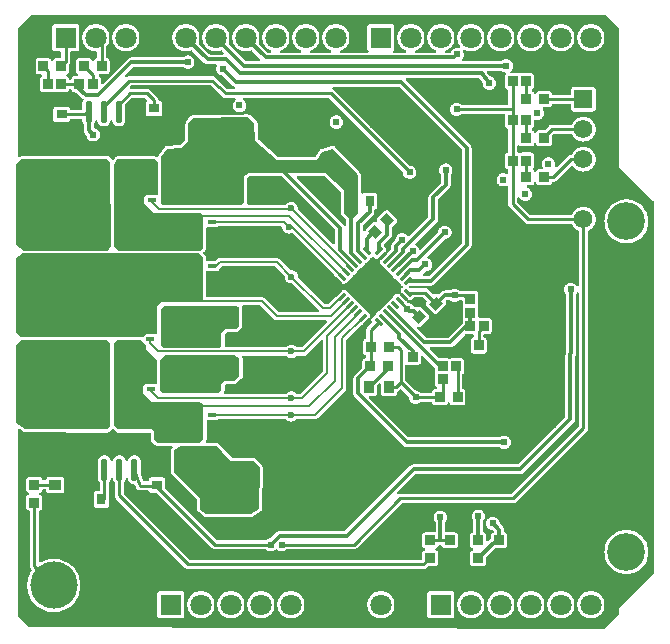
<source format=gtl>
G04 Layer: TopLayer*
G04 EasyEDA v6.5.44, 2024-08-23 15:43:18*
G04 30d174a4fb68472d9a5c4a5b8d6f4b16,2865ae9118a24060a17af6d01c9bcc73,10*
G04 Gerber Generator version 0.2*
G04 Scale: 100 percent, Rotated: No, Reflected: No *
G04 Dimensions in millimeters *
G04 leading zeros omitted , absolute positions ,4 integer and 5 decimal *
%FSLAX45Y45*%
%MOMM*%

%AMMACRO1*21,1,$1,$2,0,0,$3*%
%AMMACRO2*4,1,22,1.2491,-1.176,-0.6788,-1.176,-0.6788,-1.176,-1.2491,-1.176,-1.2491,-0.7752,-0.6788,-0.7752,-0.6788,-0.5263,-1.2491,-0.5263,-1.2491,-0.125,-0.6788,-0.125,-0.6788,0.1251,-1.2491,0.1251,-1.2491,0.5253,-0.6788,0.5253,-0.6788,0.7742,-1.2491,0.7742,-0.6788,0.7742,-1.2491,0.7742,-1.2491,1.176,-0.6788,1.176,-0.6788,1.176,1.2491,1.176,1.2491,-1.176,0*%
%AMMACRO3*4,1,22,-1.2491,1.176,0.6788,1.176,0.6788,1.176,1.2491,1.176,1.2491,0.7752,0.6788,0.7752,0.6788,0.5263,1.2491,0.5263,1.2491,0.125,0.6788,0.125,0.6788,-0.1251,1.2491,-0.1251,1.2491,-0.5253,0.6788,-0.5253,0.6788,-0.7742,1.2491,-0.7742,0.6788,-0.7742,1.2491,-0.7742,1.2491,-1.176,0.6788,-1.176,0.6788,-1.176,-1.2491,-1.176,-1.2491,1.176,0*%
%ADD10C,0.2540*%
%ADD11C,0.3000*%
%ADD12C,0.2000*%
%ADD13C,0.3300*%
%ADD14MACRO1,0.864X0.8065X-90.0000*%
%ADD15MACRO1,0.864X0.8065X90.0000*%
%ADD16MACRO1,0.864X0.8065X-135.0000*%
%ADD17MACRO1,0.864X0.8065X0.0000*%
%ADD18R,0.8640X0.8065*%
%ADD19MACRO1,0.8X0.9X-135.0000*%
%ADD20R,4.3000X1.6000*%
%ADD21MACRO2*%
%ADD22R,0.7000X0.3500*%
%ADD23MACRO3*%
%ADD24R,0.8000X0.9000*%
%ADD25MACRO1,0.8X0.9X135.0000*%
%ADD26R,0.8999X1.0000*%
%ADD27MACRO1,3.2004X3.2004X-45.0000*%
%ADD28MACRO1,0.762X0.287X-45.0014*%
%ADD29MACRO1,0.762X0.287X-45.0000*%
%ADD30MACRO1,0.762X0.287X-44.9986*%
%ADD31MACRO1,0.287X0.762X-45.0036*%
%ADD32MACRO1,0.287X0.762X-45.0072*%
%ADD33MACRO1,0.287X0.762X-44.9964*%
%ADD34MACRO1,0.287X0.762X-45.0000*%
%ADD35O,0.5684012X1.950212*%
%ADD36R,0.9000X0.8000*%
%ADD37R,1.0000X0.8999*%
%ADD38C,4.0000*%
%ADD39C,0.6100*%
%ADD40R,1.8000X1.8000*%
%ADD41C,1.8000*%
%ADD42C,1.5748*%
%ADD43R,1.5748X1.5748*%
%ADD44C,3.2000*%
%ADD45C,0.6000*%
%ADD46C,0.6096*%
%ADD47C,0.6200*%
%ADD48C,0.0100*%

%LPD*%
G36*
X-52933Y21640D02*
G01*
X-56997Y23418D01*
X-59943Y26822D01*
X-61163Y29159D01*
X-66598Y35712D01*
X-460908Y430072D01*
X-463143Y433374D01*
X-463905Y437286D01*
X-463143Y441147D01*
X-460908Y444449D01*
X-457606Y446633D01*
X-453745Y447446D01*
X-233375Y447446D01*
X-229565Y446684D01*
X-226314Y444601D01*
X-92506Y315823D01*
X-90220Y312470D01*
X-89408Y308508D01*
X-89408Y133604D01*
X-88747Y127558D01*
X-86817Y122123D01*
X-83769Y117195D01*
X-81635Y114808D01*
X-43789Y76962D01*
X-41554Y73660D01*
X-40792Y69799D01*
X-40792Y31597D01*
X-41757Y27279D01*
X-44500Y23774D01*
X-48514Y21742D01*
G37*

%LPD*%
G36*
X-146202Y-135128D02*
G01*
X-150114Y-134366D01*
X-153416Y-132181D01*
X-449173Y163626D01*
X-451205Y166573D01*
X-452120Y170027D01*
X-452983Y181203D01*
X-455523Y190550D01*
X-459638Y199390D01*
X-465226Y207365D01*
X-472084Y214223D01*
X-480059Y219811D01*
X-488899Y223926D01*
X-498297Y226466D01*
X-508000Y227329D01*
X-517702Y226466D01*
X-527100Y223926D01*
X-535940Y219811D01*
X-543915Y214223D01*
X-550824Y207365D01*
X-554380Y203098D01*
X-557276Y201625D01*
X-560476Y201117D01*
X-869696Y201117D01*
X-873302Y201777D01*
X-876452Y203657D01*
X-878687Y206552D01*
X-879754Y210058D01*
X-879551Y213715D01*
X-878941Y216154D01*
X-878687Y219659D01*
X-878687Y424688D01*
X-877773Y429006D01*
X-875030Y432511D01*
X-859942Y445058D01*
X-856894Y446836D01*
X-853440Y447446D01*
X-598170Y447446D01*
X-594309Y446633D01*
X-591007Y444449D01*
X-139039Y-7518D01*
X-136804Y-10820D01*
X-136042Y-14681D01*
X-136042Y-124968D01*
X-136804Y-128879D01*
X-139039Y-132181D01*
X-142341Y-134366D01*
G37*

%LPD*%
G36*
X-609447Y-706932D02*
G01*
X-613359Y-706170D01*
X-616661Y-703986D01*
X-729792Y-590854D01*
X-736041Y-585774D01*
X-742696Y-582371D01*
X-750062Y-580390D01*
X-755954Y-579932D01*
X-1221232Y-579932D01*
X-1225143Y-579170D01*
X-1228445Y-576986D01*
X-1230630Y-573684D01*
X-1231392Y-569772D01*
X-1231392Y-366623D01*
X-1230680Y-362813D01*
X-1228598Y-359613D01*
X-1225448Y-357378D01*
X-1221689Y-356463D01*
X-1217879Y-357022D01*
X-1215237Y-357936D01*
X-1208938Y-358648D01*
X-1140053Y-358648D01*
X-1133754Y-357936D01*
X-1128268Y-356057D01*
X-1123391Y-352958D01*
X-1119276Y-348894D01*
X-1116228Y-343966D01*
X-1114653Y-340309D01*
X-1113231Y-338531D01*
X-1099261Y-324510D01*
X-1095959Y-322326D01*
X-1092047Y-321564D01*
X-647649Y-321564D01*
X-643737Y-322326D01*
X-640435Y-324510D01*
X-564692Y-400304D01*
X-562305Y-404012D01*
X-560882Y-418033D01*
X-558342Y-427431D01*
X-554228Y-436270D01*
X-548640Y-444246D01*
X-541782Y-451104D01*
X-533806Y-456692D01*
X-524967Y-460806D01*
X-515569Y-463346D01*
X-501548Y-464769D01*
X-497840Y-467156D01*
X-275386Y-689610D01*
X-273202Y-692912D01*
X-272389Y-696772D01*
X-273202Y-700684D01*
X-275386Y-703986D01*
X-278688Y-706170D01*
X-282549Y-706932D01*
G37*

%LPD*%
G36*
X641248Y-924204D02*
G01*
X637387Y-923442D01*
X634085Y-921207D01*
X561695Y-848817D01*
X559511Y-845515D01*
X558749Y-841603D01*
X559511Y-837692D01*
X561746Y-834440D01*
X565099Y-832256D01*
X569010Y-831494D01*
X576275Y-831596D01*
X581863Y-830326D01*
X587095Y-827786D01*
X592074Y-823823D01*
X652373Y-763524D01*
X656336Y-758545D01*
X658825Y-753364D01*
X660095Y-747725D01*
X660095Y-741934D01*
X658825Y-736295D01*
X656336Y-731062D01*
X652373Y-726084D01*
X596138Y-669848D01*
X591159Y-665886D01*
X585927Y-663397D01*
X580288Y-662127D01*
X574497Y-662127D01*
X568858Y-663397D01*
X559511Y-668274D01*
X555599Y-668629D01*
X551840Y-667461D01*
X546557Y-664616D01*
X538886Y-662330D01*
X532790Y-661720D01*
X528574Y-660349D01*
X525373Y-657301D01*
X520496Y-650087D01*
X513842Y-643128D01*
X506069Y-637387D01*
X497433Y-633018D01*
X488238Y-630224D01*
X483717Y-629615D01*
X480517Y-628650D01*
X477824Y-626719D01*
X471373Y-620268D01*
X468985Y-616610D01*
X467004Y-614121D01*
X465124Y-610362D01*
X464921Y-606196D01*
X466394Y-602234D01*
X469392Y-599287D01*
X473303Y-597763D01*
X477520Y-597966D01*
X481279Y-599846D01*
X483768Y-601827D01*
X489000Y-604367D01*
X494639Y-605637D01*
X500380Y-605637D01*
X506069Y-604367D01*
X511251Y-601827D01*
X516229Y-597865D01*
X529590Y-584555D01*
X532892Y-582320D01*
X536752Y-581558D01*
X605282Y-581558D01*
X609142Y-582320D01*
X612444Y-584555D01*
X638048Y-610158D01*
X640130Y-613156D01*
X641045Y-616762D01*
X640537Y-620420D01*
X638810Y-623671D01*
X636879Y-626110D01*
X634339Y-631342D01*
X633069Y-636981D01*
X633069Y-642772D01*
X634339Y-648411D01*
X636879Y-653592D01*
X640842Y-658571D01*
X696569Y-714349D01*
X701548Y-718312D01*
X706780Y-720801D01*
X712419Y-722122D01*
X718210Y-722122D01*
X723849Y-720801D01*
X729081Y-718312D01*
X734060Y-714349D01*
X796848Y-651510D01*
X800862Y-646531D01*
X803351Y-641299D01*
X804621Y-635660D01*
X804621Y-629869D01*
X803351Y-624230D01*
X801725Y-620877D01*
X800709Y-616864D01*
X801420Y-612800D01*
X804062Y-608939D01*
X807364Y-606755D01*
X811225Y-605942D01*
X833018Y-605942D01*
X836625Y-606602D01*
X839774Y-608482D01*
X842467Y-610870D01*
X850696Y-615950D01*
X859637Y-619556D01*
X869086Y-621588D01*
X878687Y-621995D01*
X888288Y-620776D01*
X897483Y-617931D01*
X906119Y-613613D01*
X918159Y-604570D01*
X922121Y-603758D01*
X932281Y-603758D01*
X936142Y-604520D01*
X940308Y-607568D01*
X942492Y-610870D01*
X943305Y-614781D01*
X943305Y-639622D01*
X944016Y-645972D01*
X945692Y-650798D01*
X946251Y-654151D01*
X945692Y-657504D01*
X944016Y-662381D01*
X943305Y-668680D01*
X943305Y-753922D01*
X944016Y-760272D01*
X945692Y-765149D01*
X946251Y-768502D01*
X945692Y-771855D01*
X944016Y-776681D01*
X943305Y-782980D01*
X943305Y-798017D01*
X942543Y-801928D01*
X940308Y-805230D01*
X824331Y-921207D01*
X821029Y-923442D01*
X817168Y-924204D01*
G37*

%LPD*%
G36*
X-1062482Y-1005382D02*
G01*
X-1066393Y-1004620D01*
X-1069695Y-1002436D01*
X-1071880Y-999134D01*
X-1072642Y-995222D01*
X-1072642Y-899566D01*
X-1071676Y-895248D01*
X-1068984Y-891743D01*
X-1053896Y-879195D01*
X-1050848Y-877417D01*
X-1047394Y-876808D01*
X-978204Y-876808D01*
X-972159Y-876147D01*
X-966673Y-874217D01*
X-961745Y-871169D01*
X-959408Y-869035D01*
X-934415Y-844042D01*
X-930605Y-839266D01*
X-928065Y-834085D01*
X-926795Y-828395D01*
X-926592Y-825246D01*
X-926592Y-667308D01*
X-927049Y-662990D01*
X-926642Y-658774D01*
X-924509Y-655116D01*
X-921105Y-652627D01*
X-916940Y-651764D01*
X-774649Y-651764D01*
X-770737Y-652526D01*
X-767435Y-654710D01*
X-654304Y-767842D01*
X-648055Y-772922D01*
X-641400Y-776325D01*
X-634034Y-778306D01*
X-628142Y-778764D01*
X-214223Y-778764D01*
X-210362Y-779526D01*
X-207060Y-781710D01*
X-204876Y-785012D01*
X-204063Y-788924D01*
X-204876Y-792784D01*
X-207060Y-796086D01*
X-413359Y-1002436D01*
X-416661Y-1004620D01*
X-420573Y-1005382D01*
X-459892Y-1005382D01*
X-463753Y-1004620D01*
X-467055Y-1002436D01*
X-470966Y-998524D01*
X-478942Y-992936D01*
X-487781Y-988821D01*
X-497179Y-986282D01*
X-506882Y-985418D01*
X-516585Y-986282D01*
X-525983Y-988821D01*
X-534822Y-992936D01*
X-542798Y-998524D01*
X-546709Y-1002436D01*
X-550011Y-1004620D01*
X-553872Y-1005382D01*
G37*

%LPD*%
G36*
X592023Y-1390040D02*
G01*
X588060Y-1389227D01*
X576021Y-1380236D01*
X567385Y-1375867D01*
X558190Y-1373073D01*
X544525Y-1371142D01*
X541020Y-1368856D01*
X460806Y-1288643D01*
X458571Y-1285341D01*
X457809Y-1281430D01*
X457809Y-1161694D01*
X458520Y-1157935D01*
X460603Y-1154684D01*
X463753Y-1152448D01*
X467512Y-1151534D01*
X471728Y-1152245D01*
X478078Y-1152956D01*
X563321Y-1152956D01*
X569620Y-1152245D01*
X575106Y-1150366D01*
X579983Y-1147267D01*
X584098Y-1143152D01*
X587197Y-1138275D01*
X589076Y-1132789D01*
X589788Y-1126490D01*
X589788Y-1087882D01*
X590550Y-1084021D01*
X592785Y-1080719D01*
X596087Y-1078534D01*
X599948Y-1077722D01*
X603859Y-1078534D01*
X607161Y-1080719D01*
X705459Y-1179017D01*
X707644Y-1182319D01*
X708456Y-1186230D01*
X708456Y-1211021D01*
X709168Y-1217320D01*
X710336Y-1222400D01*
X709168Y-1227378D01*
X708456Y-1233728D01*
X708456Y-1318971D01*
X709168Y-1325321D01*
X711098Y-1330756D01*
X714146Y-1335684D01*
X718261Y-1339748D01*
X719836Y-1340764D01*
X722934Y-1343812D01*
X724509Y-1347825D01*
X724204Y-1352194D01*
X722172Y-1356004D01*
X718667Y-1358595D01*
X714451Y-1359509D01*
X710539Y-1359509D01*
X704189Y-1360220D01*
X698754Y-1362151D01*
X693826Y-1365250D01*
X689762Y-1369314D01*
X686663Y-1374241D01*
X684733Y-1379677D01*
X683514Y-1384554D01*
X681278Y-1387449D01*
X678129Y-1389380D01*
X674522Y-1390040D01*
G37*

%LPD*%
G36*
X-1067104Y-1399082D02*
G01*
X-1071321Y-1398168D01*
X-1074775Y-1395628D01*
X-1076858Y-1391869D01*
X-1077163Y-1387551D01*
X-1073353Y-1377340D01*
X-1072642Y-1371041D01*
X-1072642Y-1331772D01*
X-1071626Y-1327404D01*
X-1068832Y-1323848D01*
X-1060500Y-1317193D01*
X-1057503Y-1315516D01*
X-1054150Y-1314958D01*
X-991057Y-1314958D01*
X-986332Y-1314551D01*
X-980643Y-1312926D01*
X-975106Y-1309827D01*
X-931214Y-1278483D01*
X-925931Y-1273403D01*
X-922883Y-1268526D01*
X-920953Y-1263040D01*
X-920242Y-1256741D01*
X-920242Y-1099108D01*
X-920953Y-1092809D01*
X-921715Y-1090726D01*
X-922274Y-1086916D01*
X-921359Y-1083157D01*
X-919124Y-1080008D01*
X-915873Y-1077925D01*
X-912114Y-1077214D01*
X-553872Y-1077214D01*
X-550011Y-1077976D01*
X-546709Y-1080160D01*
X-542798Y-1084072D01*
X-534822Y-1089660D01*
X-525983Y-1093774D01*
X-516585Y-1096314D01*
X-506882Y-1097178D01*
X-497179Y-1096314D01*
X-487781Y-1093774D01*
X-478942Y-1089660D01*
X-470966Y-1084072D01*
X-467055Y-1080160D01*
X-463753Y-1077976D01*
X-459892Y-1077214D01*
X-401980Y-1077214D01*
X-394004Y-1076350D01*
X-386892Y-1074064D01*
X-380288Y-1070254D01*
X-375818Y-1066393D01*
X-256336Y-946962D01*
X-253034Y-944778D01*
X-249174Y-943965D01*
X-245262Y-944778D01*
X-241960Y-946962D01*
X-239775Y-950264D01*
X-239014Y-954125D01*
X-239014Y-1206347D01*
X-239775Y-1210259D01*
X-241960Y-1213561D01*
X-424535Y-1396136D01*
X-427837Y-1398320D01*
X-431749Y-1399082D01*
X-459892Y-1399082D01*
X-463753Y-1398320D01*
X-467055Y-1396136D01*
X-470966Y-1392224D01*
X-478942Y-1386636D01*
X-487781Y-1382522D01*
X-497179Y-1379982D01*
X-506882Y-1379118D01*
X-516585Y-1379982D01*
X-525983Y-1382522D01*
X-534822Y-1386636D01*
X-542798Y-1392224D01*
X-546709Y-1396136D01*
X-550011Y-1398320D01*
X-553872Y-1399082D01*
G37*

%LPD*%
G36*
X396392Y-2249779D02*
G01*
X392277Y-2248154D01*
X389178Y-2244953D01*
X387807Y-2240686D01*
X388315Y-2236317D01*
X390702Y-2232507D01*
X542137Y-2081123D01*
X545439Y-2078939D01*
X549300Y-2078126D01*
X1429359Y-2078126D01*
X1437843Y-2077313D01*
X1445514Y-2074976D01*
X1452575Y-2071217D01*
X1459128Y-2065782D01*
X1882902Y-1642059D01*
X1888134Y-1635709D01*
X1891944Y-1628648D01*
X1894332Y-1620977D01*
X1895195Y-1612544D01*
X1901189Y-557834D01*
X1901952Y-554075D01*
X1907844Y-545541D01*
X1910943Y-542594D01*
X1915007Y-541172D01*
X1919274Y-541528D01*
X1922983Y-543610D01*
X1925523Y-547065D01*
X1926437Y-551230D01*
X1926437Y-1672336D01*
X1925675Y-1676247D01*
X1923440Y-1679549D01*
X1358696Y-2244293D01*
X1355394Y-2246528D01*
X1351483Y-2247290D01*
X413359Y-2247290D01*
X405333Y-2248103D01*
X400862Y-2249424D01*
G37*

%LPD*%
G36*
X2117445Y-3388004D02*
G01*
X-2717038Y-3375304D01*
X-2720949Y-3374542D01*
X-2724200Y-3372358D01*
X-2819857Y-3276701D01*
X-2822092Y-3273399D01*
X-2822854Y-3269488D01*
X-2822854Y-1705356D01*
X-2821889Y-1701088D01*
X-2819247Y-1697583D01*
X-2815386Y-1695551D01*
X-2811018Y-1695297D01*
X-2807004Y-1696923D01*
X-2773832Y-1719478D01*
X-2768244Y-1722424D01*
X-2762453Y-1723999D01*
X-2758592Y-1724253D01*
X-2064207Y-1727707D01*
X-2058162Y-1727098D01*
X-2052675Y-1725218D01*
X-2047748Y-1722170D01*
X-2045207Y-1719935D01*
X-2026513Y-1701190D01*
X-2023211Y-1699006D01*
X-2019300Y-1698193D01*
X-2015439Y-1699006D01*
X-2012137Y-1701190D01*
X-1993392Y-1719935D01*
X-1988616Y-1723745D01*
X-1983435Y-1726234D01*
X-1977745Y-1727555D01*
X-1974596Y-1727707D01*
X-1706118Y-1727707D01*
X-1702257Y-1728470D01*
X-1698955Y-1730705D01*
X-1696720Y-1734007D01*
X-1695957Y-1737868D01*
X-1695856Y-1792579D01*
X-1694688Y-1798574D01*
X-1692300Y-1803857D01*
X-1688846Y-1808480D01*
X-1683969Y-1812594D01*
X-1646783Y-1837334D01*
X-1641144Y-1840280D01*
X-1635353Y-1841754D01*
X-1631594Y-1842007D01*
X-1521866Y-1842007D01*
X-1517954Y-1842770D01*
X-1514703Y-1845005D01*
X-1512468Y-1848307D01*
X-1511706Y-1852168D01*
X-1512468Y-1856079D01*
X-1514703Y-1859381D01*
X-1518818Y-1863496D01*
X-1521917Y-1868373D01*
X-1523796Y-1873859D01*
X-1524508Y-1880158D01*
X-1524508Y-2063496D01*
X-1523847Y-2069541D01*
X-1521917Y-2074976D01*
X-1518869Y-2079904D01*
X-1516735Y-2082292D01*
X-1478940Y-2120087D01*
X-1305102Y-2299868D01*
X-1303020Y-2303119D01*
X-1302258Y-2306929D01*
X-1302258Y-2380691D01*
X-1301546Y-2386990D01*
X-1299667Y-2392476D01*
X-1296619Y-2397302D01*
X-1291386Y-2402382D01*
X-1241501Y-2439771D01*
X-1236827Y-2442616D01*
X-1231290Y-2444546D01*
X-1224991Y-2445258D01*
X-851204Y-2445258D01*
X-845159Y-2444597D01*
X-839724Y-2442718D01*
X-836726Y-2441041D01*
X-765556Y-2395626D01*
X-761136Y-2391410D01*
X-757986Y-2386533D01*
X-755954Y-2381097D01*
X-755142Y-2374798D01*
X-748842Y-2024684D01*
X-749858Y-2018588D01*
X-752043Y-2013204D01*
X-755700Y-2008022D01*
X-805789Y-1951736D01*
X-810514Y-1947468D01*
X-815543Y-1944674D01*
X-821283Y-1942998D01*
X-825500Y-1942592D01*
X-1004468Y-1939899D01*
X-1008227Y-1939137D01*
X-1011478Y-1936953D01*
X-1076858Y-1871472D01*
X-1116685Y-1825040D01*
X-1120495Y-1821332D01*
X-1125423Y-1818233D01*
X-1130909Y-1816303D01*
X-1137208Y-1815592D01*
X-1221892Y-1815592D01*
X-1226108Y-1814677D01*
X-1229512Y-1812137D01*
X-1231595Y-1808378D01*
X-1231950Y-1804060D01*
X-1230477Y-1800047D01*
X-1227683Y-1795627D01*
X-1225753Y-1790141D01*
X-1225042Y-1783842D01*
X-1225042Y-1632457D01*
X-1224280Y-1628597D01*
X-1222095Y-1625295D01*
X-1218793Y-1623110D01*
X-1214882Y-1622298D01*
X-1146403Y-1622298D01*
X-1140104Y-1621586D01*
X-1134618Y-1619707D01*
X-1129538Y-1616506D01*
X-1126896Y-1615338D01*
X-1124102Y-1614932D01*
X-556412Y-1614932D01*
X-552551Y-1615694D01*
X-549249Y-1617878D01*
X-545338Y-1621790D01*
X-537362Y-1627378D01*
X-528523Y-1631492D01*
X-519125Y-1634032D01*
X-509422Y-1634896D01*
X-499719Y-1634032D01*
X-490321Y-1631492D01*
X-481482Y-1627378D01*
X-473506Y-1621790D01*
X-469595Y-1617878D01*
X-466293Y-1615694D01*
X-462432Y-1614932D01*
X-307492Y-1614932D01*
X-299516Y-1614068D01*
X-292404Y-1611782D01*
X-285800Y-1607972D01*
X-281330Y-1604111D01*
X-51104Y-1373886D01*
X-46024Y-1367637D01*
X-42621Y-1360982D01*
X-40640Y-1353616D01*
X-40182Y-1347724D01*
X-40182Y-947115D01*
X-39420Y-943203D01*
X-37236Y-939901D01*
X83413Y-819302D01*
X85699Y-817575D01*
X88646Y-816508D01*
X93878Y-813968D01*
X98856Y-810006D01*
X151942Y-756920D01*
X155600Y-752348D01*
X156819Y-751332D01*
X158394Y-746760D01*
X159715Y-741121D01*
X159715Y-735330D01*
X158394Y-729691D01*
X155905Y-724458D01*
X151942Y-719480D01*
X132435Y-700024D01*
X127457Y-696061D01*
X123240Y-693369D01*
X120548Y-689102D01*
X116585Y-684123D01*
X97078Y-664667D01*
X92100Y-660704D01*
X87884Y-658012D01*
X85191Y-653745D01*
X81229Y-648766D01*
X61722Y-629310D01*
X56743Y-625348D01*
X52527Y-622655D01*
X49834Y-618388D01*
X45872Y-613410D01*
X26365Y-593953D01*
X21386Y-589991D01*
X17170Y-587298D01*
X14478Y-583031D01*
X10515Y-578053D01*
X-8991Y-558596D01*
X-13970Y-554634D01*
X-18186Y-551942D01*
X-20878Y-547674D01*
X-24841Y-542696D01*
X-44348Y-523240D01*
X-49326Y-519277D01*
X-54508Y-516737D01*
X-60147Y-515467D01*
X-65938Y-515467D01*
X-71577Y-516737D01*
X-76809Y-519277D01*
X-81788Y-523240D01*
X-134874Y-576326D01*
X-138836Y-581253D01*
X-140004Y-583692D01*
X-141935Y-586486D01*
X-189585Y-634136D01*
X-192887Y-636320D01*
X-196799Y-637082D01*
X-222097Y-637082D01*
X-226009Y-636320D01*
X-229311Y-634136D01*
X-447040Y-416356D01*
X-449427Y-412648D01*
X-450850Y-398627D01*
X-453390Y-389229D01*
X-457504Y-380390D01*
X-463092Y-372414D01*
X-469950Y-365556D01*
X-477926Y-359968D01*
X-486765Y-355854D01*
X-496163Y-353314D01*
X-510184Y-351891D01*
X-513892Y-349504D01*
X-602792Y-260654D01*
X-609041Y-255574D01*
X-615696Y-252171D01*
X-623062Y-250190D01*
X-628954Y-249732D01*
X-1110640Y-249732D01*
X-1118616Y-250596D01*
X-1125728Y-252882D01*
X-1132332Y-256692D01*
X-1136802Y-260553D01*
X-1145133Y-268884D01*
X-1148435Y-271068D01*
X-1152347Y-271830D01*
X-1208938Y-271830D01*
X-1215237Y-272542D01*
X-1217879Y-273507D01*
X-1221689Y-274066D01*
X-1225448Y-273151D01*
X-1228598Y-270916D01*
X-1230680Y-267665D01*
X-1231392Y-263906D01*
X-1231392Y-241604D01*
X-1232052Y-235559D01*
X-1233982Y-230073D01*
X-1237081Y-225145D01*
X-1248410Y-213563D01*
X-1250594Y-210261D01*
X-1251407Y-206400D01*
X-1250594Y-202488D01*
X-1248410Y-199186D01*
X-1239215Y-189992D01*
X-1235405Y-185216D01*
X-1232865Y-180035D01*
X-1231595Y-174345D01*
X-1231392Y-171196D01*
X-1231392Y152D01*
X-1230528Y4267D01*
X-1227988Y7721D01*
X-1224330Y9804D01*
X-1220114Y10210D01*
X-1215390Y9702D01*
X-1146556Y9702D01*
X-1140206Y10414D01*
X-1134770Y12293D01*
X-1129741Y15443D01*
X-1127150Y16611D01*
X-1124305Y17018D01*
X-592480Y17018D01*
X-588822Y16357D01*
X-585622Y14376D01*
X-583387Y11379D01*
X-582371Y7772D01*
X-581964Y3098D01*
X-579424Y-6299D01*
X-575310Y-15138D01*
X-569722Y-23114D01*
X-562864Y-29971D01*
X-554888Y-35560D01*
X-546049Y-39674D01*
X-536651Y-42214D01*
X-526948Y-43078D01*
X-517245Y-42214D01*
X-507288Y-39420D01*
X-503275Y-38506D01*
X-499211Y-39217D01*
X-495808Y-41452D01*
X-144119Y-393141D01*
X-142392Y-395376D01*
X-141325Y-398322D01*
X-138836Y-403555D01*
X-134874Y-408482D01*
X-81788Y-461568D01*
X-76809Y-465531D01*
X-71577Y-468071D01*
X-65938Y-469341D01*
X-60147Y-469341D01*
X-54508Y-468071D01*
X-49326Y-465531D01*
X-44348Y-461568D01*
X-24841Y-442112D01*
X-20878Y-437134D01*
X-18186Y-432866D01*
X-13970Y-430174D01*
X-8991Y-426212D01*
X10515Y-406755D01*
X14478Y-401777D01*
X17170Y-397510D01*
X21386Y-394817D01*
X26365Y-390855D01*
X45872Y-371398D01*
X49834Y-366420D01*
X52527Y-362153D01*
X56743Y-359460D01*
X61722Y-355498D01*
X81229Y-336042D01*
X85191Y-331063D01*
X87884Y-326796D01*
X92100Y-324104D01*
X97078Y-320141D01*
X116585Y-300685D01*
X120548Y-295706D01*
X123240Y-291439D01*
X127457Y-288747D01*
X132435Y-284784D01*
X151942Y-265328D01*
X155905Y-260350D01*
X158597Y-256082D01*
X162814Y-253390D01*
X167792Y-249428D01*
X175564Y-241655D01*
X178866Y-239471D01*
X182778Y-238709D01*
X186639Y-239471D01*
X189941Y-241655D01*
X197713Y-249428D01*
X202692Y-253390D01*
X207924Y-255930D01*
X213563Y-257200D01*
X219303Y-257200D01*
X224993Y-255930D01*
X230174Y-253390D01*
X232664Y-251409D01*
X236423Y-249529D01*
X240639Y-249326D01*
X244551Y-250850D01*
X247548Y-253847D01*
X249021Y-257759D01*
X248818Y-261924D01*
X246938Y-265684D01*
X244957Y-268173D01*
X242468Y-273405D01*
X241147Y-279044D01*
X241147Y-284835D01*
X242468Y-290474D01*
X244957Y-295706D01*
X248920Y-300685D01*
X268427Y-320141D01*
X273405Y-324104D01*
X277622Y-326796D01*
X280314Y-331063D01*
X284276Y-336042D01*
X303784Y-355498D01*
X308762Y-359460D01*
X312978Y-362153D01*
X315671Y-366420D01*
X319633Y-371398D01*
X339140Y-390855D01*
X344119Y-394817D01*
X348335Y-397510D01*
X351028Y-401777D01*
X354990Y-406755D01*
X374497Y-426212D01*
X379476Y-430174D01*
X383692Y-432866D01*
X386384Y-437134D01*
X390347Y-442112D01*
X409854Y-461568D01*
X414832Y-465531D01*
X419049Y-468223D01*
X421741Y-472490D01*
X425704Y-477469D01*
X433476Y-485241D01*
X435711Y-488492D01*
X436473Y-492404D01*
X435711Y-496316D01*
X433476Y-499567D01*
X425704Y-507339D01*
X421741Y-512318D01*
X419252Y-517550D01*
X417931Y-523189D01*
X417931Y-528980D01*
X419252Y-534619D01*
X421741Y-539851D01*
X423722Y-542340D01*
X425602Y-546100D01*
X425805Y-550265D01*
X424332Y-554228D01*
X421335Y-557174D01*
X417423Y-558698D01*
X413207Y-558495D01*
X409448Y-556615D01*
X406958Y-554634D01*
X401726Y-552094D01*
X396087Y-550824D01*
X390296Y-550824D01*
X384657Y-552094D01*
X379476Y-554634D01*
X374497Y-558596D01*
X354990Y-578053D01*
X351028Y-583031D01*
X348335Y-587298D01*
X344119Y-589991D01*
X339140Y-593953D01*
X319633Y-613410D01*
X315671Y-618388D01*
X312978Y-622655D01*
X308762Y-625348D01*
X303784Y-629310D01*
X284276Y-648766D01*
X280314Y-653745D01*
X277622Y-658012D01*
X273405Y-660704D01*
X268427Y-664667D01*
X248920Y-684123D01*
X244957Y-689102D01*
X242265Y-693369D01*
X238048Y-696061D01*
X233070Y-700024D01*
X213563Y-719480D01*
X209600Y-724458D01*
X206959Y-728726D01*
X202692Y-731418D01*
X197713Y-735380D01*
X178206Y-754837D01*
X174599Y-759409D01*
X173329Y-760476D01*
X171754Y-765048D01*
X170434Y-770686D01*
X170434Y-776478D01*
X171754Y-782116D01*
X173532Y-785825D01*
X174548Y-789889D01*
X173837Y-793953D01*
X171602Y-797458D01*
X139039Y-830021D01*
X133908Y-836218D01*
X130352Y-842924D01*
X128168Y-850137D01*
X127355Y-858164D01*
X127355Y-925017D01*
X126492Y-929081D01*
X124104Y-932484D01*
X120548Y-934618D01*
X114554Y-936701D01*
X109626Y-939800D01*
X105562Y-943864D01*
X102463Y-948791D01*
X100533Y-954227D01*
X99822Y-960577D01*
X99822Y-1045819D01*
X100533Y-1052169D01*
X102463Y-1057605D01*
X105562Y-1062532D01*
X109626Y-1066596D01*
X114554Y-1069695D01*
X120548Y-1071778D01*
X124104Y-1073912D01*
X126492Y-1077315D01*
X127355Y-1081379D01*
X127355Y-1089304D01*
X126695Y-1092911D01*
X124764Y-1096060D01*
X121869Y-1098296D01*
X118313Y-1099362D01*
X113639Y-1099921D01*
X108204Y-1101801D01*
X103276Y-1104900D01*
X99212Y-1108964D01*
X96113Y-1113891D01*
X94183Y-1119327D01*
X93472Y-1125677D01*
X93472Y-1172464D01*
X92710Y-1176324D01*
X90525Y-1179626D01*
X29565Y-1240637D01*
X24130Y-1247190D01*
X20370Y-1254252D01*
X18034Y-1261922D01*
X17221Y-1270406D01*
X17221Y-1396390D01*
X18034Y-1404874D01*
X20370Y-1412544D01*
X24130Y-1419606D01*
X29565Y-1426159D01*
X441706Y-1838350D01*
X448259Y-1843735D01*
X455320Y-1847494D01*
X462991Y-1849831D01*
X471474Y-1850643D01*
X1252270Y-1850643D01*
X1255877Y-1851304D01*
X1258976Y-1853184D01*
X1261567Y-1855470D01*
X1269796Y-1860550D01*
X1278737Y-1864106D01*
X1288186Y-1866138D01*
X1297838Y-1866595D01*
X1307388Y-1865325D01*
X1316583Y-1862531D01*
X1325219Y-1858162D01*
X1332992Y-1852422D01*
X1339646Y-1845462D01*
X1345031Y-1837486D01*
X1349044Y-1828698D01*
X1351432Y-1819351D01*
X1352296Y-1809750D01*
X1351432Y-1800148D01*
X1349044Y-1790801D01*
X1345031Y-1782013D01*
X1339646Y-1774037D01*
X1332992Y-1767078D01*
X1325219Y-1761337D01*
X1316583Y-1756968D01*
X1307388Y-1754174D01*
X1297838Y-1752904D01*
X1288186Y-1753362D01*
X1278737Y-1755393D01*
X1269796Y-1758950D01*
X1261567Y-1764030D01*
X1258976Y-1766316D01*
X1255826Y-1768195D01*
X1252270Y-1768856D01*
X492150Y-1768856D01*
X488238Y-1768093D01*
X484936Y-1765858D01*
X152196Y-1433118D01*
X149961Y-1429816D01*
X149199Y-1425905D01*
X149961Y-1422044D01*
X152196Y-1418742D01*
X155498Y-1416558D01*
X159359Y-1415745D01*
X194360Y-1415745D01*
X200710Y-1415034D01*
X206146Y-1413154D01*
X211074Y-1410055D01*
X215138Y-1405991D01*
X218236Y-1401064D01*
X220116Y-1395628D01*
X220878Y-1389278D01*
X220878Y-1327658D01*
X221640Y-1323797D01*
X223824Y-1320495D01*
X231698Y-1312621D01*
X235000Y-1310386D01*
X238861Y-1309624D01*
X242773Y-1310386D01*
X246075Y-1312621D01*
X248259Y-1315923D01*
X249021Y-1319784D01*
X249021Y-1389278D01*
X249732Y-1395628D01*
X251663Y-1401064D01*
X254762Y-1405991D01*
X258825Y-1410055D01*
X263753Y-1413154D01*
X269189Y-1415034D01*
X275539Y-1415745D01*
X364388Y-1415745D01*
X370687Y-1415034D01*
X376174Y-1413154D01*
X381050Y-1410055D01*
X385165Y-1405991D01*
X388213Y-1401064D01*
X390144Y-1395628D01*
X390855Y-1389278D01*
X390855Y-1384147D01*
X391515Y-1380540D01*
X393395Y-1377442D01*
X396240Y-1375156D01*
X402539Y-1371803D01*
X408736Y-1366672D01*
X412038Y-1363421D01*
X415290Y-1361236D01*
X419201Y-1360474D01*
X423113Y-1361236D01*
X426364Y-1363421D01*
X486562Y-1423619D01*
X488746Y-1426921D01*
X489559Y-1430782D01*
X489559Y-1433474D01*
X491185Y-1442974D01*
X494385Y-1452067D01*
X499059Y-1460500D01*
X505155Y-1468018D01*
X512368Y-1474368D01*
X520598Y-1479448D01*
X529539Y-1483004D01*
X538988Y-1485036D01*
X548640Y-1485493D01*
X558190Y-1484223D01*
X567385Y-1481429D01*
X576021Y-1477060D01*
X588060Y-1468069D01*
X592023Y-1467256D01*
X674522Y-1467256D01*
X678129Y-1467916D01*
X681278Y-1469847D01*
X683514Y-1472742D01*
X684733Y-1477568D01*
X686663Y-1483055D01*
X689762Y-1487932D01*
X693826Y-1492046D01*
X698754Y-1495094D01*
X704189Y-1497025D01*
X710539Y-1497736D01*
X790041Y-1497736D01*
X796340Y-1497025D01*
X801827Y-1495094D01*
X806704Y-1492046D01*
X810818Y-1487932D01*
X813866Y-1483055D01*
X816000Y-1476959D01*
X818134Y-1473403D01*
X821537Y-1471015D01*
X825601Y-1470152D01*
X829665Y-1471015D01*
X833018Y-1473403D01*
X835202Y-1476959D01*
X837285Y-1483055D01*
X840384Y-1487932D01*
X844499Y-1492046D01*
X849376Y-1495094D01*
X854862Y-1497025D01*
X861161Y-1497736D01*
X940663Y-1497736D01*
X947013Y-1497025D01*
X952449Y-1495094D01*
X957376Y-1492046D01*
X961440Y-1487932D01*
X964539Y-1483055D01*
X966419Y-1477568D01*
X967130Y-1471269D01*
X967130Y-1386027D01*
X966419Y-1379677D01*
X964539Y-1374241D01*
X961440Y-1369314D01*
X957376Y-1365250D01*
X952449Y-1362151D01*
X946200Y-1359966D01*
X942644Y-1357833D01*
X940206Y-1354429D01*
X939393Y-1350365D01*
X939393Y-1241196D01*
X939952Y-1237843D01*
X941578Y-1234897D01*
X945438Y-1231798D01*
X949502Y-1227734D01*
X952601Y-1222806D01*
X954532Y-1217371D01*
X955243Y-1211021D01*
X955243Y-1125778D01*
X954532Y-1119428D01*
X952601Y-1113993D01*
X949502Y-1109065D01*
X945438Y-1105001D01*
X940511Y-1101902D01*
X935075Y-1100023D01*
X928725Y-1099312D01*
X849223Y-1099312D01*
X842924Y-1100023D01*
X833729Y-1103426D01*
X829970Y-1103426D01*
X820724Y-1099972D01*
X814425Y-1099261D01*
X745642Y-1099261D01*
X741730Y-1098499D01*
X738428Y-1096314D01*
X665480Y-1023366D01*
X663295Y-1020064D01*
X662482Y-1016152D01*
X663295Y-1012291D01*
X665480Y-1008989D01*
X668782Y-1006805D01*
X672642Y-1005992D01*
X837793Y-1005992D01*
X846277Y-1005179D01*
X853948Y-1002842D01*
X861009Y-999083D01*
X867562Y-993648D01*
X963523Y-897737D01*
X966825Y-895502D01*
X970737Y-894740D01*
X1031494Y-894740D01*
X1035354Y-895502D01*
X1038656Y-897737D01*
X1040892Y-900988D01*
X1041653Y-904900D01*
X1041653Y-912418D01*
X1040790Y-916482D01*
X1038402Y-919886D01*
X1034846Y-922019D01*
X1028852Y-924102D01*
X1023924Y-927201D01*
X1019860Y-931316D01*
X1016762Y-936193D01*
X1014831Y-941679D01*
X1014120Y-947978D01*
X1014120Y-1033221D01*
X1014831Y-1039571D01*
X1016762Y-1045006D01*
X1019860Y-1049934D01*
X1023924Y-1053998D01*
X1028852Y-1057097D01*
X1034287Y-1059027D01*
X1040637Y-1059738D01*
X1120140Y-1059738D01*
X1126439Y-1059027D01*
X1131925Y-1057097D01*
X1136802Y-1053998D01*
X1140917Y-1049934D01*
X1143965Y-1045006D01*
X1145895Y-1039571D01*
X1146606Y-1033221D01*
X1146606Y-947978D01*
X1145895Y-941679D01*
X1143965Y-936193D01*
X1140917Y-931316D01*
X1136802Y-927201D01*
X1131925Y-924102D01*
X1125677Y-921918D01*
X1122121Y-919784D01*
X1119682Y-916432D01*
X1118870Y-912368D01*
X1118870Y-904900D01*
X1119632Y-900988D01*
X1121816Y-897686D01*
X1125118Y-895502D01*
X1129030Y-894740D01*
X1163574Y-894740D01*
X1169873Y-894029D01*
X1175359Y-892098D01*
X1180236Y-889000D01*
X1184351Y-884936D01*
X1187450Y-880008D01*
X1189329Y-874572D01*
X1190040Y-868222D01*
X1190040Y-782980D01*
X1189329Y-776681D01*
X1187450Y-771194D01*
X1184351Y-766318D01*
X1180236Y-762203D01*
X1175359Y-759155D01*
X1169873Y-757224D01*
X1163574Y-756513D01*
X1085900Y-756513D01*
X1082040Y-755751D01*
X1078738Y-753516D01*
X1076502Y-750214D01*
X1075740Y-746353D01*
X1075740Y-668680D01*
X1075029Y-662381D01*
X1073353Y-657504D01*
X1072794Y-654151D01*
X1073353Y-650798D01*
X1075029Y-645972D01*
X1075740Y-639622D01*
X1075740Y-554380D01*
X1075029Y-548081D01*
X1073150Y-542594D01*
X1070051Y-537718D01*
X1065936Y-533603D01*
X1061059Y-530555D01*
X1055573Y-528624D01*
X1049274Y-527913D01*
X969771Y-527913D01*
X966114Y-528320D01*
X962050Y-527964D01*
X960018Y-527354D01*
X951992Y-526542D01*
X922121Y-526542D01*
X918108Y-525729D01*
X906119Y-516737D01*
X897483Y-512368D01*
X888288Y-509574D01*
X878687Y-508355D01*
X869086Y-508762D01*
X859637Y-510793D01*
X850696Y-514400D01*
X842467Y-519430D01*
X840028Y-521614D01*
X836879Y-523493D01*
X833272Y-524154D01*
X790549Y-524154D01*
X782066Y-524967D01*
X774395Y-527304D01*
X767334Y-531063D01*
X760780Y-536448D01*
X745845Y-551434D01*
X742391Y-553720D01*
X738276Y-554431D01*
X734263Y-553415D01*
X730910Y-551840D01*
X725271Y-550519D01*
X719480Y-550519D01*
X713841Y-551840D01*
X708660Y-554329D01*
X706170Y-556310D01*
X702919Y-558038D01*
X699262Y-558495D01*
X695706Y-557631D01*
X692658Y-555548D01*
X653135Y-516026D01*
X646887Y-510895D01*
X640232Y-507339D01*
X633018Y-505155D01*
X624992Y-504342D01*
X503326Y-504342D01*
X499414Y-503580D01*
X496163Y-501345D01*
X494944Y-500176D01*
X492759Y-496874D01*
X491998Y-493014D01*
X492759Y-489102D01*
X494944Y-485800D01*
X498246Y-483616D01*
X502158Y-482854D01*
X674217Y-482854D01*
X682650Y-482041D01*
X690321Y-479704D01*
X697382Y-475945D01*
X703935Y-470560D01*
X1006398Y-169011D01*
X1011986Y-162306D01*
X1015746Y-155244D01*
X1018082Y-147574D01*
X1018895Y-139090D01*
X1018895Y685190D01*
X1018082Y693623D01*
X1015746Y701294D01*
X1011986Y708355D01*
X1006602Y714959D01*
X465328Y1256233D01*
X463092Y1259535D01*
X462330Y1263396D01*
X463092Y1267307D01*
X465328Y1270609D01*
X468630Y1272794D01*
X472490Y1273556D01*
X1079804Y1273556D01*
X1082852Y1273048D01*
X1085596Y1271727D01*
X1087831Y1269593D01*
X1109726Y1241196D01*
X1111300Y1238300D01*
X1111859Y1234998D01*
X1111859Y1227175D01*
X1113485Y1217676D01*
X1116685Y1208582D01*
X1121359Y1200150D01*
X1127455Y1192631D01*
X1134668Y1186281D01*
X1142898Y1181201D01*
X1151839Y1177645D01*
X1161288Y1175613D01*
X1170940Y1175156D01*
X1180490Y1176426D01*
X1189685Y1179220D01*
X1198321Y1183589D01*
X1206093Y1189329D01*
X1212748Y1196289D01*
X1218133Y1204264D01*
X1222146Y1213053D01*
X1224534Y1222400D01*
X1225397Y1232001D01*
X1224534Y1241602D01*
X1222146Y1250950D01*
X1218133Y1259738D01*
X1212748Y1267714D01*
X1206093Y1274673D01*
X1198321Y1280414D01*
X1189736Y1284782D01*
X1179474Y1287881D01*
X1176629Y1289253D01*
X1174343Y1291386D01*
X1151737Y1320698D01*
X1149858Y1324762D01*
X1149908Y1329232D01*
X1151890Y1333246D01*
X1155395Y1336040D01*
X1159814Y1337056D01*
X1271320Y1337056D01*
X1274876Y1336395D01*
X1278026Y1334516D01*
X1280617Y1332230D01*
X1288846Y1327150D01*
X1297787Y1323543D01*
X1301546Y1322730D01*
X1305102Y1321206D01*
X1307846Y1318463D01*
X1309370Y1314907D01*
X1309420Y1311046D01*
X1307998Y1307388D01*
X1304544Y1301902D01*
X1302613Y1296466D01*
X1301902Y1290116D01*
X1301902Y1204874D01*
X1302613Y1198524D01*
X1304544Y1193088D01*
X1307642Y1188161D01*
X1311706Y1184097D01*
X1316634Y1180998D01*
X1322730Y1178864D01*
X1326286Y1176731D01*
X1328674Y1173327D01*
X1329537Y1169263D01*
X1329537Y1058418D01*
X1328775Y1054506D01*
X1326540Y1051255D01*
X1323289Y1049020D01*
X1319377Y1048258D01*
X941171Y1048258D01*
X937158Y1049070D01*
X925169Y1058062D01*
X916533Y1062431D01*
X907338Y1065225D01*
X897737Y1066444D01*
X888136Y1066038D01*
X878687Y1064006D01*
X869746Y1060399D01*
X861517Y1055370D01*
X854303Y1048969D01*
X848207Y1041501D01*
X843534Y1033068D01*
X840282Y1023975D01*
X838657Y1014476D01*
X838657Y1004824D01*
X840282Y995324D01*
X843534Y986231D01*
X848207Y977798D01*
X854303Y970280D01*
X861517Y963930D01*
X869746Y958850D01*
X878687Y955243D01*
X888136Y953211D01*
X897737Y952804D01*
X907338Y954024D01*
X916533Y956868D01*
X925169Y961186D01*
X937209Y970229D01*
X941171Y971042D01*
X1291793Y971042D01*
X1295908Y970178D01*
X1299311Y967740D01*
X1301445Y964133D01*
X1301902Y959967D01*
X1301902Y874674D01*
X1302613Y868324D01*
X1304544Y862888D01*
X1307642Y857961D01*
X1311706Y853897D01*
X1316634Y850798D01*
X1322730Y848664D01*
X1326286Y846531D01*
X1328674Y843127D01*
X1329537Y839063D01*
X1329537Y652627D01*
X1328674Y648563D01*
X1326286Y645160D01*
X1322730Y643026D01*
X1316634Y640892D01*
X1311706Y637794D01*
X1307642Y633730D01*
X1304544Y628802D01*
X1302613Y623366D01*
X1301902Y617016D01*
X1301902Y531774D01*
X1302613Y525424D01*
X1304544Y519988D01*
X1307642Y515061D01*
X1311706Y510997D01*
X1316634Y507898D01*
X1322730Y505764D01*
X1326286Y503631D01*
X1328674Y500227D01*
X1329537Y496163D01*
X1329537Y472287D01*
X1328724Y468274D01*
X1326337Y464870D01*
X1322832Y462737D01*
X1318768Y462127D01*
X1314805Y463194D01*
X1310233Y465531D01*
X1301038Y468325D01*
X1291437Y469544D01*
X1281836Y469138D01*
X1272387Y467106D01*
X1263446Y463499D01*
X1255217Y458470D01*
X1248003Y452069D01*
X1241907Y444601D01*
X1237234Y436168D01*
X1233982Y427075D01*
X1232357Y417576D01*
X1232357Y407924D01*
X1233982Y398424D01*
X1237234Y389331D01*
X1241907Y380898D01*
X1248003Y373380D01*
X1255217Y367030D01*
X1263446Y361950D01*
X1272387Y358343D01*
X1281836Y356311D01*
X1291437Y355904D01*
X1301038Y357124D01*
X1310233Y359968D01*
X1314805Y362254D01*
X1318768Y363321D01*
X1322832Y362762D01*
X1326337Y360578D01*
X1328724Y357225D01*
X1329537Y353212D01*
X1329537Y206603D01*
X1330350Y198577D01*
X1332534Y191363D01*
X1336090Y184658D01*
X1341221Y178460D01*
X1467510Y52171D01*
X1473708Y47040D01*
X1480413Y43484D01*
X1487627Y41300D01*
X1495653Y40487D01*
X1861362Y40487D01*
X1865020Y39776D01*
X1868220Y37795D01*
X1870456Y34798D01*
X1874418Y26771D01*
X1882038Y15392D01*
X1891080Y5130D01*
X1901342Y-3911D01*
X1912721Y-11531D01*
X1920748Y-15494D01*
X1923745Y-17729D01*
X1925726Y-20929D01*
X1926437Y-24587D01*
X1926437Y-477469D01*
X1925523Y-481685D01*
X1922983Y-485089D01*
X1919274Y-487222D01*
X1915007Y-487578D01*
X1910943Y-486156D01*
X1907844Y-483158D01*
X1904796Y-478637D01*
X1898091Y-471678D01*
X1890369Y-465937D01*
X1881733Y-461568D01*
X1872538Y-458774D01*
X1862937Y-457555D01*
X1853336Y-457962D01*
X1843887Y-459993D01*
X1834946Y-463600D01*
X1826717Y-468630D01*
X1819503Y-475030D01*
X1813407Y-482498D01*
X1808734Y-490931D01*
X1805482Y-500024D01*
X1803857Y-509524D01*
X1803857Y-519176D01*
X1805482Y-528675D01*
X1808734Y-537768D01*
X1813407Y-546201D01*
X1817116Y-550824D01*
X1818792Y-553821D01*
X1819402Y-557225D01*
X1813509Y-1591564D01*
X1812747Y-1595424D01*
X1810562Y-1598726D01*
X1415897Y-1993341D01*
X1412595Y-1995576D01*
X1408734Y-1996338D01*
X528675Y-1996338D01*
X520192Y-1997151D01*
X512521Y-1999488D01*
X505459Y-2003247D01*
X498906Y-2008682D01*
X-49174Y-2556713D01*
X-52476Y-2558948D01*
X-56337Y-2559710D01*
X-603910Y-2559710D01*
X-612394Y-2560523D01*
X-620064Y-2562860D01*
X-627126Y-2566619D01*
X-633679Y-2572054D01*
X-678992Y-2617368D01*
X-682091Y-2619451D01*
X-685749Y-2620314D01*
X-687730Y-2620416D01*
X-697128Y-2622448D01*
X-706120Y-2626004D01*
X-714298Y-2631084D01*
X-719531Y-2635656D01*
X-722630Y-2637536D01*
X-726236Y-2638196D01*
X-1132078Y-2638196D01*
X-1135989Y-2637434D01*
X-1139291Y-2635199D01*
X-1570786Y-2203704D01*
X-1572971Y-2200452D01*
X-1573733Y-2196541D01*
X-1573733Y-2132431D01*
X-1574444Y-2126081D01*
X-1576374Y-2120646D01*
X-1579473Y-2115718D01*
X-1583537Y-2111654D01*
X-1588465Y-2108555D01*
X-1593900Y-2106676D01*
X-1600250Y-2105964D01*
X-1689100Y-2105964D01*
X-1695399Y-2106676D01*
X-1700885Y-2108555D01*
X-1705762Y-2111654D01*
X-1709877Y-2115718D01*
X-1712925Y-2120646D01*
X-1714855Y-2126081D01*
X-1715312Y-2130298D01*
X-1716379Y-2133854D01*
X-1718665Y-2136749D01*
X-1721815Y-2138680D01*
X-1725422Y-2139340D01*
X-1753107Y-2139340D01*
X-1757172Y-2138476D01*
X-1760575Y-2136089D01*
X-1762709Y-2132533D01*
X-1780286Y-2082038D01*
X-1780844Y-2078736D01*
X-1780844Y-1973529D01*
X-1781708Y-1963674D01*
X-1784146Y-1954530D01*
X-1788160Y-1945944D01*
X-1793595Y-1938172D01*
X-1800250Y-1931466D01*
X-1808022Y-1926082D01*
X-1816607Y-1922068D01*
X-1825752Y-1919630D01*
X-1835150Y-1918766D01*
X-1844598Y-1919630D01*
X-1853742Y-1922068D01*
X-1862328Y-1926082D01*
X-1870049Y-1931466D01*
X-1876755Y-1938172D01*
X-1882190Y-1945944D01*
X-1886153Y-1954530D01*
X-1888845Y-1964486D01*
X-1890877Y-1968398D01*
X-1894382Y-1971039D01*
X-1898650Y-1972005D01*
X-1902968Y-1971039D01*
X-1906422Y-1968398D01*
X-1908454Y-1964486D01*
X-1911146Y-1954530D01*
X-1915160Y-1945944D01*
X-1920595Y-1938172D01*
X-1927250Y-1931466D01*
X-1935022Y-1926082D01*
X-1943607Y-1922068D01*
X-1952752Y-1919630D01*
X-1962150Y-1918766D01*
X-1971598Y-1919630D01*
X-1980742Y-1922068D01*
X-1989328Y-1926082D01*
X-1997049Y-1931466D01*
X-2003755Y-1938172D01*
X-2009190Y-1945944D01*
X-2013153Y-1954530D01*
X-2015845Y-1964486D01*
X-2017877Y-1968398D01*
X-2021382Y-1971039D01*
X-2025650Y-1972005D01*
X-2029968Y-1971039D01*
X-2033422Y-1968398D01*
X-2035454Y-1964486D01*
X-2038146Y-1954530D01*
X-2042160Y-1945944D01*
X-2047595Y-1938172D01*
X-2054250Y-1931466D01*
X-2062022Y-1926082D01*
X-2070607Y-1922068D01*
X-2079752Y-1919630D01*
X-2089150Y-1918766D01*
X-2098598Y-1919630D01*
X-2107742Y-1922068D01*
X-2116328Y-1926082D01*
X-2124049Y-1931466D01*
X-2130755Y-1938172D01*
X-2136190Y-1945944D01*
X-2140153Y-1954530D01*
X-2142642Y-1963674D01*
X-2143506Y-1973529D01*
X-2143506Y-2110841D01*
X-2142642Y-2120696D01*
X-2140153Y-2129840D01*
X-2136190Y-2138426D01*
X-2128418Y-2149551D01*
X-2127656Y-2153462D01*
X-2127656Y-2211273D01*
X-2128418Y-2215184D01*
X-2130653Y-2218486D01*
X-2133904Y-2220671D01*
X-2137816Y-2221433D01*
X-2153869Y-2221433D01*
X-2160168Y-2222144D01*
X-2165654Y-2224074D01*
X-2170531Y-2227173D01*
X-2174646Y-2231237D01*
X-2177694Y-2236165D01*
X-2179624Y-2241600D01*
X-2180336Y-2247950D01*
X-2180336Y-2336800D01*
X-2179624Y-2343099D01*
X-2177694Y-2348585D01*
X-2174646Y-2353462D01*
X-2170531Y-2357577D01*
X-2165654Y-2360625D01*
X-2160168Y-2362555D01*
X-2153869Y-2363266D01*
X-2074976Y-2363266D01*
X-2068677Y-2362555D01*
X-2063191Y-2360625D01*
X-2058314Y-2357577D01*
X-2054199Y-2353462D01*
X-2051151Y-2348585D01*
X-2049221Y-2343099D01*
X-2048510Y-2336800D01*
X-2048510Y-2247950D01*
X-2049221Y-2241600D01*
X-2050440Y-2236419D01*
X-2050440Y-2153208D01*
X-2049678Y-2149398D01*
X-2042160Y-2138426D01*
X-2038146Y-2129840D01*
X-2035454Y-2119884D01*
X-2033422Y-2115972D01*
X-2029968Y-2113280D01*
X-2025650Y-2112314D01*
X-2021382Y-2113280D01*
X-2017877Y-2115972D01*
X-2015845Y-2119884D01*
X-2013153Y-2129840D01*
X-2009190Y-2138426D01*
X-2001418Y-2149551D01*
X-2000656Y-2153462D01*
X-2000656Y-2259990D01*
X-1999843Y-2268016D01*
X-1997659Y-2275230D01*
X-1994103Y-2281936D01*
X-1988972Y-2288133D01*
X-1405483Y-2871622D01*
X-1399286Y-2876753D01*
X-1392631Y-2880309D01*
X-1385366Y-2882493D01*
X-1377340Y-2883306D01*
X609092Y-2883408D01*
X617118Y-2882646D01*
X624332Y-2880410D01*
X631139Y-2876804D01*
X635812Y-2873146D01*
X651306Y-2859074D01*
X654456Y-2857144D01*
X658114Y-2856484D01*
X712266Y-2856484D01*
X718616Y-2855772D01*
X724052Y-2853842D01*
X728980Y-2850743D01*
X733044Y-2846679D01*
X736142Y-2841752D01*
X738022Y-2836316D01*
X738733Y-2829966D01*
X738733Y-2750464D01*
X738022Y-2744165D01*
X736142Y-2738678D01*
X733044Y-2733802D01*
X728980Y-2729687D01*
X724052Y-2726639D01*
X718007Y-2724505D01*
X714451Y-2722372D01*
X712012Y-2718968D01*
X711200Y-2714904D01*
X712012Y-2710840D01*
X714451Y-2707436D01*
X718007Y-2705303D01*
X724052Y-2703169D01*
X728980Y-2700121D01*
X733044Y-2696006D01*
X736142Y-2691130D01*
X738022Y-2685643D01*
X739343Y-2680716D01*
X741883Y-2677718D01*
X745337Y-2675890D01*
X749249Y-2675483D01*
X756615Y-2676194D01*
X760018Y-2677160D01*
X762863Y-2679192D01*
X765962Y-2684576D01*
X768248Y-2691130D01*
X771347Y-2696006D01*
X775411Y-2700121D01*
X780338Y-2703169D01*
X785774Y-2705100D01*
X792124Y-2705811D01*
X877366Y-2705811D01*
X883716Y-2705100D01*
X889152Y-2703169D01*
X894080Y-2700121D01*
X898144Y-2696006D01*
X901242Y-2691130D01*
X903122Y-2685643D01*
X903833Y-2679344D01*
X903833Y-2599842D01*
X903122Y-2593492D01*
X901242Y-2588056D01*
X898144Y-2583129D01*
X894080Y-2579065D01*
X889152Y-2575966D01*
X883716Y-2574036D01*
X877366Y-2573324D01*
X806704Y-2573324D01*
X802843Y-2572562D01*
X799541Y-2570378D01*
X797306Y-2567076D01*
X796544Y-2563164D01*
X796544Y-2488031D01*
X797255Y-2484272D01*
X805281Y-2472486D01*
X809294Y-2463698D01*
X811682Y-2454351D01*
X812546Y-2444750D01*
X811682Y-2435148D01*
X809294Y-2425801D01*
X805281Y-2417013D01*
X799896Y-2409037D01*
X793242Y-2402078D01*
X785469Y-2396337D01*
X776833Y-2391968D01*
X767638Y-2389174D01*
X758088Y-2387904D01*
X748436Y-2388362D01*
X738987Y-2390394D01*
X730046Y-2393950D01*
X721817Y-2399030D01*
X714603Y-2405380D01*
X708507Y-2412898D01*
X703834Y-2421331D01*
X700633Y-2430424D01*
X699008Y-2439924D01*
X699008Y-2449576D01*
X700633Y-2459075D01*
X703834Y-2468168D01*
X708507Y-2476601D01*
X712470Y-2481478D01*
X714146Y-2484475D01*
X714756Y-2487879D01*
X714756Y-2563164D01*
X713943Y-2567076D01*
X711758Y-2570378D01*
X708456Y-2572562D01*
X704596Y-2573324D01*
X627024Y-2573324D01*
X620674Y-2574036D01*
X615238Y-2575966D01*
X610311Y-2579065D01*
X606247Y-2583129D01*
X603148Y-2588056D01*
X601268Y-2593492D01*
X600557Y-2599842D01*
X600557Y-2679344D01*
X601268Y-2685643D01*
X603148Y-2691130D01*
X606247Y-2696006D01*
X610311Y-2700121D01*
X615238Y-2703169D01*
X621284Y-2705303D01*
X624840Y-2707436D01*
X627278Y-2710840D01*
X628091Y-2714904D01*
X627278Y-2718968D01*
X624840Y-2722372D01*
X621284Y-2724505D01*
X615238Y-2726639D01*
X610311Y-2729687D01*
X606247Y-2733802D01*
X603148Y-2738678D01*
X601268Y-2744165D01*
X600557Y-2750464D01*
X600557Y-2796032D01*
X599744Y-2799943D01*
X597560Y-2803245D01*
X594258Y-2805430D01*
X590397Y-2806192D01*
X-1357630Y-2806090D01*
X-1361541Y-2805328D01*
X-1364843Y-2803093D01*
X-1920443Y-2247493D01*
X-1922678Y-2244191D01*
X-1923440Y-2240280D01*
X-1923440Y-2153208D01*
X-1922678Y-2149398D01*
X-1915160Y-2138426D01*
X-1911146Y-2129840D01*
X-1908454Y-2119884D01*
X-1906422Y-2115972D01*
X-1902968Y-2113280D01*
X-1898650Y-2112314D01*
X-1894382Y-2113280D01*
X-1890877Y-2115972D01*
X-1888845Y-2119884D01*
X-1886153Y-2129840D01*
X-1882190Y-2138426D01*
X-1876755Y-2146147D01*
X-1870049Y-2152853D01*
X-1862328Y-2158288D01*
X-1853742Y-2162251D01*
X-1844598Y-2164740D01*
X-1839468Y-2165197D01*
X-1835759Y-2166213D01*
X-1832711Y-2168601D01*
X-1830781Y-2171954D01*
X-1823618Y-2192375D01*
X-1819859Y-2199386D01*
X-1815084Y-2205228D01*
X-1809242Y-2210003D01*
X-1802536Y-2213559D01*
X-1795322Y-2215743D01*
X-1787296Y-2216556D01*
X-1722424Y-2216556D01*
X-1718462Y-2217369D01*
X-1715160Y-2219655D01*
X-1709877Y-2227986D01*
X-1705762Y-2232050D01*
X-1700885Y-2235149D01*
X-1695399Y-2237028D01*
X-1689100Y-2237740D01*
X-1650136Y-2237740D01*
X-1646275Y-2238552D01*
X-1642973Y-2240737D01*
X-1179931Y-2703728D01*
X-1173734Y-2708859D01*
X-1167028Y-2712415D01*
X-1159814Y-2714599D01*
X-1151788Y-2715412D01*
X-726236Y-2715412D01*
X-722630Y-2716072D01*
X-719531Y-2717952D01*
X-714298Y-2722524D01*
X-706120Y-2727604D01*
X-697128Y-2731160D01*
X-687730Y-2733192D01*
X-678078Y-2733649D01*
X-668528Y-2732379D01*
X-659282Y-2729585D01*
X-650697Y-2725216D01*
X-642924Y-2719476D01*
X-641400Y-2717952D01*
X-638251Y-2715717D01*
X-634492Y-2714802D01*
X-630682Y-2715361D01*
X-627380Y-2717342D01*
X-621487Y-2722524D01*
X-613257Y-2727604D01*
X-604316Y-2731160D01*
X-594868Y-2733192D01*
X-585216Y-2733649D01*
X-575665Y-2732379D01*
X-566470Y-2729585D01*
X-557834Y-2725216D01*
X-545795Y-2716225D01*
X-541832Y-2715412D01*
X21437Y-2715412D01*
X29464Y-2714599D01*
X36677Y-2712415D01*
X43383Y-2708859D01*
X49580Y-2703728D01*
X425856Y-2327503D01*
X429158Y-2325268D01*
X433070Y-2324506D01*
X1371193Y-2324506D01*
X1379220Y-2323693D01*
X1386433Y-2321509D01*
X1393139Y-2317953D01*
X1399336Y-2312822D01*
X1991969Y-1720189D01*
X1997100Y-1713992D01*
X2000656Y-1707286D01*
X2002840Y-1700072D01*
X2003653Y-1692046D01*
X2003653Y-24587D01*
X2004364Y-20929D01*
X2006346Y-17729D01*
X2009343Y-15494D01*
X2017369Y-11531D01*
X2028748Y-3911D01*
X2039010Y5130D01*
X2048052Y15392D01*
X2055672Y26771D01*
X2061718Y39065D01*
X2066086Y52019D01*
X2068779Y65430D01*
X2069693Y79095D01*
X2068779Y92760D01*
X2066086Y106172D01*
X2061718Y119126D01*
X2055672Y131419D01*
X2048052Y142798D01*
X2039010Y153060D01*
X2028748Y162102D01*
X2017369Y169722D01*
X2005075Y175768D01*
X1992122Y180136D01*
X1978710Y182829D01*
X1965045Y183743D01*
X1951380Y182829D01*
X1937969Y180136D01*
X1925015Y175768D01*
X1912721Y169722D01*
X1901342Y162102D01*
X1891080Y153060D01*
X1882038Y142798D01*
X1874418Y131419D01*
X1870456Y123393D01*
X1868220Y120396D01*
X1865020Y118414D01*
X1861362Y117703D01*
X1515364Y117703D01*
X1511452Y118465D01*
X1508150Y120700D01*
X1409750Y219100D01*
X1407515Y222402D01*
X1406753Y226314D01*
X1406753Y255778D01*
X1407718Y260096D01*
X1410411Y263601D01*
X1414373Y265633D01*
X1418793Y265785D01*
X1422857Y264058D01*
X1432153Y252729D01*
X1439367Y246379D01*
X1447596Y241300D01*
X1456537Y237693D01*
X1465986Y235661D01*
X1475587Y235254D01*
X1485188Y236474D01*
X1494383Y239318D01*
X1503019Y243636D01*
X1510741Y249377D01*
X1517446Y256336D01*
X1522831Y264363D01*
X1526794Y273151D01*
X1529232Y282498D01*
X1530045Y292100D01*
X1529232Y301701D01*
X1526794Y311048D01*
X1522831Y319836D01*
X1517446Y327812D01*
X1510741Y334772D01*
X1503019Y340512D01*
X1494383Y344881D01*
X1491589Y345694D01*
X1488033Y347675D01*
X1485493Y350926D01*
X1484426Y354888D01*
X1485036Y358952D01*
X1487220Y362407D01*
X1490573Y364744D01*
X1494586Y365607D01*
X1523085Y365607D01*
X1529384Y366318D01*
X1534871Y368198D01*
X1539748Y371297D01*
X1543862Y375361D01*
X1546910Y380288D01*
X1549044Y386334D01*
X1551178Y389890D01*
X1554581Y392328D01*
X1558645Y393141D01*
X1562709Y392328D01*
X1566113Y389890D01*
X1568246Y386334D01*
X1570380Y380288D01*
X1573428Y375361D01*
X1577543Y371297D01*
X1582420Y368198D01*
X1587906Y366318D01*
X1594205Y365607D01*
X1673707Y365607D01*
X1680057Y366318D01*
X1685493Y368198D01*
X1690420Y371297D01*
X1694484Y375361D01*
X1697583Y380288D01*
X1699514Y385724D01*
X1700631Y390398D01*
X1702663Y393192D01*
X1705508Y395173D01*
X1708861Y396036D01*
X1718614Y396900D01*
X1725777Y399084D01*
X1732483Y402640D01*
X1738680Y407771D01*
X1862175Y531266D01*
X1865934Y533603D01*
X1870354Y534162D01*
X1874621Y532790D01*
X1877822Y529691D01*
X1882038Y523392D01*
X1891080Y513130D01*
X1901342Y504088D01*
X1912721Y496468D01*
X1925015Y490423D01*
X1937969Y486054D01*
X1951380Y483362D01*
X1965045Y482447D01*
X1978710Y483362D01*
X1992122Y486054D01*
X2005075Y490423D01*
X2017369Y496468D01*
X2028748Y504088D01*
X2039010Y513130D01*
X2048052Y523392D01*
X2055672Y534771D01*
X2061718Y547065D01*
X2066086Y560019D01*
X2068779Y573430D01*
X2069693Y587095D01*
X2068779Y600760D01*
X2066086Y614172D01*
X2061718Y627126D01*
X2055672Y639419D01*
X2048052Y650798D01*
X2039010Y661060D01*
X2028748Y670102D01*
X2017369Y677722D01*
X2005075Y683768D01*
X1992122Y688136D01*
X1978710Y690829D01*
X1965045Y691743D01*
X1951380Y690829D01*
X1937969Y688136D01*
X1925015Y683768D01*
X1912721Y677722D01*
X1901342Y670102D01*
X1891080Y661060D01*
X1882038Y650798D01*
X1874418Y639419D01*
X1870354Y631139D01*
X1868373Y628396D01*
X1865528Y626414D01*
X1862226Y625551D01*
X1855927Y624890D01*
X1848713Y622706D01*
X1842007Y619150D01*
X1835810Y614019D01*
X1741220Y519480D01*
X1737512Y517093D01*
X1733194Y516534D01*
X1728978Y517855D01*
X1725726Y520801D01*
X1724050Y524814D01*
X1724202Y529234D01*
X1726082Y536498D01*
X1726895Y546100D01*
X1726082Y555701D01*
X1723643Y565048D01*
X1719681Y573836D01*
X1714296Y581812D01*
X1707591Y588772D01*
X1699869Y594512D01*
X1691233Y598881D01*
X1682038Y601675D01*
X1672437Y602894D01*
X1662836Y602488D01*
X1653387Y600456D01*
X1644446Y596849D01*
X1636217Y591820D01*
X1629003Y585419D01*
X1622907Y577951D01*
X1618234Y569518D01*
X1614982Y560425D01*
X1613357Y550926D01*
X1613357Y541274D01*
X1614982Y531774D01*
X1618234Y522681D01*
X1620316Y518922D01*
X1621536Y514908D01*
X1621078Y510743D01*
X1618945Y507136D01*
X1615541Y504647D01*
X1611426Y503783D01*
X1594205Y503783D01*
X1587906Y503072D01*
X1582420Y501192D01*
X1577543Y498093D01*
X1573428Y494030D01*
X1570380Y489102D01*
X1568246Y483057D01*
X1566113Y479501D01*
X1562709Y477062D01*
X1558645Y476250D01*
X1554581Y477062D01*
X1551178Y479501D01*
X1549044Y483057D01*
X1546910Y489102D01*
X1543862Y494030D01*
X1540052Y497789D01*
X1537868Y501091D01*
X1537106Y504951D01*
X1537868Y508863D01*
X1540052Y512165D01*
X1542999Y515061D01*
X1546047Y519988D01*
X1547977Y525424D01*
X1548688Y531774D01*
X1548688Y617016D01*
X1547977Y623366D01*
X1546047Y628802D01*
X1542999Y633730D01*
X1538884Y637794D01*
X1534007Y640892D01*
X1528521Y642772D01*
X1522222Y643483D01*
X1442720Y643483D01*
X1436370Y642772D01*
X1427175Y639368D01*
X1423416Y639368D01*
X1413560Y643026D01*
X1410004Y645160D01*
X1407617Y648563D01*
X1406753Y652627D01*
X1406753Y697077D01*
X1407515Y700989D01*
X1409750Y704291D01*
X1413002Y706475D01*
X1416913Y707237D01*
X1420825Y706475D01*
X1424076Y704291D01*
X1426870Y701497D01*
X1431798Y698398D01*
X1437233Y696518D01*
X1443583Y695807D01*
X1523085Y695807D01*
X1529384Y696518D01*
X1534871Y698398D01*
X1539748Y701497D01*
X1543862Y705561D01*
X1546910Y710488D01*
X1549044Y716534D01*
X1551178Y720090D01*
X1554581Y722528D01*
X1558645Y723341D01*
X1562709Y722528D01*
X1566113Y720090D01*
X1568246Y716534D01*
X1570380Y710488D01*
X1573428Y705561D01*
X1577543Y701497D01*
X1582420Y698398D01*
X1587906Y696518D01*
X1594205Y695807D01*
X1673707Y695807D01*
X1680057Y696518D01*
X1685493Y698398D01*
X1690420Y701497D01*
X1694484Y705561D01*
X1697583Y710488D01*
X1699514Y715924D01*
X1700225Y722274D01*
X1700225Y784148D01*
X1700987Y788009D01*
X1703171Y791311D01*
X1711350Y799490D01*
X1714652Y801725D01*
X1718564Y802487D01*
X1861362Y802487D01*
X1865020Y801776D01*
X1868220Y799795D01*
X1870456Y796798D01*
X1874418Y788771D01*
X1882038Y777392D01*
X1891080Y767130D01*
X1901342Y758088D01*
X1912721Y750468D01*
X1925015Y744423D01*
X1937969Y740054D01*
X1951380Y737362D01*
X1965045Y736447D01*
X1978710Y737362D01*
X1992122Y740054D01*
X2005075Y744423D01*
X2017369Y750468D01*
X2028748Y758088D01*
X2039010Y767130D01*
X2048052Y777392D01*
X2055672Y788771D01*
X2061718Y801065D01*
X2066086Y814019D01*
X2068779Y827430D01*
X2069693Y841095D01*
X2068779Y854760D01*
X2066086Y868171D01*
X2061718Y881126D01*
X2055672Y893419D01*
X2048052Y904798D01*
X2039010Y915060D01*
X2028748Y924102D01*
X2017369Y931722D01*
X2005075Y937768D01*
X1992122Y942136D01*
X1978710Y944829D01*
X1965045Y945743D01*
X1951380Y944829D01*
X1937969Y942136D01*
X1925015Y937768D01*
X1912721Y931722D01*
X1901342Y924102D01*
X1891080Y915060D01*
X1882038Y904798D01*
X1874418Y893419D01*
X1870456Y885393D01*
X1868220Y882396D01*
X1865020Y880414D01*
X1861362Y879703D01*
X1698853Y879703D01*
X1690827Y878890D01*
X1683613Y876706D01*
X1676907Y873150D01*
X1670710Y868019D01*
X1639620Y836980D01*
X1636318Y834796D01*
X1632457Y833983D01*
X1594205Y833983D01*
X1587906Y833272D01*
X1582420Y831392D01*
X1577543Y828294D01*
X1573428Y824230D01*
X1570380Y819302D01*
X1568246Y813257D01*
X1566113Y809701D01*
X1562709Y807262D01*
X1558645Y806450D01*
X1554581Y807262D01*
X1551178Y809701D01*
X1549044Y813257D01*
X1546910Y819302D01*
X1543862Y824230D01*
X1539748Y828294D01*
X1530502Y833780D01*
X1528114Y837184D01*
X1527251Y841197D01*
X1528114Y845261D01*
X1530451Y848664D01*
X1538884Y853897D01*
X1542999Y857961D01*
X1546047Y862888D01*
X1547977Y868324D01*
X1548688Y874674D01*
X1548688Y912977D01*
X1549704Y917346D01*
X1552448Y920851D01*
X1556512Y922832D01*
X1560982Y922883D01*
X1567586Y921461D01*
X1577187Y921054D01*
X1586788Y922274D01*
X1595983Y925118D01*
X1604619Y929436D01*
X1612341Y935177D01*
X1619046Y942136D01*
X1624431Y950163D01*
X1628394Y958951D01*
X1630832Y968298D01*
X1631645Y977900D01*
X1630832Y987501D01*
X1628394Y996848D01*
X1624431Y1005636D01*
X1621383Y1010158D01*
X1619758Y1014171D01*
X1620012Y1018540D01*
X1622044Y1022400D01*
X1625549Y1025042D01*
X1629816Y1026007D01*
X1673707Y1026007D01*
X1680057Y1026718D01*
X1685493Y1028598D01*
X1690420Y1031697D01*
X1694484Y1035761D01*
X1697583Y1040688D01*
X1699514Y1046124D01*
X1700682Y1051001D01*
X1702968Y1053896D01*
X1706118Y1055827D01*
X1709724Y1056487D01*
X1850237Y1056487D01*
X1854149Y1055725D01*
X1857400Y1053490D01*
X1859635Y1050239D01*
X1860397Y1046327D01*
X1860397Y1016914D01*
X1861108Y1010615D01*
X1863039Y1005128D01*
X1866087Y1000252D01*
X1870202Y996137D01*
X1875078Y993089D01*
X1880565Y991158D01*
X1886864Y990447D01*
X2043226Y990447D01*
X2049525Y991158D01*
X2055012Y993089D01*
X2059889Y996137D01*
X2064004Y1000252D01*
X2067052Y1005128D01*
X2068982Y1010615D01*
X2069693Y1016914D01*
X2069693Y1173276D01*
X2068982Y1179576D01*
X2067052Y1185062D01*
X2064004Y1189939D01*
X2059889Y1194054D01*
X2055012Y1197102D01*
X2049525Y1199032D01*
X2043226Y1199743D01*
X1886864Y1199743D01*
X1880565Y1199032D01*
X1875078Y1197102D01*
X1870202Y1194054D01*
X1866087Y1189939D01*
X1863039Y1185062D01*
X1861108Y1179576D01*
X1860397Y1173276D01*
X1860397Y1143863D01*
X1859635Y1139952D01*
X1857400Y1136700D01*
X1854149Y1134465D01*
X1850237Y1133703D01*
X1709724Y1133703D01*
X1706118Y1134364D01*
X1702968Y1136294D01*
X1700682Y1139190D01*
X1699514Y1144066D01*
X1697583Y1149502D01*
X1694484Y1154430D01*
X1690420Y1158494D01*
X1685493Y1161592D01*
X1680057Y1163472D01*
X1673707Y1164183D01*
X1594205Y1164183D01*
X1587906Y1163472D01*
X1582420Y1161592D01*
X1577543Y1158494D01*
X1573428Y1154430D01*
X1570380Y1149502D01*
X1568246Y1143457D01*
X1566113Y1139901D01*
X1562709Y1137462D01*
X1558645Y1136650D01*
X1554581Y1137462D01*
X1551178Y1139901D01*
X1549044Y1143457D01*
X1546910Y1149502D01*
X1543862Y1154430D01*
X1539748Y1158494D01*
X1530502Y1163980D01*
X1528114Y1167384D01*
X1527251Y1171397D01*
X1528114Y1175461D01*
X1530451Y1178864D01*
X1538884Y1184097D01*
X1542999Y1188161D01*
X1546047Y1193088D01*
X1547977Y1198524D01*
X1548688Y1204874D01*
X1548688Y1290116D01*
X1547977Y1296466D01*
X1546047Y1301902D01*
X1542999Y1306830D01*
X1538884Y1310894D01*
X1534007Y1313992D01*
X1528521Y1315872D01*
X1522222Y1316583D01*
X1442720Y1316583D01*
X1436370Y1315872D01*
X1427175Y1312468D01*
X1423416Y1312468D01*
X1414221Y1315872D01*
X1407922Y1316583D01*
X1357630Y1316583D01*
X1353515Y1317498D01*
X1350111Y1319936D01*
X1347978Y1323594D01*
X1347520Y1327759D01*
X1348790Y1331772D01*
X1358696Y1342186D01*
X1364081Y1350213D01*
X1368044Y1359001D01*
X1370482Y1368348D01*
X1371295Y1377950D01*
X1370482Y1387551D01*
X1368044Y1396898D01*
X1364081Y1405686D01*
X1358696Y1413662D01*
X1351991Y1420622D01*
X1344269Y1426362D01*
X1335633Y1430731D01*
X1326438Y1433525D01*
X1316837Y1434744D01*
X1307236Y1434338D01*
X1297787Y1432306D01*
X1288846Y1428699D01*
X1280617Y1423670D01*
X1278026Y1421384D01*
X1274927Y1419504D01*
X1271320Y1418844D01*
X947267Y1418844D01*
X945032Y1418996D01*
X941324Y1419910D01*
X938225Y1422196D01*
X936193Y1425397D01*
X935482Y1429207D01*
X936244Y1432915D01*
X938326Y1436166D01*
X939596Y1437436D01*
X944981Y1445463D01*
X948944Y1454251D01*
X951382Y1463598D01*
X952195Y1473200D01*
X951382Y1482801D01*
X948944Y1492148D01*
X945489Y1499768D01*
X944626Y1503883D01*
X945438Y1507998D01*
X947877Y1511401D01*
X951484Y1513586D01*
X955649Y1514094D01*
X959662Y1512874D01*
X963168Y1510944D01*
X976731Y1505559D01*
X990803Y1501952D01*
X1005281Y1500124D01*
X1019810Y1500124D01*
X1034237Y1501952D01*
X1048359Y1505559D01*
X1061872Y1510944D01*
X1074623Y1517954D01*
X1086408Y1526489D01*
X1097026Y1536446D01*
X1106271Y1547672D01*
X1114094Y1559966D01*
X1120292Y1573123D01*
X1124762Y1586941D01*
X1127506Y1601266D01*
X1128420Y1615795D01*
X1127506Y1630324D01*
X1124762Y1644599D01*
X1120292Y1658467D01*
X1114094Y1671624D01*
X1106271Y1683918D01*
X1097026Y1695094D01*
X1086408Y1705102D01*
X1074623Y1713636D01*
X1061872Y1720646D01*
X1048359Y1725980D01*
X1034237Y1729638D01*
X1019810Y1731467D01*
X1005281Y1731467D01*
X990803Y1729638D01*
X976731Y1725980D01*
X963168Y1720646D01*
X950417Y1713636D01*
X938682Y1705102D01*
X928065Y1695094D01*
X918768Y1683918D01*
X910996Y1671624D01*
X904798Y1658467D01*
X900277Y1644599D01*
X897534Y1630324D01*
X896619Y1615795D01*
X897534Y1601266D01*
X900277Y1586941D01*
X904798Y1573123D01*
X910996Y1559966D01*
X918768Y1547672D01*
X921969Y1543812D01*
X923950Y1539951D01*
X924204Y1535684D01*
X922629Y1531670D01*
X919530Y1528673D01*
X915466Y1527251D01*
X911199Y1527606D01*
X907338Y1528775D01*
X897737Y1529994D01*
X888136Y1529588D01*
X878687Y1527556D01*
X869746Y1523949D01*
X861517Y1518920D01*
X854303Y1512519D01*
X848207Y1505051D01*
X840994Y1492046D01*
X837641Y1489659D01*
X833577Y1488795D01*
X805281Y1488795D01*
X801370Y1489608D01*
X798068Y1491792D01*
X795883Y1495145D01*
X795121Y1499057D01*
X795934Y1502968D01*
X798169Y1506270D01*
X801522Y1508404D01*
X807872Y1510944D01*
X820623Y1517954D01*
X832408Y1526489D01*
X843026Y1536446D01*
X852271Y1547672D01*
X860094Y1559966D01*
X866292Y1573123D01*
X870762Y1586941D01*
X873506Y1601266D01*
X874420Y1615795D01*
X873506Y1630324D01*
X870762Y1644599D01*
X866292Y1658467D01*
X860094Y1671624D01*
X852271Y1683918D01*
X843026Y1695094D01*
X832408Y1705102D01*
X820623Y1713636D01*
X807872Y1720646D01*
X794359Y1725980D01*
X780237Y1729638D01*
X765810Y1731467D01*
X751281Y1731467D01*
X736803Y1729638D01*
X722731Y1725980D01*
X709168Y1720646D01*
X696417Y1713636D01*
X684682Y1705102D01*
X674065Y1695094D01*
X664768Y1683918D01*
X656996Y1671624D01*
X650798Y1658467D01*
X646277Y1644599D01*
X643534Y1630324D01*
X642620Y1615795D01*
X643534Y1601266D01*
X646277Y1586941D01*
X650798Y1573123D01*
X656996Y1559966D01*
X664768Y1547672D01*
X674065Y1536446D01*
X684682Y1526489D01*
X696417Y1517954D01*
X709168Y1510944D01*
X715518Y1508404D01*
X718870Y1506270D01*
X721156Y1502968D01*
X721969Y1499057D01*
X721207Y1495145D01*
X719023Y1491792D01*
X715721Y1489608D01*
X711809Y1488795D01*
X551281Y1488795D01*
X547370Y1489608D01*
X544068Y1491792D01*
X541883Y1495145D01*
X541121Y1499057D01*
X541934Y1502968D01*
X544169Y1506270D01*
X547522Y1508404D01*
X553872Y1510944D01*
X566623Y1517954D01*
X578408Y1526489D01*
X589026Y1536446D01*
X598271Y1547672D01*
X606094Y1559966D01*
X612292Y1573123D01*
X616762Y1586941D01*
X619506Y1601266D01*
X620420Y1615795D01*
X619506Y1630324D01*
X616762Y1644599D01*
X612292Y1658467D01*
X606094Y1671624D01*
X598271Y1683918D01*
X589026Y1695094D01*
X578408Y1705102D01*
X566623Y1713636D01*
X553872Y1720646D01*
X540359Y1725980D01*
X526237Y1729638D01*
X511809Y1731467D01*
X497281Y1731467D01*
X482803Y1729638D01*
X468731Y1725980D01*
X455168Y1720646D01*
X442417Y1713636D01*
X430682Y1705102D01*
X420065Y1695094D01*
X410768Y1683918D01*
X402996Y1671624D01*
X396798Y1658467D01*
X392277Y1644599D01*
X389534Y1630324D01*
X388620Y1615795D01*
X389534Y1601266D01*
X392277Y1586941D01*
X396798Y1573123D01*
X402996Y1559966D01*
X410768Y1547672D01*
X420065Y1536446D01*
X430682Y1526489D01*
X442417Y1517954D01*
X455168Y1510944D01*
X461518Y1508404D01*
X464870Y1506270D01*
X467156Y1502968D01*
X467969Y1499057D01*
X467207Y1495145D01*
X465023Y1491792D01*
X461721Y1489608D01*
X457809Y1488795D01*
X364388Y1488795D01*
X360527Y1489557D01*
X357225Y1491792D01*
X355041Y1495094D01*
X354228Y1498955D01*
X355041Y1502867D01*
X357225Y1506169D01*
X360730Y1509674D01*
X363829Y1514551D01*
X365709Y1520037D01*
X366420Y1526336D01*
X366420Y1705203D01*
X365709Y1711553D01*
X363829Y1716989D01*
X360730Y1721916D01*
X356666Y1725980D01*
X351739Y1729079D01*
X346303Y1730959D01*
X339953Y1731670D01*
X161086Y1731670D01*
X154787Y1730959D01*
X149301Y1729079D01*
X144424Y1725980D01*
X140309Y1721916D01*
X137261Y1716989D01*
X135331Y1711553D01*
X134620Y1705203D01*
X134620Y1526336D01*
X135331Y1520037D01*
X137261Y1514551D01*
X140309Y1509674D01*
X143865Y1506169D01*
X146050Y1502867D01*
X146812Y1498955D01*
X146050Y1495094D01*
X143865Y1491792D01*
X140563Y1489557D01*
X136652Y1488795D01*
X-83718Y1488795D01*
X-87630Y1489608D01*
X-90932Y1491792D01*
X-93116Y1495145D01*
X-93878Y1499057D01*
X-93065Y1502968D01*
X-90830Y1506270D01*
X-87477Y1508404D01*
X-81127Y1510944D01*
X-68376Y1517954D01*
X-56591Y1526489D01*
X-45974Y1536446D01*
X-36728Y1547672D01*
X-28905Y1559966D01*
X-22707Y1573123D01*
X-18237Y1586941D01*
X-15494Y1601266D01*
X-14579Y1615795D01*
X-15494Y1630324D01*
X-18237Y1644599D01*
X-22707Y1658467D01*
X-28905Y1671624D01*
X-36728Y1683918D01*
X-45974Y1695094D01*
X-56591Y1705102D01*
X-68376Y1713636D01*
X-81127Y1720646D01*
X-94640Y1725980D01*
X-108762Y1729638D01*
X-123189Y1731467D01*
X-137718Y1731467D01*
X-152196Y1729638D01*
X-166268Y1725980D01*
X-179832Y1720646D01*
X-192582Y1713636D01*
X-204317Y1705102D01*
X-214934Y1695094D01*
X-224231Y1683918D01*
X-232003Y1671624D01*
X-238201Y1658467D01*
X-242722Y1644599D01*
X-245465Y1630324D01*
X-246379Y1615795D01*
X-245465Y1601266D01*
X-242722Y1586941D01*
X-238201Y1573123D01*
X-232003Y1559966D01*
X-224231Y1547672D01*
X-214934Y1536446D01*
X-204317Y1526489D01*
X-192582Y1517954D01*
X-179832Y1510944D01*
X-173482Y1508404D01*
X-170129Y1506270D01*
X-167843Y1502968D01*
X-167030Y1499057D01*
X-167792Y1495145D01*
X-169976Y1491792D01*
X-173278Y1489608D01*
X-177190Y1488795D01*
X-337718Y1488795D01*
X-341630Y1489608D01*
X-344932Y1491792D01*
X-347116Y1495145D01*
X-347878Y1499057D01*
X-347065Y1502968D01*
X-344830Y1506270D01*
X-341477Y1508404D01*
X-335127Y1510944D01*
X-322376Y1517954D01*
X-310591Y1526489D01*
X-299974Y1536446D01*
X-290728Y1547672D01*
X-282905Y1559966D01*
X-276707Y1573123D01*
X-272237Y1586941D01*
X-269494Y1601266D01*
X-268579Y1615795D01*
X-269494Y1630324D01*
X-272237Y1644599D01*
X-276707Y1658467D01*
X-282905Y1671624D01*
X-290728Y1683918D01*
X-299974Y1695094D01*
X-310591Y1705102D01*
X-322376Y1713636D01*
X-335127Y1720646D01*
X-348640Y1725980D01*
X-362762Y1729638D01*
X-377190Y1731467D01*
X-391718Y1731467D01*
X-406196Y1729638D01*
X-420268Y1725980D01*
X-433832Y1720646D01*
X-446582Y1713636D01*
X-458317Y1705102D01*
X-468934Y1695094D01*
X-478231Y1683918D01*
X-486003Y1671624D01*
X-492201Y1658467D01*
X-496722Y1644599D01*
X-499465Y1630324D01*
X-500380Y1615795D01*
X-499465Y1601266D01*
X-496722Y1586941D01*
X-492201Y1573123D01*
X-486003Y1559966D01*
X-478231Y1547672D01*
X-468934Y1536446D01*
X-458317Y1526489D01*
X-446582Y1517954D01*
X-433832Y1510944D01*
X-427482Y1508404D01*
X-424129Y1506270D01*
X-421843Y1502968D01*
X-421030Y1499057D01*
X-421792Y1495145D01*
X-423976Y1491792D01*
X-427278Y1489608D01*
X-431190Y1488795D01*
X-591718Y1488795D01*
X-595630Y1489608D01*
X-598932Y1491792D01*
X-601116Y1495145D01*
X-601878Y1499057D01*
X-601065Y1502968D01*
X-598830Y1506270D01*
X-595477Y1508404D01*
X-589127Y1510944D01*
X-576376Y1517954D01*
X-564591Y1526489D01*
X-553974Y1536446D01*
X-544728Y1547672D01*
X-536905Y1559966D01*
X-530707Y1573123D01*
X-526237Y1586941D01*
X-523493Y1601266D01*
X-522579Y1615795D01*
X-523493Y1630324D01*
X-526237Y1644599D01*
X-530707Y1658467D01*
X-536905Y1671624D01*
X-544728Y1683918D01*
X-553974Y1695094D01*
X-564591Y1705102D01*
X-576376Y1713636D01*
X-589127Y1720646D01*
X-602640Y1725980D01*
X-616762Y1729638D01*
X-631190Y1731467D01*
X-645718Y1731467D01*
X-660196Y1729638D01*
X-674268Y1725980D01*
X-687832Y1720646D01*
X-700582Y1713636D01*
X-712317Y1705102D01*
X-722934Y1695094D01*
X-732231Y1683918D01*
X-740003Y1671624D01*
X-746201Y1658467D01*
X-750722Y1644599D01*
X-753465Y1630324D01*
X-754380Y1615795D01*
X-753465Y1601266D01*
X-750722Y1586941D01*
X-746201Y1573123D01*
X-740003Y1559966D01*
X-732231Y1547672D01*
X-722934Y1536446D01*
X-712317Y1526489D01*
X-700582Y1517954D01*
X-687832Y1510944D01*
X-681482Y1508404D01*
X-678129Y1506270D01*
X-675843Y1502968D01*
X-675030Y1499057D01*
X-675792Y1495145D01*
X-677976Y1491792D01*
X-681278Y1489608D01*
X-685190Y1488795D01*
X-703427Y1488795D01*
X-707288Y1489557D01*
X-710590Y1491792D01*
X-782066Y1563268D01*
X-784199Y1566316D01*
X-785063Y1569923D01*
X-784555Y1573580D01*
X-780237Y1586941D01*
X-777494Y1601266D01*
X-776579Y1615795D01*
X-777494Y1630324D01*
X-780237Y1644599D01*
X-784707Y1658467D01*
X-790905Y1671624D01*
X-798728Y1683918D01*
X-807974Y1695094D01*
X-818591Y1705102D01*
X-830376Y1713636D01*
X-843127Y1720646D01*
X-856640Y1725980D01*
X-870762Y1729638D01*
X-885190Y1731467D01*
X-899718Y1731467D01*
X-914196Y1729638D01*
X-928268Y1725980D01*
X-941832Y1720646D01*
X-954582Y1713636D01*
X-966317Y1705102D01*
X-976934Y1695094D01*
X-986231Y1683918D01*
X-994003Y1671624D01*
X-1000201Y1658467D01*
X-1004722Y1644599D01*
X-1007465Y1630324D01*
X-1008380Y1615795D01*
X-1007465Y1601266D01*
X-1004722Y1586941D01*
X-1000201Y1573123D01*
X-994003Y1559966D01*
X-986231Y1547672D01*
X-976934Y1536446D01*
X-966317Y1526489D01*
X-954582Y1517954D01*
X-941832Y1510944D01*
X-928268Y1505559D01*
X-914196Y1501952D01*
X-899718Y1500124D01*
X-885190Y1500124D01*
X-870762Y1501952D01*
X-856640Y1505559D01*
X-851001Y1507794D01*
X-847140Y1508506D01*
X-843330Y1507744D01*
X-840079Y1505559D01*
X-770788Y1436319D01*
X-768604Y1433017D01*
X-767842Y1429105D01*
X-768604Y1425244D01*
X-770788Y1421942D01*
X-774090Y1419707D01*
X-778002Y1418945D01*
X-887577Y1418945D01*
X-891438Y1419707D01*
X-894740Y1421942D01*
X-1036066Y1563268D01*
X-1038199Y1566316D01*
X-1039063Y1569923D01*
X-1038555Y1573580D01*
X-1034237Y1586941D01*
X-1031494Y1601266D01*
X-1030579Y1615795D01*
X-1031494Y1630324D01*
X-1034237Y1644599D01*
X-1038707Y1658467D01*
X-1044905Y1671624D01*
X-1052728Y1683918D01*
X-1061974Y1695094D01*
X-1072591Y1705102D01*
X-1084376Y1713636D01*
X-1097127Y1720646D01*
X-1110640Y1725980D01*
X-1124762Y1729638D01*
X-1139190Y1731467D01*
X-1153718Y1731467D01*
X-1168196Y1729638D01*
X-1182268Y1725980D01*
X-1195832Y1720646D01*
X-1208582Y1713636D01*
X-1220317Y1705102D01*
X-1230934Y1695094D01*
X-1240231Y1683918D01*
X-1248003Y1671624D01*
X-1254201Y1658467D01*
X-1258722Y1644599D01*
X-1261465Y1630324D01*
X-1262380Y1615795D01*
X-1261465Y1601266D01*
X-1258722Y1586941D01*
X-1254201Y1573123D01*
X-1248003Y1559966D01*
X-1240231Y1547672D01*
X-1230934Y1536446D01*
X-1220317Y1526489D01*
X-1208582Y1517954D01*
X-1195832Y1510944D01*
X-1182268Y1505559D01*
X-1168196Y1501952D01*
X-1153718Y1500124D01*
X-1139190Y1500124D01*
X-1124762Y1501952D01*
X-1110640Y1505559D01*
X-1105001Y1507794D01*
X-1101140Y1508506D01*
X-1097330Y1507744D01*
X-1094079Y1505559D01*
X-1078433Y1489913D01*
X-1076198Y1486611D01*
X-1075436Y1482699D01*
X-1076198Y1478838D01*
X-1078433Y1475536D01*
X-1081684Y1473301D01*
X-1085596Y1472539D01*
X-1195171Y1472539D01*
X-1199032Y1473301D01*
X-1202334Y1475536D01*
X-1290066Y1563268D01*
X-1292199Y1566316D01*
X-1293063Y1569923D01*
X-1292555Y1573580D01*
X-1288237Y1586941D01*
X-1285494Y1601266D01*
X-1284579Y1615795D01*
X-1285494Y1630324D01*
X-1288237Y1644599D01*
X-1292707Y1658467D01*
X-1298905Y1671624D01*
X-1306728Y1683918D01*
X-1315974Y1695094D01*
X-1326591Y1705102D01*
X-1338376Y1713636D01*
X-1351127Y1720646D01*
X-1364640Y1725980D01*
X-1378762Y1729638D01*
X-1393190Y1731467D01*
X-1407718Y1731467D01*
X-1422196Y1729638D01*
X-1436268Y1725980D01*
X-1449832Y1720646D01*
X-1462582Y1713636D01*
X-1474317Y1705102D01*
X-1484934Y1695094D01*
X-1494231Y1683918D01*
X-1502003Y1671624D01*
X-1508201Y1658467D01*
X-1512722Y1644599D01*
X-1515465Y1630324D01*
X-1516380Y1615795D01*
X-1515465Y1601266D01*
X-1512722Y1586941D01*
X-1508201Y1573123D01*
X-1502003Y1559966D01*
X-1494231Y1547672D01*
X-1484934Y1536446D01*
X-1474317Y1526489D01*
X-1462582Y1517954D01*
X-1449832Y1510944D01*
X-1436268Y1505559D01*
X-1422196Y1501952D01*
X-1407718Y1500124D01*
X-1393190Y1500124D01*
X-1378762Y1501952D01*
X-1364640Y1505559D01*
X-1359001Y1507794D01*
X-1355140Y1508506D01*
X-1351330Y1507744D01*
X-1348079Y1505559D01*
X-1245565Y1403096D01*
X-1239012Y1397660D01*
X-1231950Y1393901D01*
X-1224280Y1391564D01*
X-1215796Y1390751D01*
X-1146759Y1390751D01*
X-1142949Y1389989D01*
X-1139698Y1387906D01*
X-1137462Y1384706D01*
X-1136599Y1380947D01*
X-1137208Y1377137D01*
X-1140917Y1366824D01*
X-1142542Y1357376D01*
X-1142542Y1347724D01*
X-1140917Y1338224D01*
X-1137666Y1329131D01*
X-1132992Y1320698D01*
X-1126896Y1313180D01*
X-1119682Y1306830D01*
X-1111453Y1301750D01*
X-1102512Y1298143D01*
X-1093063Y1296111D01*
X-1090980Y1296060D01*
X-1087323Y1295196D01*
X-1084224Y1293063D01*
X-1000810Y1209649D01*
X-994257Y1204264D01*
X-987602Y1200708D01*
X-984250Y1197813D01*
X-982421Y1193749D01*
X-982573Y1189278D01*
X-984554Y1185316D01*
X-988060Y1182573D01*
X-992428Y1181608D01*
X-1041247Y1181608D01*
X-1044956Y1182319D01*
X-1048156Y1184351D01*
X-1151128Y1280515D01*
X-1156258Y1284579D01*
X-1163015Y1288186D01*
X-1170279Y1290370D01*
X-1178306Y1291183D01*
X-1877466Y1291183D01*
X-1885492Y1290370D01*
X-1892706Y1288186D01*
X-1899970Y1284325D01*
X-1903882Y1283157D01*
X-1907946Y1283665D01*
X-1911502Y1285748D01*
X-1913940Y1288999D01*
X-1914906Y1293012D01*
X-1914194Y1297076D01*
X-1911908Y1300480D01*
X-1846580Y1365808D01*
X-1843278Y1367993D01*
X-1839417Y1368806D01*
X-1427429Y1368806D01*
X-1423822Y1368145D01*
X-1420723Y1366266D01*
X-1418132Y1363980D01*
X-1409903Y1358900D01*
X-1400962Y1355344D01*
X-1391513Y1353312D01*
X-1381861Y1352854D01*
X-1372311Y1354124D01*
X-1363116Y1356918D01*
X-1354480Y1361287D01*
X-1346708Y1367028D01*
X-1340053Y1373987D01*
X-1334668Y1381963D01*
X-1330655Y1390751D01*
X-1328267Y1400098D01*
X-1327404Y1409700D01*
X-1328267Y1419301D01*
X-1330655Y1428648D01*
X-1334668Y1437436D01*
X-1340053Y1445412D01*
X-1346708Y1452372D01*
X-1354480Y1458112D01*
X-1363116Y1462481D01*
X-1372311Y1465275D01*
X-1381861Y1466545D01*
X-1391513Y1466088D01*
X-1400962Y1464056D01*
X-1409903Y1460500D01*
X-1418132Y1455420D01*
X-1420723Y1453134D01*
X-1423822Y1451254D01*
X-1427429Y1450594D01*
X-1860042Y1450594D01*
X-1868525Y1449781D01*
X-1876196Y1447444D01*
X-1883257Y1443685D01*
X-1889861Y1438249D01*
X-2104288Y1223822D01*
X-2107590Y1221638D01*
X-2111451Y1220825D01*
X-2115362Y1221638D01*
X-2118664Y1223822D01*
X-2120849Y1227124D01*
X-2121611Y1230985D01*
X-2121611Y1264716D01*
X-2122322Y1271066D01*
X-2124252Y1276502D01*
X-2127351Y1281430D01*
X-2131415Y1285494D01*
X-2133193Y1286611D01*
X-2136292Y1289659D01*
X-2137867Y1293723D01*
X-2137562Y1298041D01*
X-2135530Y1301851D01*
X-2132025Y1304442D01*
X-2127808Y1305407D01*
X-2072792Y1305407D01*
X-2066442Y1306118D01*
X-2061006Y1307998D01*
X-2056079Y1311097D01*
X-2052015Y1315161D01*
X-2048916Y1320088D01*
X-2046986Y1325524D01*
X-2046274Y1331874D01*
X-2046274Y1417116D01*
X-2046986Y1423466D01*
X-2048916Y1428902D01*
X-2052015Y1433830D01*
X-2056079Y1437894D01*
X-2061006Y1440992D01*
X-2067001Y1443075D01*
X-2070557Y1445209D01*
X-2072944Y1448612D01*
X-2073808Y1452676D01*
X-2073808Y1537868D01*
X-2073198Y1541272D01*
X-2071471Y1544320D01*
X-2068728Y1547672D01*
X-2060905Y1559966D01*
X-2054707Y1573123D01*
X-2050237Y1586941D01*
X-2047493Y1601266D01*
X-2046579Y1615795D01*
X-2047493Y1630324D01*
X-2050237Y1644599D01*
X-2054707Y1658467D01*
X-2060905Y1671624D01*
X-2068728Y1683918D01*
X-2077974Y1695094D01*
X-2088591Y1705102D01*
X-2100376Y1713636D01*
X-2113127Y1720646D01*
X-2126640Y1725980D01*
X-2140762Y1729638D01*
X-2155190Y1731467D01*
X-2169718Y1731467D01*
X-2184196Y1729638D01*
X-2198268Y1725980D01*
X-2211832Y1720646D01*
X-2224582Y1713636D01*
X-2236317Y1705102D01*
X-2246934Y1695094D01*
X-2256231Y1683918D01*
X-2264003Y1671624D01*
X-2270201Y1658467D01*
X-2274722Y1644599D01*
X-2277465Y1630324D01*
X-2278380Y1615795D01*
X-2277465Y1601266D01*
X-2274722Y1586941D01*
X-2270201Y1573123D01*
X-2264003Y1559966D01*
X-2256231Y1547672D01*
X-2246934Y1536446D01*
X-2236317Y1526489D01*
X-2224582Y1517954D01*
X-2211832Y1510944D01*
X-2198268Y1505559D01*
X-2184196Y1501952D01*
X-2169718Y1500124D01*
X-2161184Y1500124D01*
X-2157272Y1499362D01*
X-2154021Y1497126D01*
X-2151786Y1493875D01*
X-2151024Y1489964D01*
X-2151024Y1452778D01*
X-2151888Y1448714D01*
X-2154275Y1445310D01*
X-2157831Y1443177D01*
X-2164080Y1440992D01*
X-2168956Y1437894D01*
X-2173071Y1433830D01*
X-2176119Y1428902D01*
X-2178253Y1422857D01*
X-2180386Y1419301D01*
X-2183790Y1416862D01*
X-2187854Y1416050D01*
X-2191918Y1416862D01*
X-2195322Y1419301D01*
X-2197455Y1422857D01*
X-2199589Y1428902D01*
X-2202637Y1433830D01*
X-2206752Y1437894D01*
X-2211628Y1440992D01*
X-2217115Y1442872D01*
X-2223414Y1443583D01*
X-2302916Y1443583D01*
X-2309266Y1442872D01*
X-2314702Y1440992D01*
X-2319629Y1437894D01*
X-2323693Y1433830D01*
X-2326792Y1428902D01*
X-2328722Y1423466D01*
X-2329434Y1417116D01*
X-2329434Y1331874D01*
X-2328722Y1325524D01*
X-2326792Y1320088D01*
X-2323693Y1315161D01*
X-2319629Y1311097D01*
X-2317851Y1309979D01*
X-2314752Y1306931D01*
X-2313178Y1302867D01*
X-2313482Y1298549D01*
X-2315514Y1294739D01*
X-2319020Y1292148D01*
X-2323236Y1291183D01*
X-2341930Y1291183D01*
X-2348230Y1290472D01*
X-2353716Y1288592D01*
X-2358593Y1285494D01*
X-2362708Y1281430D01*
X-2365756Y1276502D01*
X-2367686Y1271066D01*
X-2368905Y1266190D01*
X-2371140Y1263294D01*
X-2374290Y1261364D01*
X-2378760Y1260703D01*
X-2382418Y1261364D01*
X-2385568Y1263294D01*
X-2387803Y1266190D01*
X-2389022Y1271066D01*
X-2390952Y1276502D01*
X-2394000Y1281430D01*
X-2398115Y1285494D01*
X-2407361Y1290980D01*
X-2409748Y1294384D01*
X-2410612Y1298397D01*
X-2409799Y1302461D01*
X-2407412Y1305864D01*
X-2398979Y1311097D01*
X-2394915Y1315161D01*
X-2391816Y1320088D01*
X-2389886Y1325524D01*
X-2389174Y1331874D01*
X-2389174Y1382420D01*
X-2388616Y1385874D01*
X-2386888Y1388872D01*
X-2384399Y1391920D01*
X-2380843Y1398625D01*
X-2378659Y1405839D01*
X-2377846Y1413865D01*
X-2377846Y1489710D01*
X-2377084Y1493621D01*
X-2374849Y1496923D01*
X-2371598Y1499108D01*
X-2367686Y1499870D01*
X-2327046Y1499870D01*
X-2320696Y1500581D01*
X-2315260Y1502511D01*
X-2310333Y1505559D01*
X-2306269Y1509674D01*
X-2303170Y1514551D01*
X-2301290Y1520037D01*
X-2300579Y1526336D01*
X-2300579Y1705203D01*
X-2301290Y1711553D01*
X-2303170Y1716989D01*
X-2306269Y1721916D01*
X-2310333Y1725980D01*
X-2315260Y1729079D01*
X-2320696Y1730959D01*
X-2327046Y1731670D01*
X-2505913Y1731670D01*
X-2512212Y1730959D01*
X-2517698Y1729079D01*
X-2522575Y1725980D01*
X-2526690Y1721916D01*
X-2529738Y1716989D01*
X-2531668Y1711553D01*
X-2532380Y1705203D01*
X-2532380Y1526336D01*
X-2531668Y1520037D01*
X-2529738Y1514551D01*
X-2526690Y1509674D01*
X-2522575Y1505559D01*
X-2517698Y1502511D01*
X-2512212Y1500581D01*
X-2505913Y1499870D01*
X-2465222Y1499870D01*
X-2461310Y1499108D01*
X-2458059Y1496923D01*
X-2455824Y1493621D01*
X-2455062Y1489710D01*
X-2455062Y1453743D01*
X-2455824Y1449882D01*
X-2458059Y1446580D01*
X-2461310Y1444396D01*
X-2465222Y1443583D01*
X-2495194Y1443583D01*
X-2501493Y1442872D01*
X-2506980Y1440992D01*
X-2511856Y1437894D01*
X-2515971Y1433830D01*
X-2519019Y1428902D01*
X-2521153Y1422857D01*
X-2523286Y1419301D01*
X-2526690Y1416862D01*
X-2530754Y1416050D01*
X-2534818Y1416862D01*
X-2538222Y1419301D01*
X-2540355Y1422857D01*
X-2542489Y1428902D01*
X-2545537Y1433830D01*
X-2549652Y1437894D01*
X-2554528Y1440992D01*
X-2560015Y1442872D01*
X-2566314Y1443583D01*
X-2645816Y1443583D01*
X-2652166Y1442872D01*
X-2657602Y1440992D01*
X-2662529Y1437894D01*
X-2666593Y1433830D01*
X-2669692Y1428902D01*
X-2671622Y1423466D01*
X-2672334Y1417116D01*
X-2672334Y1331874D01*
X-2671622Y1325524D01*
X-2669692Y1320088D01*
X-2666593Y1315161D01*
X-2662529Y1311097D01*
X-2657602Y1307998D01*
X-2652166Y1306118D01*
X-2645816Y1305407D01*
X-2628900Y1305407D01*
X-2624683Y1304442D01*
X-2621178Y1301851D01*
X-2619146Y1298041D01*
X-2618841Y1293723D01*
X-2620416Y1289659D01*
X-2623515Y1286611D01*
X-2625293Y1285494D01*
X-2629357Y1281430D01*
X-2632456Y1276502D01*
X-2634386Y1271066D01*
X-2635097Y1264716D01*
X-2635097Y1179474D01*
X-2634386Y1173124D01*
X-2632456Y1167688D01*
X-2629357Y1162761D01*
X-2625293Y1158697D01*
X-2620365Y1155598D01*
X-2614930Y1153718D01*
X-2608580Y1153007D01*
X-2529078Y1153007D01*
X-2522778Y1153718D01*
X-2513584Y1157122D01*
X-2509824Y1157122D01*
X-2500630Y1153718D01*
X-2494280Y1153007D01*
X-2414778Y1153007D01*
X-2408478Y1153718D01*
X-2402992Y1155598D01*
X-2398115Y1158697D01*
X-2394000Y1162761D01*
X-2390952Y1167688D01*
X-2389022Y1173124D01*
X-2387803Y1178001D01*
X-2385568Y1180896D01*
X-2382418Y1182827D01*
X-2377948Y1183487D01*
X-2374290Y1182827D01*
X-2371140Y1180896D01*
X-2368905Y1178001D01*
X-2367686Y1173124D01*
X-2365756Y1167688D01*
X-2362708Y1162761D01*
X-2358593Y1158697D01*
X-2353716Y1155598D01*
X-2348230Y1153718D01*
X-2341930Y1153007D01*
X-2338628Y1153007D01*
X-2334768Y1152245D01*
X-2331516Y1150112D01*
X-2330246Y1148842D01*
X-2269794Y1100480D01*
X-2267305Y1097584D01*
X-2266086Y1093978D01*
X-2266238Y1090218D01*
X-2267813Y1086713D01*
X-2269540Y1084275D01*
X-2273503Y1075690D01*
X-2275992Y1066546D01*
X-2276856Y1056690D01*
X-2276856Y1014069D01*
X-2277618Y1010158D01*
X-2279802Y1006906D01*
X-2283104Y1004671D01*
X-2287016Y1003909D01*
X-2371191Y1003909D01*
X-2375255Y1004773D01*
X-2378659Y1007160D01*
X-2380792Y1010716D01*
X-2382824Y1016558D01*
X-2385923Y1021435D01*
X-2389987Y1025550D01*
X-2394915Y1028598D01*
X-2400350Y1030528D01*
X-2406700Y1031240D01*
X-2495550Y1031240D01*
X-2501849Y1030528D01*
X-2507335Y1028598D01*
X-2512212Y1025550D01*
X-2516327Y1021435D01*
X-2519375Y1016558D01*
X-2521305Y1011072D01*
X-2522016Y1004773D01*
X-2522016Y925880D01*
X-2521305Y919581D01*
X-2519375Y914095D01*
X-2516327Y909218D01*
X-2512212Y905103D01*
X-2507335Y902055D01*
X-2501849Y900125D01*
X-2495550Y899414D01*
X-2406700Y899414D01*
X-2400350Y900125D01*
X-2394915Y902055D01*
X-2389987Y905103D01*
X-2385923Y909218D01*
X-2382824Y914095D01*
X-2380792Y919886D01*
X-2378659Y923442D01*
X-2375255Y925830D01*
X-2371191Y926693D01*
X-2286762Y926693D01*
X-2283104Y925982D01*
X-2279904Y924001D01*
X-2277668Y921003D01*
X-2276652Y917397D01*
X-2275992Y909523D01*
X-2273503Y900379D01*
X-2269540Y891794D01*
X-2265222Y885698D01*
X-2263902Y882903D01*
X-2263394Y879856D01*
X-2263394Y832307D01*
X-2262581Y823874D01*
X-2260244Y816203D01*
X-2256485Y809142D01*
X-2251049Y802538D01*
X-2244039Y795528D01*
X-2242210Y792988D01*
X-2241194Y790041D01*
X-2239416Y779373D01*
X-2236216Y770331D01*
X-2231542Y761898D01*
X-2225446Y754380D01*
X-2218232Y748030D01*
X-2210003Y742950D01*
X-2201062Y739343D01*
X-2191613Y737311D01*
X-2182012Y736904D01*
X-2172411Y738124D01*
X-2163216Y740968D01*
X-2154580Y745286D01*
X-2146858Y751027D01*
X-2140153Y757986D01*
X-2134768Y766013D01*
X-2130806Y774801D01*
X-2128367Y784148D01*
X-2127554Y793750D01*
X-2128367Y803351D01*
X-2130806Y812698D01*
X-2134768Y821486D01*
X-2140153Y829462D01*
X-2146858Y836421D01*
X-2154580Y842162D01*
X-2163216Y846531D01*
X-2176221Y850493D01*
X-2179066Y852728D01*
X-2180945Y855878D01*
X-2181606Y859434D01*
X-2181606Y879906D01*
X-2181098Y882954D01*
X-2179777Y885748D01*
X-2175510Y891794D01*
X-2171496Y900379D01*
X-2168804Y910336D01*
X-2166772Y914247D01*
X-2163318Y916940D01*
X-2159000Y917905D01*
X-2154732Y916940D01*
X-2151227Y914247D01*
X-2149195Y910336D01*
X-2146503Y900379D01*
X-2142540Y891794D01*
X-2137105Y884072D01*
X-2130399Y877366D01*
X-2122678Y871931D01*
X-2114092Y867968D01*
X-2104948Y865479D01*
X-2095500Y864666D01*
X-2086102Y865479D01*
X-2076957Y867968D01*
X-2068372Y871931D01*
X-2060600Y877366D01*
X-2053945Y884072D01*
X-2048510Y891794D01*
X-2044496Y900379D01*
X-2041804Y910336D01*
X-2039772Y914247D01*
X-2036318Y916940D01*
X-2032000Y917905D01*
X-2027732Y916940D01*
X-2024227Y914247D01*
X-2022195Y910336D01*
X-2019503Y900379D01*
X-2015540Y891794D01*
X-2010105Y884072D01*
X-2003399Y877366D01*
X-1995678Y871931D01*
X-1987092Y867968D01*
X-1977948Y865479D01*
X-1968500Y864666D01*
X-1959102Y865479D01*
X-1949957Y867968D01*
X-1941372Y871931D01*
X-1933600Y877366D01*
X-1926945Y884072D01*
X-1921510Y891794D01*
X-1917496Y900379D01*
X-1915058Y909523D01*
X-1914194Y919378D01*
X-1914194Y1043279D01*
X-1913432Y1047140D01*
X-1911197Y1050442D01*
X-1857349Y1104290D01*
X-1854047Y1106525D01*
X-1850136Y1107287D01*
X-1750872Y1107287D01*
X-1746961Y1106525D01*
X-1743659Y1104290D01*
X-1730603Y1091234D01*
X-1728419Y1087983D01*
X-1727657Y1084072D01*
X-1728419Y1080211D01*
X-1730603Y1076909D01*
X-1735277Y1072235D01*
X-1738325Y1067358D01*
X-1740255Y1061872D01*
X-1740966Y1055573D01*
X-1740966Y976680D01*
X-1740255Y970381D01*
X-1738325Y964895D01*
X-1735277Y960018D01*
X-1731162Y955903D01*
X-1726285Y952855D01*
X-1720799Y950925D01*
X-1714500Y950214D01*
X-1625650Y950214D01*
X-1619300Y950925D01*
X-1613865Y952855D01*
X-1608937Y955903D01*
X-1604873Y960018D01*
X-1601774Y964895D01*
X-1599844Y970381D01*
X-1599133Y976680D01*
X-1599133Y1055573D01*
X-1599844Y1061872D01*
X-1601774Y1067358D01*
X-1604873Y1072235D01*
X-1608937Y1076350D01*
X-1613865Y1079398D01*
X-1619300Y1081328D01*
X-1622958Y1081735D01*
X-1626260Y1082700D01*
X-1629054Y1084681D01*
X-1631035Y1087526D01*
X-1632153Y1092708D01*
X-1634337Y1099921D01*
X-1637893Y1106627D01*
X-1643024Y1112824D01*
X-1703019Y1172819D01*
X-1709216Y1177950D01*
X-1715922Y1181506D01*
X-1723136Y1183690D01*
X-1731162Y1184503D01*
X-1866900Y1184503D01*
X-1870811Y1185265D01*
X-1874113Y1187500D01*
X-1876298Y1190752D01*
X-1877060Y1194663D01*
X-1876298Y1198575D01*
X-1874113Y1201826D01*
X-1864969Y1210970D01*
X-1861667Y1213205D01*
X-1857756Y1213967D01*
X-1197000Y1213967D01*
X-1193292Y1213256D01*
X-1190091Y1211224D01*
X-1087120Y1115060D01*
X-1081938Y1110945D01*
X-1075232Y1107389D01*
X-1067968Y1105154D01*
X-1059942Y1104392D01*
X-987298Y1104392D01*
X-983284Y1103579D01*
X-979932Y1101242D01*
X-977747Y1097838D01*
X-977137Y1093774D01*
X-978103Y1089863D01*
X-980541Y1086612D01*
X-987196Y1080770D01*
X-993292Y1073251D01*
X-997966Y1064818D01*
X-1001166Y1055725D01*
X-1002792Y1046226D01*
X-1002792Y1036574D01*
X-1001166Y1027074D01*
X-997966Y1017981D01*
X-993292Y1009548D01*
X-987196Y1002030D01*
X-979982Y995680D01*
X-971753Y990600D01*
X-962812Y987044D01*
X-952703Y984961D01*
X-948385Y983792D01*
X-945896Y981659D01*
X-943864Y983640D01*
X-939749Y985062D01*
X-934161Y985824D01*
X-924966Y988618D01*
X-916330Y992987D01*
X-908558Y998728D01*
X-901903Y1005687D01*
X-896518Y1013663D01*
X-892505Y1022451D01*
X-890117Y1031798D01*
X-889253Y1041400D01*
X-890117Y1051001D01*
X-892505Y1060348D01*
X-896518Y1069136D01*
X-901903Y1077112D01*
X-908558Y1084072D01*
X-911250Y1086053D01*
X-914044Y1089202D01*
X-915314Y1093216D01*
X-914857Y1097432D01*
X-912723Y1101039D01*
X-909319Y1103528D01*
X-905205Y1104392D01*
X-191566Y1104493D01*
X-187655Y1103731D01*
X-184353Y1101496D01*
X436168Y481025D01*
X438150Y478129D01*
X439064Y474726D01*
X439826Y466445D01*
X442366Y456996D01*
X446481Y448056D01*
X452120Y440029D01*
X459079Y433070D01*
X467106Y427431D01*
X476046Y423316D01*
X485495Y420776D01*
X495300Y419912D01*
X505104Y420776D01*
X514553Y423316D01*
X523493Y427431D01*
X531520Y433070D01*
X538480Y440029D01*
X544118Y448056D01*
X548233Y456996D01*
X550773Y466445D01*
X551637Y476250D01*
X550773Y486054D01*
X548233Y495503D01*
X544118Y504443D01*
X538480Y512470D01*
X531520Y519430D01*
X523493Y525068D01*
X514553Y529183D01*
X505104Y531723D01*
X497281Y532434D01*
X493877Y533349D01*
X490982Y535381D01*
X-143713Y1170025D01*
X-149910Y1175156D01*
X-155651Y1178204D01*
X-159004Y1181100D01*
X-160782Y1185164D01*
X-160680Y1189634D01*
X-158699Y1193596D01*
X-155194Y1196340D01*
X-150825Y1197305D01*
X404266Y1197305D01*
X408178Y1196543D01*
X411480Y1194358D01*
X934110Y671728D01*
X936345Y668426D01*
X937107Y664514D01*
X937107Y-118414D01*
X936294Y-122275D01*
X934110Y-125577D01*
X660806Y-398068D01*
X657504Y-400253D01*
X653643Y-401015D01*
X614781Y-401015D01*
X610920Y-400253D01*
X607618Y-398068D01*
X605434Y-394766D01*
X604621Y-390855D01*
X605434Y-386994D01*
X607618Y-383692D01*
X627024Y-364286D01*
X629716Y-362356D01*
X632917Y-361391D01*
X640638Y-360375D01*
X649833Y-357581D01*
X658469Y-353212D01*
X666242Y-347472D01*
X672896Y-340512D01*
X678281Y-332536D01*
X682294Y-323748D01*
X684682Y-314401D01*
X685546Y-304800D01*
X684682Y-295198D01*
X682294Y-285851D01*
X678281Y-277063D01*
X672896Y-269087D01*
X666242Y-262128D01*
X658469Y-256387D01*
X650087Y-252120D01*
X647039Y-249834D01*
X645109Y-246532D01*
X644499Y-242773D01*
X645312Y-239064D01*
X647446Y-235864D01*
X792124Y-91236D01*
X794816Y-89306D01*
X798017Y-88341D01*
X805738Y-87376D01*
X814933Y-84531D01*
X823569Y-80213D01*
X831291Y-74472D01*
X837996Y-67513D01*
X843381Y-59486D01*
X847344Y-50698D01*
X849782Y-41351D01*
X850595Y-31750D01*
X849782Y-22148D01*
X847344Y-12801D01*
X843381Y-4013D01*
X837996Y3962D01*
X831291Y10922D01*
X823569Y16662D01*
X814933Y21031D01*
X805738Y23825D01*
X796137Y25044D01*
X786536Y24638D01*
X777087Y22606D01*
X768146Y18999D01*
X759917Y13970D01*
X752703Y7569D01*
X746607Y101D01*
X741934Y-8331D01*
X738733Y-17424D01*
X736955Y-28041D01*
X735939Y-31038D01*
X734110Y-33528D01*
X591362Y-176276D01*
X587806Y-178562D01*
X583641Y-179222D01*
X579526Y-178104D01*
X576275Y-175463D01*
X570331Y-162763D01*
X564946Y-154787D01*
X558292Y-147828D01*
X546506Y-139242D01*
X544576Y-135991D01*
X543966Y-132181D01*
X544779Y-128473D01*
X546912Y-125323D01*
X723493Y51206D01*
X728878Y57810D01*
X732637Y64871D01*
X734974Y72542D01*
X735787Y80975D01*
X735787Y241960D01*
X736600Y245821D01*
X738784Y249123D01*
X828649Y339039D01*
X834085Y345592D01*
X837844Y352653D01*
X840181Y360324D01*
X840994Y368808D01*
X840994Y452018D01*
X841756Y455777D01*
X849731Y467563D01*
X853744Y476351D01*
X856132Y485698D01*
X856996Y495300D01*
X856132Y504901D01*
X853744Y514248D01*
X849731Y523036D01*
X844346Y531012D01*
X837692Y537972D01*
X829919Y543712D01*
X821283Y548081D01*
X812088Y550875D01*
X802538Y552145D01*
X792886Y551688D01*
X783437Y549656D01*
X774496Y546100D01*
X766267Y541020D01*
X759053Y534670D01*
X752957Y527151D01*
X748284Y518718D01*
X745083Y509625D01*
X743458Y500126D01*
X743458Y490474D01*
X745083Y480974D01*
X748284Y471881D01*
X752957Y463448D01*
X756920Y458571D01*
X758596Y455574D01*
X759206Y452170D01*
X759206Y389432D01*
X758444Y385572D01*
X756208Y382270D01*
X666343Y292354D01*
X660908Y285800D01*
X657148Y278739D01*
X654812Y271068D01*
X653999Y262585D01*
X653999Y101650D01*
X653237Y97739D01*
X651002Y94437D01*
X493217Y-63347D01*
X489458Y-65735D01*
X485089Y-66243D01*
X480822Y-64871D01*
X477621Y-61823D01*
X476046Y-59537D01*
X469392Y-52578D01*
X461619Y-46837D01*
X452983Y-42468D01*
X443788Y-39674D01*
X434238Y-38404D01*
X424586Y-38862D01*
X415137Y-40894D01*
X406196Y-44450D01*
X397967Y-49530D01*
X390753Y-55880D01*
X384657Y-63398D01*
X379984Y-71831D01*
X376783Y-80924D01*
X375005Y-91541D01*
X373989Y-94488D01*
X372160Y-97028D01*
X352552Y-116687D01*
X347116Y-123240D01*
X343357Y-130302D01*
X341020Y-137972D01*
X340207Y-146456D01*
X340207Y-166928D01*
X339394Y-170789D01*
X337210Y-174091D01*
X308813Y-202387D01*
X305460Y-204622D01*
X301447Y-205384D01*
X297535Y-204520D01*
X294233Y-202133D01*
X292100Y-198729D01*
X291490Y-194716D01*
X292506Y-190804D01*
X294690Y-186182D01*
X296011Y-180543D01*
X296011Y-174752D01*
X294690Y-169113D01*
X292201Y-163880D01*
X288239Y-158902D01*
X279857Y-150520D01*
X277622Y-147218D01*
X276860Y-143357D01*
X277622Y-139446D01*
X279857Y-136144D01*
X331927Y-84023D01*
X337362Y-77470D01*
X341122Y-70408D01*
X343458Y-62738D01*
X344271Y-54254D01*
X344271Y4826D01*
X345084Y8737D01*
X347268Y12039D01*
X381508Y46278D01*
X385470Y51257D01*
X387959Y56438D01*
X389280Y62077D01*
X389280Y67868D01*
X387959Y73507D01*
X385470Y78740D01*
X381508Y83718D01*
X318668Y146558D01*
X313690Y150520D01*
X308457Y153009D01*
X302818Y154330D01*
X297027Y154330D01*
X291388Y153009D01*
X286207Y150520D01*
X281228Y146558D01*
X225450Y90779D01*
X221488Y85801D01*
X218998Y80619D01*
X217678Y74980D01*
X217678Y69189D01*
X218186Y67005D01*
X218287Y62941D01*
X216763Y59131D01*
X213867Y56286D01*
X210108Y54762D01*
X206044Y54864D01*
X203860Y55321D01*
X198069Y55321D01*
X192430Y54051D01*
X187198Y51562D01*
X182219Y47548D01*
X126492Y-8178D01*
X122529Y-13157D01*
X120243Y-17830D01*
X117957Y-20929D01*
X114604Y-22961D01*
X110794Y-23571D01*
X106984Y-22707D01*
X103835Y-20472D01*
X101701Y-17221D01*
X100939Y-13411D01*
X100939Y26212D01*
X101752Y30073D01*
X103936Y33375D01*
X184099Y113588D01*
X189534Y120142D01*
X193294Y127203D01*
X195630Y134874D01*
X196443Y143357D01*
X196443Y152450D01*
X197307Y156514D01*
X199694Y159867D01*
X203250Y162001D01*
X206654Y163220D01*
X211531Y166268D01*
X215646Y170383D01*
X218744Y175260D01*
X220624Y180746D01*
X221335Y187045D01*
X221335Y275945D01*
X220624Y282244D01*
X218744Y287731D01*
X215646Y292608D01*
X211531Y296722D01*
X206654Y299770D01*
X201168Y301701D01*
X194868Y302412D01*
X116027Y302412D01*
X109677Y301701D01*
X104241Y299770D01*
X100838Y297637D01*
X96774Y296164D01*
X92456Y296519D01*
X88696Y298653D01*
X86106Y302158D01*
X85242Y306374D01*
X86512Y403148D01*
X86868Y446532D01*
X86207Y452628D01*
X84328Y458114D01*
X81280Y463042D01*
X79451Y465175D01*
X66649Y478535D01*
X-136093Y693928D01*
X-140258Y697534D01*
X-145389Y700379D01*
X-150926Y702005D01*
X-156718Y702360D01*
X-162966Y701294D01*
X-251206Y676097D01*
X-257860Y673100D01*
X-262382Y669493D01*
X-266395Y664565D01*
X-299872Y611886D01*
X-302158Y609396D01*
X-305104Y607771D01*
X-308457Y607212D01*
X-612241Y607212D01*
X-615645Y607771D01*
X-618693Y609549D01*
X-783894Y746302D01*
X-786536Y749604D01*
X-787552Y753719D01*
X-793242Y895858D01*
X-794004Y901344D01*
X-796036Y906830D01*
X-799134Y911707D01*
X-803706Y916127D01*
X-859942Y959866D01*
X-865378Y963218D01*
X-870864Y965047D01*
X-877214Y965708D01*
X-938326Y964844D01*
X-942594Y965708D01*
X-945743Y968044D01*
X-948690Y965657D01*
X-953008Y964641D01*
X-1339646Y959358D01*
X-1345946Y958545D01*
X-1351381Y956564D01*
X-1356207Y953465D01*
X-1360932Y948486D01*
X-1398371Y898601D01*
X-1401216Y893927D01*
X-1403146Y888390D01*
X-1403858Y882091D01*
X-1403858Y752652D01*
X-1404721Y748538D01*
X-1407210Y745083D01*
X-1448866Y707593D01*
X-1451914Y705713D01*
X-1455420Y705002D01*
X-1558747Y702462D01*
X-1565046Y701598D01*
X-1570431Y699516D01*
X-1575257Y696366D01*
X-1579981Y691286D01*
X-1630172Y622300D01*
X-1632712Y617982D01*
X-1634083Y614019D01*
X-1636115Y610616D01*
X-1639265Y608228D01*
X-1643125Y607212D01*
X-1647037Y607771D01*
X-1651609Y609396D01*
X-1657908Y610108D01*
X-1980641Y610108D01*
X-1986940Y609396D01*
X-1992426Y607466D01*
X-1997303Y604418D01*
X-2001520Y600151D01*
X-2003907Y596696D01*
X-2009648Y586638D01*
X-2012238Y583641D01*
X-2015743Y581863D01*
X-2019655Y581558D01*
X-2023414Y582777D01*
X-2026412Y585317D01*
X-2043175Y606298D01*
X-2047697Y610768D01*
X-2052574Y613816D01*
X-2058060Y615746D01*
X-2064461Y616458D01*
X-2784398Y613003D01*
X-2789682Y612495D01*
X-2795270Y610717D01*
X-2800756Y607466D01*
X-2806598Y603097D01*
X-2810662Y601268D01*
X-2815132Y601370D01*
X-2819146Y603351D01*
X-2821889Y606856D01*
X-2822854Y611225D01*
X-2822854Y1687779D01*
X-2822092Y1691690D01*
X-2819857Y1694992D01*
X-2711551Y1803298D01*
X-2708249Y1805533D01*
X-2704338Y1806295D01*
X2151329Y1806295D01*
X2155240Y1805533D01*
X2158542Y1803298D01*
X2266848Y1694992D01*
X2269083Y1691690D01*
X2269845Y1687779D01*
X2269845Y524611D01*
X2270556Y522884D01*
X2558948Y234492D01*
X2561183Y231190D01*
X2561945Y227279D01*
X2561945Y-2913888D01*
X2561183Y-2917799D01*
X2558948Y-2921101D01*
X2270556Y-3209493D01*
X2269845Y-3211220D01*
X2269845Y-3256788D01*
X2269083Y-3260699D01*
X2266848Y-3264001D01*
X2145842Y-3385007D01*
X2142540Y-3387242D01*
X2138629Y-3388004D01*
G37*

%LPC*%
G36*
X-1616913Y-3300729D02*
G01*
X-1438046Y-3300729D01*
X-1431696Y-3300018D01*
X-1426260Y-3298088D01*
X-1421333Y-3295040D01*
X-1417269Y-3290925D01*
X-1414170Y-3286048D01*
X-1412290Y-3280562D01*
X-1411579Y-3274263D01*
X-1411579Y-3095396D01*
X-1412290Y-3089046D01*
X-1414170Y-3083610D01*
X-1417269Y-3078683D01*
X-1421333Y-3074619D01*
X-1426260Y-3071520D01*
X-1431696Y-3069640D01*
X-1438046Y-3068929D01*
X-1616913Y-3068929D01*
X-1623212Y-3069640D01*
X-1628698Y-3071520D01*
X-1633575Y-3074619D01*
X-1637690Y-3078683D01*
X-1640738Y-3083610D01*
X-1642668Y-3089046D01*
X-1643380Y-3095396D01*
X-1643380Y-3274263D01*
X-1642668Y-3280562D01*
X-1640738Y-3286048D01*
X-1637690Y-3290925D01*
X-1633575Y-3295040D01*
X-1628698Y-3298088D01*
X-1623212Y-3300018D01*
G37*
G36*
X669086Y-3300729D02*
G01*
X847953Y-3300729D01*
X854303Y-3300018D01*
X859739Y-3298088D01*
X864666Y-3295040D01*
X868730Y-3290925D01*
X871829Y-3286048D01*
X873709Y-3280562D01*
X874420Y-3274263D01*
X874420Y-3095396D01*
X873709Y-3089046D01*
X871829Y-3083610D01*
X868730Y-3078683D01*
X864666Y-3074619D01*
X859739Y-3071520D01*
X854303Y-3069640D01*
X847953Y-3068929D01*
X669086Y-3068929D01*
X662787Y-3069640D01*
X657301Y-3071520D01*
X652424Y-3074619D01*
X648309Y-3078683D01*
X645261Y-3083610D01*
X643331Y-3089046D01*
X642620Y-3095396D01*
X642620Y-3274263D01*
X643331Y-3280562D01*
X645261Y-3286048D01*
X648309Y-3290925D01*
X652424Y-3295040D01*
X657301Y-3298088D01*
X662787Y-3300018D01*
G37*
G36*
X1513281Y-3300476D02*
G01*
X1527810Y-3300476D01*
X1542237Y-3298647D01*
X1556359Y-3295040D01*
X1569872Y-3289655D01*
X1582623Y-3282645D01*
X1594408Y-3274110D01*
X1605026Y-3264153D01*
X1614271Y-3252927D01*
X1622094Y-3240633D01*
X1628292Y-3227476D01*
X1632762Y-3213658D01*
X1635506Y-3199333D01*
X1636420Y-3184804D01*
X1635506Y-3170275D01*
X1632762Y-3156000D01*
X1628292Y-3142132D01*
X1622094Y-3128975D01*
X1614271Y-3116681D01*
X1605026Y-3105505D01*
X1594408Y-3095498D01*
X1582623Y-3086963D01*
X1569872Y-3079953D01*
X1556359Y-3074619D01*
X1542237Y-3070961D01*
X1527810Y-3069132D01*
X1513281Y-3069132D01*
X1498803Y-3070961D01*
X1484731Y-3074619D01*
X1471168Y-3079953D01*
X1458417Y-3086963D01*
X1446682Y-3095498D01*
X1436065Y-3105505D01*
X1426768Y-3116681D01*
X1418996Y-3128975D01*
X1412798Y-3142132D01*
X1408277Y-3156000D01*
X1405534Y-3170275D01*
X1404620Y-3184804D01*
X1405534Y-3199333D01*
X1408277Y-3213658D01*
X1412798Y-3227476D01*
X1418996Y-3240633D01*
X1426768Y-3252927D01*
X1436065Y-3264153D01*
X1446682Y-3274110D01*
X1458417Y-3282645D01*
X1471168Y-3289655D01*
X1484731Y-3295040D01*
X1498803Y-3298647D01*
G37*
G36*
X1259281Y-3300476D02*
G01*
X1273810Y-3300476D01*
X1288237Y-3298647D01*
X1302359Y-3295040D01*
X1315872Y-3289655D01*
X1328623Y-3282645D01*
X1340408Y-3274110D01*
X1351026Y-3264153D01*
X1360271Y-3252927D01*
X1368094Y-3240633D01*
X1374292Y-3227476D01*
X1378762Y-3213658D01*
X1381506Y-3199333D01*
X1382420Y-3184804D01*
X1381506Y-3170275D01*
X1378762Y-3156000D01*
X1374292Y-3142132D01*
X1368094Y-3128975D01*
X1360271Y-3116681D01*
X1351026Y-3105505D01*
X1340408Y-3095498D01*
X1328623Y-3086963D01*
X1315872Y-3079953D01*
X1302359Y-3074619D01*
X1288237Y-3070961D01*
X1273810Y-3069132D01*
X1259281Y-3069132D01*
X1244803Y-3070961D01*
X1230731Y-3074619D01*
X1217168Y-3079953D01*
X1204417Y-3086963D01*
X1192682Y-3095498D01*
X1182065Y-3105505D01*
X1172768Y-3116681D01*
X1164996Y-3128975D01*
X1158798Y-3142132D01*
X1154277Y-3156000D01*
X1151534Y-3170275D01*
X1150620Y-3184804D01*
X1151534Y-3199333D01*
X1154277Y-3213658D01*
X1158798Y-3227476D01*
X1164996Y-3240633D01*
X1172768Y-3252927D01*
X1182065Y-3264153D01*
X1192682Y-3274110D01*
X1204417Y-3282645D01*
X1217168Y-3289655D01*
X1230731Y-3295040D01*
X1244803Y-3298647D01*
G37*
G36*
X-518718Y-3300476D02*
G01*
X-504190Y-3300476D01*
X-489762Y-3298647D01*
X-475640Y-3295040D01*
X-462127Y-3289655D01*
X-449376Y-3282645D01*
X-437591Y-3274110D01*
X-426974Y-3264153D01*
X-417728Y-3252927D01*
X-409905Y-3240633D01*
X-403707Y-3227476D01*
X-399237Y-3213658D01*
X-396494Y-3199333D01*
X-395579Y-3184804D01*
X-396494Y-3170275D01*
X-399237Y-3156000D01*
X-403707Y-3142132D01*
X-409905Y-3128975D01*
X-417728Y-3116681D01*
X-426974Y-3105505D01*
X-437591Y-3095498D01*
X-449376Y-3086963D01*
X-462127Y-3079953D01*
X-475640Y-3074619D01*
X-489762Y-3070961D01*
X-504190Y-3069132D01*
X-518718Y-3069132D01*
X-533196Y-3070961D01*
X-547268Y-3074619D01*
X-560832Y-3079953D01*
X-573582Y-3086963D01*
X-585317Y-3095498D01*
X-595934Y-3105505D01*
X-605231Y-3116681D01*
X-613003Y-3128975D01*
X-619201Y-3142132D01*
X-623722Y-3156000D01*
X-626465Y-3170275D01*
X-627380Y-3184804D01*
X-626465Y-3199333D01*
X-623722Y-3213658D01*
X-619201Y-3227476D01*
X-613003Y-3240633D01*
X-605231Y-3252927D01*
X-595934Y-3264153D01*
X-585317Y-3274110D01*
X-573582Y-3282645D01*
X-560832Y-3289655D01*
X-547268Y-3295040D01*
X-533196Y-3298647D01*
G37*
G36*
X-1026718Y-3300476D02*
G01*
X-1012190Y-3300476D01*
X-997762Y-3298647D01*
X-983640Y-3295040D01*
X-970127Y-3289655D01*
X-957376Y-3282645D01*
X-945591Y-3274110D01*
X-934974Y-3264153D01*
X-925728Y-3252927D01*
X-917905Y-3240633D01*
X-911707Y-3227476D01*
X-907237Y-3213658D01*
X-904494Y-3199333D01*
X-903579Y-3184804D01*
X-904494Y-3170275D01*
X-907237Y-3156000D01*
X-911707Y-3142132D01*
X-917905Y-3128975D01*
X-925728Y-3116681D01*
X-934974Y-3105505D01*
X-945591Y-3095498D01*
X-957376Y-3086963D01*
X-970127Y-3079953D01*
X-983640Y-3074619D01*
X-997762Y-3070961D01*
X-1012190Y-3069132D01*
X-1026718Y-3069132D01*
X-1041196Y-3070961D01*
X-1055268Y-3074619D01*
X-1068832Y-3079953D01*
X-1081582Y-3086963D01*
X-1093317Y-3095498D01*
X-1103934Y-3105505D01*
X-1113231Y-3116681D01*
X-1121003Y-3128975D01*
X-1127201Y-3142132D01*
X-1131722Y-3156000D01*
X-1134465Y-3170275D01*
X-1135380Y-3184804D01*
X-1134465Y-3199333D01*
X-1131722Y-3213658D01*
X-1127201Y-3227476D01*
X-1121003Y-3240633D01*
X-1113231Y-3252927D01*
X-1103934Y-3264153D01*
X-1093317Y-3274110D01*
X-1081582Y-3282645D01*
X-1068832Y-3289655D01*
X-1055268Y-3295040D01*
X-1041196Y-3298647D01*
G37*
G36*
X1767281Y-3300476D02*
G01*
X1781810Y-3300476D01*
X1796237Y-3298647D01*
X1810359Y-3295040D01*
X1823872Y-3289655D01*
X1836623Y-3282645D01*
X1848408Y-3274110D01*
X1859025Y-3264153D01*
X1868271Y-3252927D01*
X1876094Y-3240633D01*
X1882292Y-3227476D01*
X1886762Y-3213658D01*
X1889506Y-3199333D01*
X1890420Y-3184804D01*
X1889506Y-3170275D01*
X1886762Y-3156000D01*
X1882292Y-3142132D01*
X1876094Y-3128975D01*
X1868271Y-3116681D01*
X1859025Y-3105505D01*
X1848408Y-3095498D01*
X1836623Y-3086963D01*
X1823872Y-3079953D01*
X1810359Y-3074619D01*
X1796237Y-3070961D01*
X1781810Y-3069132D01*
X1767281Y-3069132D01*
X1752803Y-3070961D01*
X1738731Y-3074619D01*
X1725168Y-3079953D01*
X1712417Y-3086963D01*
X1700682Y-3095498D01*
X1690065Y-3105505D01*
X1680768Y-3116681D01*
X1672996Y-3128975D01*
X1666798Y-3142132D01*
X1662277Y-3156000D01*
X1659534Y-3170275D01*
X1658620Y-3184804D01*
X1659534Y-3199333D01*
X1662277Y-3213658D01*
X1666798Y-3227476D01*
X1672996Y-3240633D01*
X1680768Y-3252927D01*
X1690065Y-3264153D01*
X1700682Y-3274110D01*
X1712417Y-3282645D01*
X1725168Y-3289655D01*
X1738731Y-3295040D01*
X1752803Y-3298647D01*
G37*
G36*
X1005281Y-3300476D02*
G01*
X1019810Y-3300476D01*
X1034237Y-3298647D01*
X1048359Y-3295040D01*
X1061872Y-3289655D01*
X1074623Y-3282645D01*
X1086408Y-3274110D01*
X1097026Y-3264153D01*
X1106271Y-3252927D01*
X1114094Y-3240633D01*
X1120292Y-3227476D01*
X1124762Y-3213658D01*
X1127506Y-3199333D01*
X1128420Y-3184804D01*
X1127506Y-3170275D01*
X1124762Y-3156000D01*
X1120292Y-3142132D01*
X1114094Y-3128975D01*
X1106271Y-3116681D01*
X1097026Y-3105505D01*
X1086408Y-3095498D01*
X1074623Y-3086963D01*
X1061872Y-3079953D01*
X1048359Y-3074619D01*
X1034237Y-3070961D01*
X1019810Y-3069132D01*
X1005281Y-3069132D01*
X990803Y-3070961D01*
X976731Y-3074619D01*
X963168Y-3079953D01*
X950417Y-3086963D01*
X938682Y-3095498D01*
X928065Y-3105505D01*
X918768Y-3116681D01*
X910996Y-3128975D01*
X904798Y-3142132D01*
X900277Y-3156000D01*
X897534Y-3170275D01*
X896619Y-3184804D01*
X897534Y-3199333D01*
X900277Y-3213658D01*
X904798Y-3227476D01*
X910996Y-3240633D01*
X918768Y-3252927D01*
X928065Y-3264153D01*
X938682Y-3274110D01*
X950417Y-3282645D01*
X963168Y-3289655D01*
X976731Y-3295040D01*
X990803Y-3298647D01*
G37*
G36*
X243281Y-3300476D02*
G01*
X257810Y-3300476D01*
X272237Y-3298647D01*
X286359Y-3295040D01*
X299872Y-3289655D01*
X312623Y-3282645D01*
X324408Y-3274110D01*
X335026Y-3264153D01*
X344271Y-3252927D01*
X352094Y-3240633D01*
X358292Y-3227476D01*
X362762Y-3213658D01*
X365506Y-3199333D01*
X366420Y-3184804D01*
X365506Y-3170275D01*
X362762Y-3156000D01*
X358292Y-3142132D01*
X352094Y-3128975D01*
X344271Y-3116681D01*
X335026Y-3105505D01*
X324408Y-3095498D01*
X312623Y-3086963D01*
X299872Y-3079953D01*
X286359Y-3074619D01*
X272237Y-3070961D01*
X257810Y-3069132D01*
X243281Y-3069132D01*
X228803Y-3070961D01*
X214731Y-3074619D01*
X201168Y-3079953D01*
X188417Y-3086963D01*
X176682Y-3095498D01*
X166065Y-3105505D01*
X156768Y-3116681D01*
X148996Y-3128975D01*
X142798Y-3142132D01*
X138277Y-3156000D01*
X135534Y-3170275D01*
X134620Y-3184804D01*
X135534Y-3199333D01*
X138277Y-3213658D01*
X142798Y-3227476D01*
X148996Y-3240633D01*
X156768Y-3252927D01*
X166065Y-3264153D01*
X176682Y-3274110D01*
X188417Y-3282645D01*
X201168Y-3289655D01*
X214731Y-3295040D01*
X228803Y-3298647D01*
G37*
G36*
X-1280718Y-3300476D02*
G01*
X-1266190Y-3300476D01*
X-1251762Y-3298647D01*
X-1237640Y-3295040D01*
X-1224127Y-3289655D01*
X-1211376Y-3282645D01*
X-1199591Y-3274110D01*
X-1188974Y-3264153D01*
X-1179728Y-3252927D01*
X-1171905Y-3240633D01*
X-1165707Y-3227476D01*
X-1161237Y-3213658D01*
X-1158494Y-3199333D01*
X-1157579Y-3184804D01*
X-1158494Y-3170275D01*
X-1161237Y-3156000D01*
X-1165707Y-3142132D01*
X-1171905Y-3128975D01*
X-1179728Y-3116681D01*
X-1188974Y-3105505D01*
X-1199591Y-3095498D01*
X-1211376Y-3086963D01*
X-1224127Y-3079953D01*
X-1237640Y-3074619D01*
X-1251762Y-3070961D01*
X-1266190Y-3069132D01*
X-1280718Y-3069132D01*
X-1295196Y-3070961D01*
X-1309268Y-3074619D01*
X-1322832Y-3079953D01*
X-1335582Y-3086963D01*
X-1347317Y-3095498D01*
X-1357934Y-3105505D01*
X-1367231Y-3116681D01*
X-1375003Y-3128975D01*
X-1381201Y-3142132D01*
X-1385722Y-3156000D01*
X-1388465Y-3170275D01*
X-1389380Y-3184804D01*
X-1388465Y-3199333D01*
X-1385722Y-3213658D01*
X-1381201Y-3227476D01*
X-1375003Y-3240633D01*
X-1367231Y-3252927D01*
X-1357934Y-3264153D01*
X-1347317Y-3274110D01*
X-1335582Y-3282645D01*
X-1322832Y-3289655D01*
X-1309268Y-3295040D01*
X-1295196Y-3298647D01*
G37*
G36*
X-772718Y-3300476D02*
G01*
X-758190Y-3300476D01*
X-743762Y-3298647D01*
X-729640Y-3295040D01*
X-716127Y-3289655D01*
X-703376Y-3282645D01*
X-691591Y-3274110D01*
X-680974Y-3264153D01*
X-671728Y-3252927D01*
X-663905Y-3240633D01*
X-657707Y-3227476D01*
X-653237Y-3213658D01*
X-650494Y-3199333D01*
X-649579Y-3184804D01*
X-650494Y-3170275D01*
X-653237Y-3156000D01*
X-657707Y-3142132D01*
X-663905Y-3128975D01*
X-671728Y-3116681D01*
X-680974Y-3105505D01*
X-691591Y-3095498D01*
X-703376Y-3086963D01*
X-716127Y-3079953D01*
X-729640Y-3074619D01*
X-743762Y-3070961D01*
X-758190Y-3069132D01*
X-772718Y-3069132D01*
X-787196Y-3070961D01*
X-801268Y-3074619D01*
X-814832Y-3079953D01*
X-827582Y-3086963D01*
X-839317Y-3095498D01*
X-849934Y-3105505D01*
X-859231Y-3116681D01*
X-867003Y-3128975D01*
X-873201Y-3142132D01*
X-877722Y-3156000D01*
X-880465Y-3170275D01*
X-881380Y-3184804D01*
X-880465Y-3199333D01*
X-877722Y-3213658D01*
X-873201Y-3227476D01*
X-867003Y-3240633D01*
X-859231Y-3252927D01*
X-849934Y-3264153D01*
X-839317Y-3274110D01*
X-827582Y-3282645D01*
X-814832Y-3289655D01*
X-801268Y-3295040D01*
X-787196Y-3298647D01*
G37*
G36*
X2021281Y-3300476D02*
G01*
X2035810Y-3300476D01*
X2050237Y-3298647D01*
X2064359Y-3295040D01*
X2077872Y-3289655D01*
X2090623Y-3282645D01*
X2102408Y-3274110D01*
X2113026Y-3264153D01*
X2122271Y-3252927D01*
X2130094Y-3240633D01*
X2136292Y-3227476D01*
X2140762Y-3213658D01*
X2143506Y-3199333D01*
X2144420Y-3184804D01*
X2143506Y-3170275D01*
X2140762Y-3156000D01*
X2136292Y-3142132D01*
X2130094Y-3128975D01*
X2122271Y-3116681D01*
X2113026Y-3105505D01*
X2102408Y-3095498D01*
X2090623Y-3086963D01*
X2077872Y-3079953D01*
X2064359Y-3074619D01*
X2050237Y-3070961D01*
X2035810Y-3069132D01*
X2021281Y-3069132D01*
X2006803Y-3070961D01*
X1992731Y-3074619D01*
X1979168Y-3079953D01*
X1966417Y-3086963D01*
X1954682Y-3095498D01*
X1944065Y-3105505D01*
X1934768Y-3116681D01*
X1926996Y-3128975D01*
X1920798Y-3142132D01*
X1916277Y-3156000D01*
X1913534Y-3170275D01*
X1912620Y-3184804D01*
X1913534Y-3199333D01*
X1916277Y-3213658D01*
X1920798Y-3227476D01*
X1926996Y-3240633D01*
X1934768Y-3252927D01*
X1944065Y-3264153D01*
X1954682Y-3274110D01*
X1966417Y-3282645D01*
X1979168Y-3289655D01*
X1992731Y-3295040D01*
X2006803Y-3298647D01*
G37*
G36*
X-2518054Y-3248152D02*
G01*
X-2497226Y-3247186D01*
X-2476550Y-3244291D01*
X-2456230Y-3239516D01*
X-2436469Y-3232912D01*
X-2417368Y-3224479D01*
X-2399131Y-3214319D01*
X-2381910Y-3202533D01*
X-2365857Y-3189173D01*
X-2351125Y-3174441D01*
X-2337765Y-3158388D01*
X-2325979Y-3141167D01*
X-2315819Y-3122930D01*
X-2307386Y-3103829D01*
X-2300782Y-3084068D01*
X-2296007Y-3063748D01*
X-2293112Y-3043072D01*
X-2292146Y-3022244D01*
X-2293112Y-3001416D01*
X-2296007Y-2980740D01*
X-2300782Y-2960420D01*
X-2307386Y-2940659D01*
X-2315819Y-2921558D01*
X-2325979Y-2903321D01*
X-2337765Y-2886100D01*
X-2351125Y-2870047D01*
X-2365857Y-2855315D01*
X-2381910Y-2841955D01*
X-2399131Y-2830169D01*
X-2417368Y-2820009D01*
X-2436469Y-2811576D01*
X-2456230Y-2804972D01*
X-2476550Y-2800197D01*
X-2497226Y-2797302D01*
X-2518054Y-2796336D01*
X-2538882Y-2797302D01*
X-2559558Y-2800197D01*
X-2579878Y-2804972D01*
X-2599639Y-2811576D01*
X-2618740Y-2820009D01*
X-2629458Y-2826004D01*
X-2633472Y-2827223D01*
X-2637637Y-2826766D01*
X-2641244Y-2824632D01*
X-2643682Y-2821228D01*
X-2644546Y-2817114D01*
X-2644546Y-2396083D01*
X-2643886Y-2392476D01*
X-2641955Y-2389327D01*
X-2639060Y-2387041D01*
X-2634183Y-2385872D01*
X-2628747Y-2383942D01*
X-2623820Y-2380843D01*
X-2619756Y-2376779D01*
X-2616657Y-2371852D01*
X-2614777Y-2366416D01*
X-2614066Y-2360066D01*
X-2614066Y-2280564D01*
X-2614777Y-2274265D01*
X-2616657Y-2268778D01*
X-2619756Y-2263902D01*
X-2623820Y-2259787D01*
X-2628747Y-2256739D01*
X-2634792Y-2254605D01*
X-2638348Y-2252472D01*
X-2640787Y-2249068D01*
X-2641600Y-2245004D01*
X-2640787Y-2240940D01*
X-2638348Y-2237536D01*
X-2634792Y-2235403D01*
X-2628747Y-2233269D01*
X-2623820Y-2230221D01*
X-2619756Y-2226106D01*
X-2616657Y-2221230D01*
X-2614472Y-2214981D01*
X-2612339Y-2211425D01*
X-2608935Y-2209038D01*
X-2604871Y-2208174D01*
X-2591358Y-2208174D01*
X-2587752Y-2208834D01*
X-2584602Y-2210765D01*
X-2582316Y-2213660D01*
X-2581249Y-2217216D01*
X-2580538Y-2223465D01*
X-2578658Y-2228900D01*
X-2575560Y-2233828D01*
X-2571445Y-2237892D01*
X-2566568Y-2240991D01*
X-2561082Y-2242870D01*
X-2554782Y-2243582D01*
X-2455926Y-2243582D01*
X-2449626Y-2242870D01*
X-2444140Y-2240991D01*
X-2439263Y-2237892D01*
X-2435148Y-2233828D01*
X-2432050Y-2228900D01*
X-2430170Y-2223465D01*
X-2429459Y-2217115D01*
X-2429459Y-2128266D01*
X-2430170Y-2121966D01*
X-2432050Y-2116480D01*
X-2435148Y-2111603D01*
X-2439263Y-2107488D01*
X-2444140Y-2104390D01*
X-2449626Y-2102510D01*
X-2455926Y-2101799D01*
X-2554782Y-2101799D01*
X-2561082Y-2102510D01*
X-2566568Y-2104390D01*
X-2571445Y-2107488D01*
X-2575560Y-2111603D01*
X-2578658Y-2116480D01*
X-2581605Y-2125472D01*
X-2583891Y-2128367D01*
X-2587040Y-2130298D01*
X-2590647Y-2130958D01*
X-2604973Y-2130958D01*
X-2609037Y-2130094D01*
X-2612440Y-2127707D01*
X-2614574Y-2124151D01*
X-2616657Y-2118156D01*
X-2619756Y-2113229D01*
X-2623820Y-2109165D01*
X-2628747Y-2106066D01*
X-2634183Y-2104136D01*
X-2640533Y-2103424D01*
X-2725775Y-2103424D01*
X-2732125Y-2104136D01*
X-2737561Y-2106066D01*
X-2742488Y-2109165D01*
X-2746552Y-2113229D01*
X-2749651Y-2118156D01*
X-2751531Y-2123592D01*
X-2752242Y-2129942D01*
X-2752242Y-2209444D01*
X-2751531Y-2215743D01*
X-2749651Y-2221230D01*
X-2746552Y-2226106D01*
X-2742488Y-2230221D01*
X-2737561Y-2233269D01*
X-2731516Y-2235403D01*
X-2727960Y-2237536D01*
X-2725521Y-2240940D01*
X-2724708Y-2245004D01*
X-2725521Y-2249068D01*
X-2727960Y-2252472D01*
X-2731516Y-2254605D01*
X-2737561Y-2256739D01*
X-2742488Y-2259787D01*
X-2746552Y-2263902D01*
X-2749651Y-2268778D01*
X-2751531Y-2274265D01*
X-2752242Y-2280564D01*
X-2752242Y-2360066D01*
X-2751531Y-2366416D01*
X-2749651Y-2371852D01*
X-2746552Y-2376779D01*
X-2742488Y-2380843D01*
X-2737561Y-2383942D01*
X-2732125Y-2385872D01*
X-2727248Y-2387041D01*
X-2724353Y-2389327D01*
X-2722422Y-2392476D01*
X-2721762Y-2396083D01*
X-2721762Y-2856636D01*
X-2720949Y-2864662D01*
X-2718765Y-2871876D01*
X-2715209Y-2878582D01*
X-2710078Y-2884779D01*
X-2708554Y-2886354D01*
X-2706522Y-2889199D01*
X-2705608Y-2892602D01*
X-2705912Y-2896108D01*
X-2707335Y-2899257D01*
X-2710129Y-2903321D01*
X-2720289Y-2921558D01*
X-2728722Y-2940659D01*
X-2735326Y-2960420D01*
X-2740101Y-2980740D01*
X-2742996Y-3001416D01*
X-2743962Y-3022244D01*
X-2742996Y-3043072D01*
X-2740101Y-3063748D01*
X-2735326Y-3084068D01*
X-2728722Y-3103829D01*
X-2720289Y-3122930D01*
X-2710129Y-3141167D01*
X-2698343Y-3158388D01*
X-2684983Y-3174441D01*
X-2670251Y-3189173D01*
X-2654198Y-3202533D01*
X-2636977Y-3214319D01*
X-2618740Y-3224479D01*
X-2599639Y-3232912D01*
X-2579878Y-3239516D01*
X-2559558Y-3244291D01*
X-2538882Y-3247186D01*
G37*
G36*
X2320747Y-2924454D02*
G01*
X2339543Y-2924454D01*
X2358288Y-2922574D01*
X2376728Y-2918764D01*
X2394712Y-2913126D01*
X2412034Y-2905709D01*
X2428494Y-2896565D01*
X2443937Y-2885795D01*
X2458212Y-2873552D01*
X2471216Y-2859887D01*
X2482697Y-2845003D01*
X2492705Y-2829001D01*
X2500985Y-2812135D01*
X2507538Y-2794457D01*
X2512212Y-2776220D01*
X2515108Y-2757627D01*
X2516022Y-2738831D01*
X2515108Y-2719984D01*
X2512212Y-2701391D01*
X2507538Y-2683154D01*
X2500985Y-2665476D01*
X2492705Y-2648610D01*
X2482697Y-2632608D01*
X2471216Y-2617724D01*
X2458212Y-2604058D01*
X2443937Y-2591816D01*
X2428494Y-2581046D01*
X2412034Y-2571902D01*
X2394712Y-2564485D01*
X2376728Y-2558846D01*
X2358288Y-2555036D01*
X2339543Y-2553157D01*
X2320747Y-2553157D01*
X2302002Y-2555036D01*
X2283561Y-2558846D01*
X2265578Y-2564485D01*
X2248255Y-2571902D01*
X2231796Y-2581046D01*
X2216353Y-2591816D01*
X2202078Y-2604058D01*
X2189073Y-2617724D01*
X2177592Y-2632608D01*
X2167585Y-2648610D01*
X2159304Y-2665476D01*
X2152751Y-2683154D01*
X2148078Y-2701391D01*
X2145182Y-2719984D01*
X2144268Y-2738831D01*
X2145182Y-2757627D01*
X2148078Y-2776220D01*
X2152751Y-2794457D01*
X2159304Y-2812135D01*
X2167585Y-2829001D01*
X2177592Y-2845003D01*
X2189073Y-2859887D01*
X2202078Y-2873552D01*
X2216353Y-2885795D01*
X2231796Y-2896565D01*
X2248255Y-2905709D01*
X2265578Y-2913126D01*
X2283561Y-2918764D01*
X2302002Y-2922574D01*
G37*
G36*
X1033424Y-2856484D02*
G01*
X1118666Y-2856484D01*
X1125016Y-2855772D01*
X1130452Y-2853842D01*
X1135380Y-2850743D01*
X1139444Y-2846679D01*
X1142542Y-2841752D01*
X1144422Y-2836316D01*
X1145133Y-2829966D01*
X1145133Y-2784246D01*
X1145946Y-2780284D01*
X1148232Y-2776982D01*
X1217930Y-2708706D01*
X1221232Y-2706573D01*
X1225042Y-2705811D01*
X1296466Y-2705811D01*
X1302816Y-2705100D01*
X1308252Y-2703169D01*
X1313180Y-2700121D01*
X1317244Y-2696006D01*
X1320342Y-2691130D01*
X1322222Y-2685643D01*
X1322933Y-2679344D01*
X1322933Y-2599842D01*
X1322222Y-2593492D01*
X1320342Y-2588056D01*
X1317244Y-2583129D01*
X1313180Y-2579065D01*
X1308303Y-2575966D01*
X1301597Y-2573680D01*
X1298041Y-2571546D01*
X1295603Y-2568143D01*
X1294739Y-2564079D01*
X1294739Y-2549753D01*
X1293926Y-2541270D01*
X1291590Y-2533650D01*
X1287830Y-2526588D01*
X1282395Y-2519984D01*
X1259535Y-2497124D01*
X1257503Y-2494229D01*
X1256639Y-2490825D01*
X1256182Y-2485948D01*
X1253794Y-2476601D01*
X1249781Y-2467813D01*
X1244396Y-2459837D01*
X1237742Y-2452878D01*
X1229969Y-2447137D01*
X1221333Y-2442768D01*
X1212138Y-2439974D01*
X1202588Y-2438704D01*
X1192936Y-2439162D01*
X1183487Y-2441194D01*
X1174546Y-2444750D01*
X1166317Y-2449830D01*
X1159103Y-2456180D01*
X1153007Y-2463698D01*
X1148334Y-2472131D01*
X1145133Y-2481224D01*
X1143508Y-2490724D01*
X1143508Y-2500376D01*
X1145133Y-2509875D01*
X1148334Y-2518968D01*
X1153007Y-2527401D01*
X1159103Y-2534920D01*
X1166317Y-2541270D01*
X1174546Y-2546350D01*
X1183487Y-2549906D01*
X1192936Y-2551938D01*
X1194968Y-2552039D01*
X1198626Y-2552903D01*
X1201724Y-2555036D01*
X1205230Y-2558491D01*
X1207465Y-2561894D01*
X1208227Y-2565908D01*
X1207312Y-2569870D01*
X1204925Y-2573172D01*
X1201420Y-2575306D01*
X1199438Y-2575966D01*
X1194511Y-2579065D01*
X1190447Y-2583129D01*
X1187348Y-2588056D01*
X1185468Y-2593492D01*
X1184757Y-2599842D01*
X1184757Y-2622448D01*
X1183944Y-2626410D01*
X1181658Y-2629712D01*
X1162405Y-2648559D01*
X1159103Y-2650744D01*
X1155242Y-2651455D01*
X1151382Y-2650693D01*
X1148080Y-2648458D01*
X1145895Y-2645206D01*
X1145133Y-2641295D01*
X1145133Y-2599842D01*
X1144422Y-2593492D01*
X1142542Y-2588056D01*
X1139444Y-2583129D01*
X1135380Y-2579065D01*
X1130503Y-2575966D01*
X1123797Y-2573680D01*
X1120241Y-2571546D01*
X1117803Y-2568143D01*
X1116939Y-2564079D01*
X1116939Y-2478176D01*
X1117447Y-2475077D01*
X1118768Y-2472334D01*
X1124864Y-2463698D01*
X1128979Y-2454757D01*
X1131519Y-2445308D01*
X1132382Y-2435504D01*
X1131519Y-2425700D01*
X1128979Y-2416251D01*
X1124864Y-2407310D01*
X1119225Y-2399284D01*
X1112266Y-2392324D01*
X1104239Y-2386685D01*
X1095298Y-2382570D01*
X1085850Y-2380030D01*
X1076045Y-2379167D01*
X1066241Y-2380030D01*
X1056792Y-2382570D01*
X1047851Y-2386685D01*
X1039825Y-2392324D01*
X1032865Y-2399284D01*
X1027226Y-2407310D01*
X1023112Y-2416251D01*
X1020571Y-2425700D01*
X1019708Y-2435504D01*
X1020571Y-2445308D01*
X1023112Y-2454757D01*
X1027226Y-2463698D01*
X1033322Y-2472334D01*
X1034643Y-2475077D01*
X1035151Y-2478176D01*
X1035151Y-2564079D01*
X1034287Y-2568143D01*
X1031849Y-2571546D01*
X1028293Y-2573680D01*
X1021638Y-2575966D01*
X1016711Y-2579065D01*
X1012647Y-2583129D01*
X1009548Y-2588056D01*
X1007668Y-2593492D01*
X1006957Y-2599842D01*
X1006957Y-2679344D01*
X1007668Y-2685643D01*
X1009548Y-2691130D01*
X1012647Y-2696006D01*
X1016711Y-2700121D01*
X1021638Y-2703169D01*
X1027684Y-2705303D01*
X1031240Y-2707436D01*
X1033678Y-2710840D01*
X1034491Y-2714904D01*
X1033678Y-2718968D01*
X1031240Y-2722372D01*
X1027684Y-2724505D01*
X1021638Y-2726639D01*
X1016711Y-2729687D01*
X1012647Y-2733802D01*
X1009548Y-2738678D01*
X1007668Y-2744165D01*
X1006957Y-2750464D01*
X1006957Y-2829966D01*
X1007668Y-2836316D01*
X1009548Y-2841752D01*
X1012647Y-2846679D01*
X1016711Y-2850743D01*
X1021638Y-2853842D01*
X1027074Y-2855772D01*
G37*
G36*
X2320747Y-124460D02*
G01*
X2339543Y-124460D01*
X2358288Y-122580D01*
X2376728Y-118770D01*
X2394712Y-113131D01*
X2412034Y-105714D01*
X2428494Y-96570D01*
X2443937Y-85801D01*
X2458212Y-73558D01*
X2471216Y-59893D01*
X2482697Y-45008D01*
X2492705Y-29006D01*
X2500985Y-12141D01*
X2507538Y5537D01*
X2512212Y23774D01*
X2515108Y42367D01*
X2516022Y61163D01*
X2515108Y80010D01*
X2512212Y98602D01*
X2507538Y116839D01*
X2500985Y134518D01*
X2492705Y151384D01*
X2482697Y167386D01*
X2471216Y182270D01*
X2458212Y195935D01*
X2443937Y208178D01*
X2428494Y218948D01*
X2412034Y228092D01*
X2394712Y235508D01*
X2376728Y241147D01*
X2358288Y244957D01*
X2339543Y246837D01*
X2320747Y246837D01*
X2302002Y244957D01*
X2283561Y241147D01*
X2265578Y235508D01*
X2248255Y228092D01*
X2231796Y218948D01*
X2216353Y208178D01*
X2202078Y195935D01*
X2189073Y182270D01*
X2177592Y167386D01*
X2167585Y151384D01*
X2159304Y134518D01*
X2152751Y116839D01*
X2148078Y98602D01*
X2145182Y80010D01*
X2144268Y61163D01*
X2145182Y42367D01*
X2148078Y23774D01*
X2152751Y5537D01*
X2159304Y-12141D01*
X2167585Y-29006D01*
X2177592Y-45008D01*
X2189073Y-59893D01*
X2202078Y-73558D01*
X2216353Y-85801D01*
X2231796Y-96570D01*
X2248255Y-105714D01*
X2265578Y-113131D01*
X2283561Y-118770D01*
X2302002Y-122580D01*
G37*
G36*
X-124561Y844854D02*
G01*
X-115011Y846124D01*
X-105816Y848918D01*
X-97180Y853287D01*
X-89408Y859028D01*
X-82753Y865987D01*
X-77368Y873963D01*
X-73355Y882751D01*
X-70967Y892098D01*
X-70104Y901700D01*
X-70967Y911301D01*
X-73355Y920648D01*
X-77368Y929436D01*
X-82753Y937412D01*
X-89408Y944371D01*
X-97180Y950112D01*
X-105816Y954481D01*
X-115011Y957275D01*
X-124561Y958545D01*
X-134213Y958087D01*
X-143662Y956056D01*
X-152603Y952500D01*
X-160832Y947419D01*
X-168046Y941069D01*
X-174142Y933551D01*
X-178816Y925118D01*
X-182016Y916025D01*
X-183642Y906526D01*
X-183642Y896874D01*
X-182016Y887374D01*
X-178816Y878281D01*
X-174142Y869848D01*
X-168046Y862330D01*
X-160832Y855980D01*
X-152603Y850900D01*
X-143662Y847344D01*
X-134213Y845312D01*
G37*
G36*
X1767281Y1500124D02*
G01*
X1781810Y1500124D01*
X1796237Y1501952D01*
X1810359Y1505559D01*
X1823872Y1510944D01*
X1836623Y1517954D01*
X1848408Y1526489D01*
X1859025Y1536446D01*
X1868271Y1547672D01*
X1876094Y1559966D01*
X1882292Y1573123D01*
X1886762Y1586941D01*
X1889506Y1601266D01*
X1890420Y1615795D01*
X1889506Y1630324D01*
X1886762Y1644599D01*
X1882292Y1658467D01*
X1876094Y1671624D01*
X1868271Y1683918D01*
X1859025Y1695094D01*
X1848408Y1705102D01*
X1836623Y1713636D01*
X1823872Y1720646D01*
X1810359Y1725980D01*
X1796237Y1729638D01*
X1781810Y1731467D01*
X1767281Y1731467D01*
X1752803Y1729638D01*
X1738731Y1725980D01*
X1725168Y1720646D01*
X1712417Y1713636D01*
X1700682Y1705102D01*
X1690065Y1695094D01*
X1680768Y1683918D01*
X1672996Y1671624D01*
X1666798Y1658467D01*
X1662277Y1644599D01*
X1659534Y1630324D01*
X1658620Y1615795D01*
X1659534Y1601266D01*
X1662277Y1586941D01*
X1666798Y1573123D01*
X1672996Y1559966D01*
X1680768Y1547672D01*
X1690065Y1536446D01*
X1700682Y1526489D01*
X1712417Y1517954D01*
X1725168Y1510944D01*
X1738731Y1505559D01*
X1752803Y1501952D01*
G37*
G36*
X1513281Y1500124D02*
G01*
X1527810Y1500124D01*
X1542237Y1501952D01*
X1556359Y1505559D01*
X1569872Y1510944D01*
X1582623Y1517954D01*
X1594408Y1526489D01*
X1605026Y1536446D01*
X1614271Y1547672D01*
X1622094Y1559966D01*
X1628292Y1573123D01*
X1632762Y1586941D01*
X1635506Y1601266D01*
X1636420Y1615795D01*
X1635506Y1630324D01*
X1632762Y1644599D01*
X1628292Y1658467D01*
X1622094Y1671624D01*
X1614271Y1683918D01*
X1605026Y1695094D01*
X1594408Y1705102D01*
X1582623Y1713636D01*
X1569872Y1720646D01*
X1556359Y1725980D01*
X1542237Y1729638D01*
X1527810Y1731467D01*
X1513281Y1731467D01*
X1498803Y1729638D01*
X1484731Y1725980D01*
X1471168Y1720646D01*
X1458417Y1713636D01*
X1446682Y1705102D01*
X1436065Y1695094D01*
X1426768Y1683918D01*
X1418996Y1671624D01*
X1412798Y1658467D01*
X1408277Y1644599D01*
X1405534Y1630324D01*
X1404620Y1615795D01*
X1405534Y1601266D01*
X1408277Y1586941D01*
X1412798Y1573123D01*
X1418996Y1559966D01*
X1426768Y1547672D01*
X1436065Y1536446D01*
X1446682Y1526489D01*
X1458417Y1517954D01*
X1471168Y1510944D01*
X1484731Y1505559D01*
X1498803Y1501952D01*
G37*
G36*
X2021281Y1500124D02*
G01*
X2035810Y1500124D01*
X2050237Y1501952D01*
X2064359Y1505559D01*
X2077872Y1510944D01*
X2090623Y1517954D01*
X2102408Y1526489D01*
X2113026Y1536446D01*
X2122271Y1547672D01*
X2130094Y1559966D01*
X2136292Y1573123D01*
X2140762Y1586941D01*
X2143506Y1601266D01*
X2144420Y1615795D01*
X2143506Y1630324D01*
X2140762Y1644599D01*
X2136292Y1658467D01*
X2130094Y1671624D01*
X2122271Y1683918D01*
X2113026Y1695094D01*
X2102408Y1705102D01*
X2090623Y1713636D01*
X2077872Y1720646D01*
X2064359Y1725980D01*
X2050237Y1729638D01*
X2035810Y1731467D01*
X2021281Y1731467D01*
X2006803Y1729638D01*
X1992731Y1725980D01*
X1979168Y1720646D01*
X1966417Y1713636D01*
X1954682Y1705102D01*
X1944065Y1695094D01*
X1934768Y1683918D01*
X1926996Y1671624D01*
X1920798Y1658467D01*
X1916277Y1644599D01*
X1913534Y1630324D01*
X1912620Y1615795D01*
X1913534Y1601266D01*
X1916277Y1586941D01*
X1920798Y1573123D01*
X1926996Y1559966D01*
X1934768Y1547672D01*
X1944065Y1536446D01*
X1954682Y1526489D01*
X1966417Y1517954D01*
X1979168Y1510944D01*
X1992731Y1505559D01*
X2006803Y1501952D01*
G37*
G36*
X-1915718Y1500124D02*
G01*
X-1901189Y1500124D01*
X-1886762Y1501952D01*
X-1872640Y1505559D01*
X-1859127Y1510944D01*
X-1846376Y1517954D01*
X-1834591Y1526489D01*
X-1823974Y1536446D01*
X-1814728Y1547672D01*
X-1806905Y1559966D01*
X-1800707Y1573123D01*
X-1796237Y1586941D01*
X-1793493Y1601266D01*
X-1792579Y1615795D01*
X-1793493Y1630324D01*
X-1796237Y1644599D01*
X-1800707Y1658467D01*
X-1806905Y1671624D01*
X-1814728Y1683918D01*
X-1823974Y1695094D01*
X-1834591Y1705102D01*
X-1846376Y1713636D01*
X-1859127Y1720646D01*
X-1872640Y1725980D01*
X-1886762Y1729638D01*
X-1901189Y1731467D01*
X-1915718Y1731467D01*
X-1930196Y1729638D01*
X-1944268Y1725980D01*
X-1957832Y1720646D01*
X-1970582Y1713636D01*
X-1982317Y1705102D01*
X-1992934Y1695094D01*
X-2002231Y1683918D01*
X-2010003Y1671624D01*
X-2016201Y1658467D01*
X-2020722Y1644599D01*
X-2023465Y1630324D01*
X-2024380Y1615795D01*
X-2023465Y1601266D01*
X-2020722Y1586941D01*
X-2016201Y1573123D01*
X-2010003Y1559966D01*
X-2002231Y1547672D01*
X-1992934Y1536446D01*
X-1982317Y1526489D01*
X-1970582Y1517954D01*
X-1957832Y1510944D01*
X-1944268Y1505559D01*
X-1930196Y1501952D01*
G37*
G36*
X1259281Y1500124D02*
G01*
X1273810Y1500124D01*
X1288237Y1501952D01*
X1302359Y1505559D01*
X1315872Y1510944D01*
X1328623Y1517954D01*
X1340408Y1526489D01*
X1351026Y1536446D01*
X1360271Y1547672D01*
X1368094Y1559966D01*
X1374292Y1573123D01*
X1378762Y1586941D01*
X1381506Y1601266D01*
X1382420Y1615795D01*
X1381506Y1630324D01*
X1378762Y1644599D01*
X1374292Y1658467D01*
X1368094Y1671624D01*
X1360271Y1683918D01*
X1351026Y1695094D01*
X1340408Y1705102D01*
X1328623Y1713636D01*
X1315872Y1720646D01*
X1302359Y1725980D01*
X1288237Y1729638D01*
X1273810Y1731467D01*
X1259281Y1731467D01*
X1244803Y1729638D01*
X1230731Y1725980D01*
X1217168Y1720646D01*
X1204417Y1713636D01*
X1192682Y1705102D01*
X1182065Y1695094D01*
X1172768Y1683918D01*
X1164996Y1671624D01*
X1158798Y1658467D01*
X1154277Y1644599D01*
X1151534Y1630324D01*
X1150620Y1615795D01*
X1151534Y1601266D01*
X1154277Y1586941D01*
X1158798Y1573123D01*
X1164996Y1559966D01*
X1172768Y1547672D01*
X1182065Y1536446D01*
X1192682Y1526489D01*
X1204417Y1517954D01*
X1217168Y1510944D01*
X1230731Y1505559D01*
X1244803Y1501952D01*
G37*

%LPD*%
G36*
X-2781300Y-209550D02*
G01*
X-2838450Y-254000D01*
X-2835910Y-880110D01*
X-2797810Y-918210D01*
X-2084070Y-918210D01*
X-1924050Y-920750D01*
X-1758950Y-920750D01*
X-1739900Y-895350D01*
X-1651000Y-895350D01*
X-1644650Y-882650D01*
X-1644650Y-654050D01*
X-1606550Y-622300D01*
X-1270000Y-622300D01*
X-1257300Y-603250D01*
X-1257300Y-241300D01*
X-1289050Y-209550D01*
G37*
G36*
X-876300Y939800D02*
G01*
X-1339850Y933450D01*
X-1377950Y882650D01*
X-1377950Y736600D01*
X-1441450Y679450D01*
X-1558645Y676554D01*
X-1609445Y606704D01*
X-1609445Y219354D01*
X-1590395Y200304D01*
X-936345Y200304D01*
X-904595Y219354D01*
X-904595Y441604D01*
X-866495Y473354D01*
X-218795Y473354D01*
X-63500Y323850D01*
X-63500Y133350D01*
X-6350Y76200D01*
X12700Y76200D01*
X57150Y133350D01*
X60604Y403504D01*
X60960Y447040D01*
X47904Y460654D01*
X-155295Y676554D01*
X-244195Y651154D01*
X-288645Y581304D01*
X-625195Y581304D01*
X-812800Y736600D01*
X-819150Y895350D01*
G37*
G36*
X-1574800Y-1314450D02*
G01*
X-1582013Y-1321663D01*
X-1466850Y-1314450D01*
G37*
G36*
X-1574800Y-1073150D02*
G01*
X-1619250Y-1111250D01*
X-1619250Y-1371600D01*
X-1593850Y-1397000D01*
X-1130300Y-1397000D01*
X-1098550Y-1371600D01*
X-1098550Y-1314450D01*
X-1066800Y-1289050D01*
X-990600Y-1289050D01*
X-946150Y-1257300D01*
X-946150Y-1098550D01*
X-990600Y-1073150D01*
G37*
G36*
X-1574800Y-654050D02*
G01*
X-1612900Y-685800D01*
X-1612900Y-984250D01*
X-1587500Y-1009650D01*
X-1117600Y-1009650D01*
X-1098550Y-996950D01*
X-1098550Y-882650D01*
X-1060450Y-850900D01*
X-977900Y-850900D01*
X-952500Y-825500D01*
X-952500Y-666750D01*
X-984250Y-654050D01*
G37*
G36*
X-1981200Y-946150D02*
G01*
X-2006600Y-971550D01*
X-2006600Y-1670050D01*
X-1974850Y-1701800D01*
X-1689100Y-1701800D01*
X-1670050Y-1720850D01*
X-1670050Y-1790700D01*
X-1631950Y-1816100D01*
X-1276350Y-1816100D01*
X-1250950Y-1784350D01*
X-1250950Y-1485900D01*
X-1289050Y-1466850D01*
X-1689100Y-1466850D01*
X-1758950Y-1397000D01*
X-1758950Y-1333500D01*
X-1733550Y-1320800D01*
X-1651000Y-1320800D01*
X-1644650Y-1308100D01*
X-1644650Y-1111250D01*
X-1733550Y-1022350D01*
X-1739900Y-984250D01*
X-1778000Y-946150D01*
G37*
G36*
X-1981200Y584200D02*
G01*
X-2006600Y539750D01*
X-2006600Y-152400D01*
X-1968500Y-190500D01*
X-1276350Y-190500D01*
X-1257300Y-171450D01*
X-1257300Y114300D01*
X-1282700Y133350D01*
X-1670050Y133350D01*
X-1752600Y209550D01*
X-1752600Y266700D01*
X-1739900Y279400D01*
X-1638300Y279400D01*
X-1631950Y285750D01*
X-1631950Y565150D01*
X-1657350Y584200D01*
G37*
G36*
X-2063750Y590550D02*
G01*
X-2784754Y587095D01*
X-2835554Y548995D01*
X-2835554Y-136804D01*
X-2772054Y-187604D01*
X-2060854Y-187604D01*
X-2035454Y-149504D01*
X-2038350Y558800D01*
G37*
G36*
X-2063750Y-946150D02*
G01*
X-2795270Y-947419D01*
X-2835910Y-998219D01*
X-2835910Y-1645920D01*
X-2758795Y-1698345D01*
X-2063750Y-1701800D01*
X-2038350Y-1676400D01*
X-2038350Y-971550D01*
G37*
G36*
X-1441450Y-1841500D02*
G01*
X-1498600Y-1879600D01*
X-1498600Y-2063750D01*
X-1460500Y-2101850D01*
X-1276350Y-2292350D01*
X-1276350Y-2381250D01*
X-1225550Y-2419350D01*
X-850900Y-2419350D01*
X-781050Y-2374900D01*
X-774700Y-2025650D01*
X-825500Y-1968500D01*
X-1019454Y-1965604D01*
X-1095654Y-1889404D01*
X-1136650Y-1841500D01*
G37*
D10*
X419211Y-1301638D02*
G01*
X546211Y-1428638D01*
D11*
X159725Y-1168288D02*
G01*
X58125Y-1269888D01*
X58125Y-1396888D01*
X470987Y-1809750D01*
X1295400Y-1809750D01*
D12*
X96885Y-755030D02*
G01*
X-76088Y-928004D01*
X-76088Y-1348120D01*
X-306974Y-1579006D01*
X-509412Y-1579006D01*
D10*
X476260Y-685789D02*
G01*
X476260Y-679749D01*
X410062Y-613552D01*
D11*
X303946Y-719648D02*
G01*
X752673Y-1168374D01*
X774674Y-1168374D01*
X268589Y-755007D02*
G01*
X406402Y-892815D01*
X406402Y-927097D01*
X520710Y-1041402D01*
X520710Y-1086703D01*
X575373Y-746828D02*
G01*
X530923Y-702378D01*
X492848Y-702378D01*
X476260Y-685789D01*
D10*
X1009652Y-596902D02*
G01*
X984252Y-596902D01*
X952489Y-565139D01*
X876310Y-565139D01*
D11*
X410011Y-371210D02*
G01*
X511611Y-269610D01*
X555889Y-269610D01*
X793760Y-31739D01*
X480730Y-441924D02*
G01*
X674735Y-441924D01*
X977900Y-139700D01*
D10*
X669655Y-2790332D02*
G01*
X609600Y-2844800D01*
X-1377838Y-2844688D01*
X-1962038Y-2260488D01*
X-1962038Y-2042048D01*
D11*
X1200150Y-2495550D02*
G01*
X1253855Y-2549255D01*
X1253855Y-2639557D01*
X1076055Y-2790332D02*
G01*
X1230233Y-2639456D01*
X1253855Y-2639456D01*
X1076055Y-2435494D02*
G01*
X1076055Y-2639557D01*
D10*
X666750Y-2635250D02*
G01*
X831850Y-2635250D01*
D11*
X303895Y-265064D02*
G01*
X381111Y-188102D01*
X381111Y-145938D01*
X431911Y-95138D01*
X445373Y-406542D02*
G01*
X496427Y-355488D01*
X577850Y-355600D01*
X628761Y-304688D01*
X303387Y68437D02*
G01*
X303387Y-54752D01*
X233283Y-124856D01*
X233283Y-194452D01*
X132191Y-194452D02*
G01*
X132191Y-89804D01*
X196961Y-25034D01*
D10*
X1368155Y1247505D02*
G01*
X1368155Y917305D01*
D11*
X374665Y-335851D02*
G01*
X520026Y-190489D01*
X520710Y-190489D01*
D10*
X546211Y-1428638D02*
G01*
X546211Y-1428638D01*
X750249Y-1428638D01*
X316595Y-1003188D02*
G01*
X393811Y-1003188D01*
X419211Y-1028588D01*
X419211Y-1301638D01*
X381111Y-1339738D01*
X319897Y-1339738D01*
X1009652Y-825502D02*
G01*
X1009652Y-711202D01*
X1123952Y-825502D02*
G01*
X1080259Y-869190D01*
X1080259Y-990602D01*
D12*
X61579Y-719724D02*
G01*
X-139588Y-920638D01*
X-139588Y-1288938D01*
X-355488Y-1504838D01*
X-1739788Y-1504838D01*
D10*
X-2450988Y965311D02*
G01*
X-2260742Y965311D01*
X-2237882Y988171D01*
X-2222388Y988171D01*
D11*
X155559Y231505D02*
G01*
X155559Y142859D01*
X60055Y47355D01*
X60055Y-192928D01*
X96885Y-229758D01*
D10*
X-2683144Y-2320432D02*
G01*
X-2683144Y-2307732D01*
X-2683144Y-2857134D01*
X-2518044Y-3022234D01*
X-2505344Y-2172604D02*
G01*
X-2508392Y-2169556D01*
X-2683144Y-2169556D01*
X1483217Y434705D02*
G01*
X1482455Y435467D01*
X1482455Y574405D01*
X1482455Y917305D02*
G01*
X1483217Y916543D01*
X1483217Y764905D01*
X1482455Y1247505D02*
G01*
X1483217Y1246743D01*
X1483217Y1095105D01*
X1965055Y841105D02*
G01*
X1698355Y841105D01*
X1634093Y776843D01*
X1634093Y764905D01*
X-2454544Y1222105D02*
G01*
X-2302144Y1222105D01*
X-2263282Y1374505D02*
G01*
X-2187844Y1299067D01*
X-2187844Y1222105D01*
X-2112406Y1374505D02*
G01*
X-2112406Y1565767D01*
X-2162444Y1615805D01*
X-2455306Y1374505D02*
G01*
X-2416444Y1413367D01*
X-2416444Y1615805D01*
X-1669938Y1016111D02*
G01*
X-1669938Y1085199D01*
X-1730644Y1145905D01*
X-1870344Y1145905D01*
X-1968388Y1047861D01*
X-1968388Y988171D01*
X-2606182Y1374505D02*
G01*
X-2568844Y1337167D01*
X-2568844Y1222105D01*
X480682Y-542940D02*
G01*
X625485Y-542940D01*
X718855Y-636310D01*
X159623Y-1168288D02*
G01*
X165973Y-1161938D01*
X165973Y-1003188D01*
X165973Y-1003188D02*
G01*
X165973Y-857646D01*
X233283Y-790336D01*
X149971Y-1339738D02*
G01*
X310245Y-1179464D01*
X310245Y-1168288D01*
X774801Y-1276222D02*
G01*
X774801Y-1403985D01*
X750163Y-1428622D01*
X895451Y-1168272D02*
G01*
X889101Y-1168272D01*
X889101Y-1168272D01*
X900785Y-1180211D01*
X900785Y-1428622D01*
D12*
X26273Y-684164D02*
G01*
X-203088Y-914288D01*
X-203088Y-1225438D01*
X-412638Y-1434988D01*
X-506872Y-1434988D01*
X-1180734Y52943D02*
G01*
X-567324Y52943D01*
X-526938Y12811D01*
D13*
X-825484Y527060D02*
G01*
X-803544Y549005D01*
D11*
X61579Y-265064D02*
G01*
X111Y-203596D01*
X111Y120761D01*
D12*
X-526938Y12811D02*
G01*
X-499252Y12811D01*
X-79898Y-406542D01*
X-506872Y-1041288D02*
G01*
X-401462Y-1041288D01*
X-9032Y-648858D01*
X-505856Y-408320D02*
G01*
X-628538Y-285638D01*
X-1111138Y-285638D01*
X-1140856Y-315356D01*
X-1174384Y-315356D01*
D10*
X-2089038Y-2042048D02*
G01*
X-2089038Y-2292238D01*
X-2114438Y-2292238D01*
D12*
X-509412Y-1579006D02*
G01*
X-1180734Y-1579006D01*
X-506872Y-1434988D02*
G01*
X-1638188Y-1434988D01*
X-1695846Y-1377584D01*
X-1695846Y-1354724D01*
X-44592Y-613552D02*
G01*
X-173878Y-742838D01*
X-628538Y-742838D01*
X-755538Y-615838D01*
X-1314338Y-615838D01*
X-1339738Y-590438D01*
D11*
X-825388Y527161D02*
G01*
X-825388Y489061D01*
X-577738Y489061D01*
X-95138Y6461D01*
X-95138Y-179212D01*
X26273Y-300624D01*
D12*
X-79898Y-578246D02*
G01*
X-82946Y-578246D01*
X-177688Y-672988D01*
X-241188Y-672988D01*
X-505856Y-408320D01*
X-44592Y-371236D02*
G01*
X-523636Y108061D01*
X-1301638Y108061D01*
X-1702069Y-923000D02*
G01*
X-1702069Y-971057D01*
X-1631835Y-1041290D01*
X-506867Y-1041290D01*
D11*
X339201Y-684164D02*
G01*
X620125Y-965088D01*
X838311Y-965088D01*
X1009507Y-793892D01*
X1009507Y-711342D01*
X876411Y-565038D02*
G01*
X790051Y-565038D01*
X718931Y-636412D01*
D10*
X1368155Y574405D02*
G01*
X1368155Y917305D01*
X1965055Y1095105D02*
G01*
X1634093Y1095105D01*
X1368155Y1019228D02*
G01*
X1368155Y1009660D01*
X895360Y1009660D01*
X1965055Y587105D02*
G01*
X1863455Y587105D01*
X1711055Y434705D01*
X1634093Y434705D01*
D11*
X-1146444Y1615805D02*
G01*
X-908702Y1378059D01*
X946264Y1378059D01*
X946363Y1377960D01*
X1314460Y1377960D01*
D10*
X-1835038Y-2042048D02*
G01*
X-1787794Y-2177938D01*
X-1651142Y-2177938D01*
X-1152286Y-2676794D01*
X-680483Y-2676794D01*
X-587644Y-2676794D02*
G01*
X21955Y-2676794D01*
X412861Y-2285888D01*
X1371711Y-2285888D01*
X1965055Y-1692544D01*
X1965055Y79105D01*
D11*
X755650Y-2444750D02*
G01*
X755650Y-2635250D01*
D10*
X1368155Y574405D02*
G01*
X1368155Y206105D01*
X1495155Y79105D01*
X1965055Y79105D01*
D11*
X-1384289Y1409710D02*
G01*
X-1860550Y1409710D01*
X-2139950Y1130310D01*
X-2241550Y1130300D01*
X-2305050Y1181100D01*
X-2305050Y1219200D01*
X-2302144Y1222105D01*
X-2222489Y988070D02*
G01*
X-2222489Y831839D01*
X-2184400Y793750D01*
X-680608Y-2676794D02*
G01*
X-604408Y-2600594D01*
X-35194Y-2600594D01*
X528177Y-2037222D01*
X1429877Y-2037222D01*
X1854311Y-1612788D01*
X1860550Y-514350D01*
D10*
X-2095388Y988171D02*
G01*
X-2095388Y1035161D01*
X-1877964Y1252585D01*
X-1177772Y1252585D01*
D11*
X-892444Y1615805D02*
G01*
X-724550Y1447911D01*
X870061Y1447911D01*
X895461Y1473311D01*
X-1400444Y1615805D02*
G01*
X-1216294Y1431655D01*
X-1057036Y1431655D01*
X-939688Y1314561D01*
X1104900Y1314450D01*
X1168511Y1232011D01*
X339305Y-300499D02*
G01*
X440905Y-198899D01*
X440905Y-173499D01*
X694905Y80500D01*
X694905Y263100D01*
X800110Y368305D01*
X800110Y495310D01*
D12*
X-1684416Y239125D02*
G01*
X-1684416Y223885D01*
X-1625488Y165211D01*
X-501538Y165211D01*
X-9032Y-327294D01*
X-9032Y-335930D01*
D11*
X978014Y-139590D02*
G01*
X978014Y685685D01*
X425452Y1238247D01*
X-971527Y1238247D01*
X-1085839Y1352560D01*
D10*
X-1177772Y1252585D02*
G01*
X-1060450Y1143000D01*
X-171338Y1143111D01*
X495411Y476361D01*
D14*
G01*
X-2568832Y1222105D03*
G01*
X-2454532Y1222105D03*
D15*
G01*
X-2187855Y1222105D03*
G01*
X-2302155Y1222105D03*
D14*
G01*
X1368167Y1247505D03*
G01*
X1368167Y917305D03*
G01*
X1368167Y574405D03*
D15*
G01*
X1482467Y1247505D03*
G01*
X1482467Y917305D03*
D14*
G01*
X1482467Y574405D03*
G01*
X1009539Y-825621D03*
G01*
X1123829Y-825606D03*
G01*
X1123829Y-711306D03*
G01*
X1009529Y-711306D03*
G01*
X1009529Y-597006D03*
G01*
X774680Y-1168379D03*
G01*
X888996Y-1168389D03*
G01*
X774696Y-1054089D03*
G01*
X774696Y-1276339D03*
D16*
G01*
X575387Y-746837D03*
G01*
X681912Y-853362D03*
D17*
G01*
X669655Y-2639569D03*
D18*
G01*
X669655Y-2790230D03*
D17*
G01*
X834755Y-2790219D03*
D18*
G01*
X834755Y-2639557D03*
D17*
G01*
X1253855Y-2790219D03*
D18*
G01*
X1253855Y-2639557D03*
D17*
G01*
X1076055Y-2790219D03*
D18*
G01*
X1076055Y-2639557D03*
D15*
G01*
X316736Y-1003188D03*
G01*
X166086Y-1003188D03*
G01*
X310386Y-1168288D03*
G01*
X159736Y-1168288D03*
G01*
X1231024Y-990600D03*
G01*
X1080375Y-990600D03*
D14*
G01*
X750276Y-1428623D03*
G01*
X900926Y-1428623D03*
D17*
G01*
X520700Y-1237373D03*
D18*
G01*
X520710Y-1086728D03*
D19*
G01*
X-144746Y579153D03*
G01*
X-45753Y678146D03*
D20*
G01*
X-342153Y-2260589D03*
G01*
X-1016751Y-2260589D03*
G01*
X-450103Y819160D03*
G01*
X-1124701Y819160D03*
D21*
G01*
X-1401028Y-44389D03*
D22*
G01*
X-1180937Y-141899D03*
G01*
X-1180937Y-76875D03*
G01*
X-1180937Y-11902D03*
G01*
X-1180937Y53096D03*
D23*
G01*
X-1464330Y336610D03*
D22*
G01*
X-1684416Y434096D03*
G01*
X-1684416Y369097D03*
G01*
X-1684416Y304124D03*
G01*
X-1684416Y239100D03*
D23*
G01*
X-1481990Y-838200D03*
D22*
G01*
X-1702069Y-740704D03*
G01*
X-1702069Y-805703D03*
G01*
X-1702069Y-870701D03*
G01*
X-1702069Y-935700D03*
D21*
G01*
X-1394559Y-412750D03*
D22*
G01*
X-1174460Y-510250D03*
G01*
X-1174460Y-445251D03*
G01*
X-1174460Y-380253D03*
G01*
X-1174460Y-315254D03*
D23*
G01*
X-1475640Y-1257300D03*
D22*
G01*
X-1695719Y-1159804D03*
G01*
X-1695719Y-1224803D03*
G01*
X-1695719Y-1289801D03*
G01*
X-1695719Y-1354800D03*
D21*
G01*
X-1400909Y-1676400D03*
D22*
G01*
X-1180810Y-1773900D03*
G01*
X-1180810Y-1708901D03*
G01*
X-1180810Y-1643903D03*
G01*
X-1180810Y-1578904D03*
D19*
G01*
X204503Y-30446D03*
G01*
X303496Y68546D03*
G01*
X-17746Y439453D03*
G01*
X81246Y538446D03*
D24*
G01*
X-831687Y285760D03*
G01*
X-971692Y285760D03*
G01*
X-1003442Y-749289D03*
G01*
X-863437Y-749289D03*
G01*
X-857087Y-1187439D03*
G01*
X-997092Y-1187439D03*
D25*
G01*
X718853Y-636303D03*
G01*
X817846Y-735296D03*
D24*
G01*
X155458Y231505D03*
G01*
X15453Y231505D03*
D26*
G01*
X149971Y-1339839D03*
G01*
X319948Y-1339839D03*
D27*
G01*
X182765Y-492394D03*
D28*
G01*
X132293Y-194431D03*
D29*
G01*
X96937Y-229787D03*
G01*
X61581Y-265142D03*
D28*
G01*
X26228Y-300497D03*
D30*
G01*
X-9130Y-335856D03*
D29*
G01*
X-44485Y-371210D03*
D30*
G01*
X-79841Y-406566D03*
D29*
G01*
X-115195Y-441921D03*
D31*
G01*
X-115195Y-542865D03*
D32*
G01*
X-79838Y-578220D03*
D31*
G01*
X-44484Y-613577D03*
D33*
G01*
X-9130Y-648933D03*
D34*
G01*
X26228Y-684288D03*
G01*
X61582Y-719644D03*
D31*
G01*
X96937Y-754999D03*
D33*
G01*
X132293Y-790355D03*
D28*
G01*
X233238Y-790356D03*
D30*
G01*
X268593Y-755001D03*
D29*
G01*
X303950Y-719645D03*
D30*
G01*
X339303Y-684291D03*
D29*
G01*
X374661Y-648931D03*
D28*
G01*
X410016Y-613577D03*
D29*
G01*
X445372Y-578222D03*
G01*
X480726Y-542866D03*
D33*
G01*
X480726Y-441923D03*
G01*
X445369Y-406567D03*
G01*
X410015Y-371210D03*
G01*
X374661Y-335855D03*
G01*
X339303Y-300499D03*
G01*
X303949Y-265144D03*
D34*
G01*
X268593Y-229788D03*
D33*
G01*
X233238Y-194433D03*
D15*
G01*
X1633980Y1095105D03*
G01*
X1483330Y1095105D03*
G01*
X1633980Y764905D03*
G01*
X1483330Y764905D03*
G01*
X1633980Y434705D03*
G01*
X1483330Y434705D03*
D35*
G01*
X-2222489Y447050D03*
G01*
X-2095489Y447050D03*
G01*
X-1968489Y447050D03*
G01*
X-1841489Y447050D03*
G01*
X-2222489Y988070D03*
G01*
X-2095489Y988070D03*
G01*
X-1968489Y988070D03*
G01*
X-1841489Y988070D03*
G01*
X-1835139Y-1501129D03*
G01*
X-1962139Y-1501129D03*
G01*
X-2089139Y-1501129D03*
G01*
X-2216139Y-1501129D03*
G01*
X-1835139Y-2042149D03*
G01*
X-1962139Y-2042149D03*
G01*
X-2089139Y-2042149D03*
G01*
X-2216139Y-2042149D03*
D36*
G01*
X-2451089Y965337D03*
G01*
X-2451089Y825357D03*
G01*
X-1644639Y-2171842D03*
G01*
X-1644639Y-2031862D03*
G01*
X-1670039Y1016137D03*
G01*
X-1670039Y876157D03*
D24*
G01*
X-2114412Y-2292339D03*
G01*
X-2254392Y-2292339D03*
D37*
G01*
X-2505344Y-2342682D03*
G01*
X-2505344Y-2172680D03*
D15*
G01*
X-2455419Y1374505D03*
G01*
X-2606069Y1374505D03*
G01*
X-2112519Y1374505D03*
G01*
X-2263169Y1374505D03*
D17*
G01*
X-2683144Y-2320319D03*
D18*
G01*
X-2683144Y-2169657D03*
D38*
G01*
X-2018045Y-3022234D03*
G01*
X-2518044Y-3022234D03*
G01*
X-2558938Y-1332804D03*
D39*
G01*
X-2558938Y-1174003D03*
G01*
X-2558938Y-1491604D03*
G01*
X-2400137Y-1332804D03*
G01*
X-2717739Y-1332804D03*
G01*
X-2446644Y-1220510D03*
G01*
X-2671231Y-1220510D03*
G01*
X-2671231Y-1445097D03*
G01*
X-2446644Y-1445097D03*
D38*
G01*
X-2558938Y-632805D03*
D39*
G01*
X-2558938Y-474004D03*
G01*
X-2558938Y-791606D03*
G01*
X-2400137Y-632805D03*
G01*
X-2717739Y-632805D03*
G01*
X-2446644Y-520512D03*
G01*
X-2671231Y-520512D03*
G01*
X-2671231Y-745098D03*
G01*
X-2446644Y-745098D03*
D38*
G01*
X-2558938Y67193D03*
D39*
G01*
X-2558938Y225993D03*
G01*
X-2558938Y-91607D03*
G01*
X-2400137Y67193D03*
G01*
X-2717739Y67193D03*
G01*
X-2446644Y179486D03*
G01*
X-2671231Y179486D03*
G01*
X-2671231Y-45100D03*
G01*
X-2446644Y-45100D03*
D40*
G01*
X250555Y1615805D03*
D41*
G01*
X504555Y1615805D03*
G01*
X758555Y1615805D03*
G01*
X1012555Y1615805D03*
G01*
X1266555Y1615805D03*
G01*
X1520555Y1615805D03*
G01*
X1774555Y1615805D03*
G01*
X2028555Y1615805D03*
G01*
X-130444Y1615805D03*
G01*
X-384444Y1615805D03*
G01*
X-638444Y1615805D03*
G01*
X-892444Y1615805D03*
G01*
X-1146444Y1615805D03*
G01*
X-1400444Y1615805D03*
G01*
X-1654444Y1615805D03*
G01*
X-1908444Y1615805D03*
G01*
X-2162444Y1615805D03*
D40*
G01*
X-2416444Y1615805D03*
D41*
G01*
X2028555Y-3184794D03*
G01*
X1774555Y-3184794D03*
G01*
X1520555Y-3184794D03*
G01*
X1266555Y-3184794D03*
G01*
X1012555Y-3184794D03*
D40*
G01*
X758555Y-3184794D03*
G01*
X-1527444Y-3184794D03*
D41*
G01*
X-1273444Y-3184794D03*
G01*
X-1019444Y-3184794D03*
G01*
X-765444Y-3184794D03*
G01*
X-511444Y-3184794D03*
G01*
X-257444Y-3184794D03*
G01*
X-3444Y-3184794D03*
G01*
X250555Y-3184794D03*
D42*
G01*
X1965055Y79105D03*
G01*
X1965055Y333105D03*
G01*
X1965055Y587105D03*
G01*
X1965055Y841105D03*
D43*
G01*
X1965055Y1095105D03*
D44*
G01*
X2330155Y-2738795D03*
G01*
X2330155Y61198D03*
D45*
G01*
X-507989Y171460D03*
G01*
X-526938Y12811D03*
G01*
X-505856Y-408320D03*
G01*
X-506872Y-1041288D03*
G01*
X-506872Y-1434988D03*
G01*
X-509412Y-1579006D03*
D46*
G01*
X-1130289Y-698489D03*
G01*
X-1289039Y-704839D03*
G01*
X-1206489Y-698489D03*
G01*
X30363Y-492394D03*
G01*
X182763Y-339994D03*
G01*
X182763Y-644794D03*
G01*
X335163Y-492394D03*
G01*
X184160Y-495289D03*
G01*
X-1028689Y-12689D03*
G01*
X-990589Y-69839D03*
G01*
X-764529Y-72379D03*
G01*
X-800089Y-133339D03*
G01*
X-838189Y-189219D03*
G01*
X-806439Y-19039D03*
G01*
X-914389Y-186679D03*
G01*
X-985509Y-186679D03*
G01*
X-764529Y-191759D03*
G01*
X-1022339Y-126989D03*
G01*
X-952489Y-19039D03*
G01*
X-914389Y-74919D03*
G01*
X-952489Y-130799D03*
G01*
X-876289Y-19039D03*
G01*
X-843269Y-77459D03*
G01*
X-876289Y-133339D03*
G01*
X-1282689Y-831839D03*
G01*
X-1130289Y-838189D03*
G01*
X-1162039Y-768339D03*
G01*
X-1206489Y-838189D03*
G01*
X-1239078Y-770549D03*
G01*
X-1244589Y-901689D03*
G01*
X-1162039Y-908039D03*
G01*
X-1289039Y-971539D03*
G01*
X-1206489Y-971539D03*
G01*
X-1136639Y-971539D03*
G01*
X-2101839Y-101589D03*
G01*
X-2101839Y-12689D03*
G01*
X-2101839Y88910D03*
G01*
X-2101839Y190510D03*
G01*
X-2165339Y241310D03*
G01*
X-2165339Y139710D03*
G01*
X-2165339Y38110D03*
G01*
X-2165339Y-50789D03*
G01*
X-2114539Y-552439D03*
G01*
X-2114539Y-641339D03*
G01*
X-2114539Y-742939D03*
G01*
X-2114539Y-844539D03*
G01*
X-2178039Y-501639D03*
G01*
X-2178039Y-590539D03*
G01*
X-2178039Y-692139D03*
G01*
X-2178039Y-793739D03*
G01*
X-2251344Y-1152794D03*
G01*
X-2098944Y-1063894D03*
G01*
X-2098944Y-1165494D03*
G01*
X-2251344Y-1254394D03*
G01*
X-2251344Y-1063894D03*
G01*
X-2174331Y-1008496D03*
G01*
X-2174331Y-1110096D03*
G01*
X-2174331Y-1211696D03*
G01*
X-2228839Y-101589D03*
G01*
X-2228839Y-12689D03*
G01*
X-2228839Y88910D03*
G01*
X-2228839Y190510D03*
G01*
X-2241539Y-552439D03*
G01*
X-2241539Y-641339D03*
G01*
X-2241539Y-742939D03*
G01*
X-2241539Y-844539D03*
G01*
X-2327544Y-1101994D03*
G01*
X-2327544Y-1013094D03*
G01*
X-2098944Y-1254394D03*
G01*
X-2403744Y-1063894D03*
G01*
X-1168389Y558810D03*
G01*
X-1019444Y523605D03*
G01*
X-958839Y603260D03*
G01*
X-927089Y527060D03*
G01*
X-857239Y603260D03*
G01*
X-825489Y527060D03*
G01*
X-501639Y-2101839D03*
G01*
X-438139Y-2012939D03*
G01*
X-349239Y-2012939D03*
G01*
X-400039Y-2101839D03*
G01*
X-298439Y-2101839D03*
G01*
X-450839Y-2406639D03*
G01*
X-349239Y-2406639D03*
G01*
X-400039Y-2495539D03*
G01*
X-311139Y-2495539D03*
G01*
X-247639Y-2406639D03*
G01*
X-349239Y679460D03*
G01*
X-450839Y679460D03*
G01*
X-552439Y679460D03*
G01*
X-368289Y971560D03*
G01*
X-469889Y971560D03*
G01*
X-419089Y1060460D03*
G01*
X-507989Y1060460D03*
G01*
X-571489Y971560D03*
G01*
X495310Y476260D03*
G01*
X1076055Y-2435494D03*
D47*
G01*
X-1384289Y1409710D03*
G01*
X-587644Y-2676794D03*
G01*
X895360Y1009660D03*
G01*
X2219055Y-644794D03*
G01*
X2219055Y-2168794D03*
G01*
X1711055Y-644794D03*
G01*
X1711055Y-2168794D03*
G01*
X1155710Y234960D03*
G01*
X1203055Y-644794D03*
G01*
X1203055Y-2168794D03*
G01*
X1711055Y-1660794D03*
G01*
X2219055Y-1152794D03*
G01*
X2219055Y-1660794D03*
G01*
X695055Y-1660794D03*
G01*
X695055Y-2168794D03*
G01*
X990610Y901710D03*
G01*
X187055Y879205D03*
G01*
X187055Y-1660794D03*
G01*
X187055Y-2168794D03*
G01*
X187055Y-2676794D03*
G01*
X1711055Y-1152794D03*
G01*
X44460Y1530360D03*
G01*
X-73294Y1152255D03*
D46*
G01*
X-723508Y-17007D03*
G01*
X-685408Y-74157D03*
G01*
X-729858Y-131307D03*
G01*
X-647308Y-131307D03*
G01*
X-691758Y-188457D03*
D47*
G01*
X-203189Y-463539D03*
G01*
X711210Y673110D03*
G01*
X628660Y-1352539D03*
G01*
X876310Y-565139D03*
G01*
X476260Y-685789D03*
D46*
G01*
X-1231889Y-2038339D03*
G01*
X-1320789Y-2038339D03*
G01*
X-1422389Y-2038339D03*
G01*
X-1193789Y-1962139D03*
G01*
X-1282689Y-1962139D03*
G01*
X-1384289Y-1962139D03*
G01*
X-1333489Y-1898639D03*
G01*
X-1231889Y-1898639D03*
G01*
X-1422389Y-1898639D03*
G01*
X-1153149Y-1897649D03*
G01*
X-1457010Y-1961606D03*
G01*
X-776036Y606181D03*
G01*
X-1130289Y628660D03*
G01*
X-1219189Y628660D03*
G01*
X-1301739Y628660D03*
G01*
X-1352539Y565160D03*
G01*
X-1257289Y558810D03*
G01*
X-1536689Y412760D03*
G01*
X-1543039Y273060D03*
G01*
X-1454139Y412760D03*
G01*
X-1454139Y273060D03*
G01*
X-1549389Y-768339D03*
G01*
X-1466839Y-768339D03*
G01*
X-1549389Y-908039D03*
G01*
X-1466839Y-908039D03*
G01*
X-1555739Y-1193789D03*
G01*
X-1466839Y-1193789D03*
G01*
X-1466839Y-1327139D03*
G01*
X-1555739Y-1327139D03*
G01*
X-1308089Y-1123939D03*
G01*
X-1225539Y-1123939D03*
G01*
X-1142685Y-1118910D03*
G01*
X-1181089Y-1174739D03*
G01*
X-1263639Y-1174739D03*
G01*
X-1301739Y-1231889D03*
G01*
X-1219189Y-1231889D03*
G01*
X-1142989Y-1238239D03*
G01*
X-1181089Y-1301739D03*
G01*
X-1257289Y-1295389D03*
G01*
X-1308089Y-1352539D03*
G01*
X-1225539Y-1358889D03*
G01*
X-1142989Y-1352539D03*
G01*
X-1522796Y-685078D03*
G01*
X-1401434Y-684138D03*
G01*
X-1447789Y-1104889D03*
G01*
X-1555739Y-1104915D03*
G01*
X-1123939Y495310D03*
G01*
X-1206489Y495310D03*
G01*
X-1291198Y494167D03*
G01*
X-1241237Y428457D03*
G01*
X-1164198Y430667D03*
G01*
X-1284848Y367167D03*
G01*
X-1208648Y360817D03*
G01*
X-1447789Y565160D03*
G01*
X-1162039Y298460D03*
G01*
X-1244589Y298460D03*
G01*
X-1289039Y234960D03*
G01*
X-1206489Y234960D03*
G01*
X-1536689Y565160D03*
G01*
X-1489699Y633409D03*
G01*
X-1392798Y629650D03*
G01*
X-698108Y-550407D03*
G01*
X-653658Y-493257D03*
G01*
X-736208Y-493257D03*
G01*
X-691758Y-436107D03*
G01*
X-729858Y-378957D03*
G01*
X-882639Y-495289D03*
G01*
X-849619Y-439409D03*
G01*
X-882639Y-380989D03*
G01*
X-958839Y-492749D03*
G01*
X-920739Y-436869D03*
G01*
X-958839Y-380989D03*
G01*
X-1028689Y-495289D03*
G01*
X-770879Y-553709D03*
G01*
X-991859Y-548629D03*
G01*
X-920739Y-548629D03*
G01*
X-812789Y-380989D03*
G01*
X-844539Y-551169D03*
G01*
X-806439Y-495289D03*
G01*
X-770879Y-434329D03*
G01*
X-996939Y-431789D03*
G01*
X-1028689Y-368289D03*
G01*
X-685408Y-1820407D03*
G01*
X-640958Y-1763257D03*
G01*
X-723508Y-1763257D03*
G01*
X-679058Y-1706107D03*
G01*
X-717158Y-1648957D03*
G01*
X-869939Y-1765289D03*
G01*
X-836919Y-1709409D03*
G01*
X-869939Y-1650989D03*
G01*
X-946139Y-1762749D03*
G01*
X-908039Y-1706869D03*
G01*
X-946139Y-1650989D03*
G01*
X-1022339Y-1765289D03*
G01*
X-758179Y-1823709D03*
G01*
X-979159Y-1818629D03*
G01*
X-908039Y-1818629D03*
G01*
X-800089Y-1650989D03*
G01*
X-831839Y-1821169D03*
G01*
X-793739Y-1765289D03*
G01*
X-758179Y-1704329D03*
G01*
X-984239Y-1701789D03*
G01*
X-1022339Y-1650989D03*
G01*
X-1127419Y370469D03*
G01*
X-1130289Y234960D03*
D47*
G01*
X-692139Y-1117589D03*
G01*
X-692139Y-1206489D03*
G01*
X-692139Y-1295389D03*
G01*
X-673115Y-888989D03*
G01*
X-762015Y-888989D03*
G01*
X-850915Y-888989D03*
G01*
X-692139Y247660D03*
G01*
X-692139Y330210D03*
G01*
X-692139Y412760D03*
G01*
X-171439Y234960D03*
G01*
X-298439Y361960D03*
G01*
X-304789Y69860D03*
D46*
G01*
X-634989Y-1644639D03*
G01*
X-596889Y-1701789D03*
G01*
X-558789Y-1758939D03*
G01*
X-603239Y-1816089D03*
G01*
X-641339Y-374639D03*
G01*
X-603239Y-431789D03*
G01*
X-565139Y-488939D03*
G01*
X-609589Y-546089D03*
G01*
X-634989Y-19039D03*
G01*
X-596889Y-76189D03*
G01*
X-558789Y-133339D03*
G01*
X-603239Y-190489D03*
D47*
G01*
X-2660639Y1028710D03*
G01*
X-2666989Y730260D03*
G01*
X-1993889Y685810D03*
G01*
X-1435089Y984260D03*
D46*
G01*
X-647689Y-603239D03*
G01*
X-558789Y-596889D03*
G01*
X-527039Y-1822439D03*
G01*
X-1939762Y184922D03*
G01*
X-1939762Y83322D03*
G01*
X-1939762Y-18277D03*
G01*
X-1939762Y-107177D03*
G01*
X-1876262Y-56377D03*
G01*
X-1876262Y32522D03*
G01*
X-1876262Y134122D03*
G01*
X-1876262Y235722D03*
G01*
X-1812762Y184922D03*
G01*
X-1812762Y83322D03*
G01*
X-1812762Y-18277D03*
G01*
X-1812762Y-107177D03*
G01*
X-1809384Y-1301816D03*
G01*
X-1809384Y-1200216D03*
G01*
X-1809384Y-1098616D03*
G01*
X-1809384Y-1009716D03*
G01*
X-1872884Y-1060516D03*
G01*
X-1872884Y-1149416D03*
G01*
X-1872884Y-1251016D03*
G01*
X-1936384Y-1301816D03*
G01*
X-1936384Y-1200216D03*
G01*
X-1936384Y-1098616D03*
G01*
X-1936384Y-1009716D03*
D47*
G01*
X-1409689Y19060D03*
G01*
X-1320789Y19060D03*
G01*
X-1320789Y-101589D03*
G01*
X-1416039Y-101589D03*
G01*
X-1409689Y-349239D03*
G01*
X-1314439Y-349239D03*
G01*
X-1314439Y-482589D03*
G01*
X-1409689Y-482589D03*
G01*
X-1428739Y-1600189D03*
G01*
X-1320789Y-1600189D03*
G01*
X-1320789Y-1752589D03*
G01*
X-1428739Y-1752589D03*
G01*
X946160Y-990589D03*
D46*
G01*
X-2387488Y456879D03*
G01*
X-2438288Y520379D03*
G01*
X-2438288Y393379D03*
G01*
X-2539888Y393379D03*
G01*
X-2489088Y456879D03*
G01*
X-2539888Y520379D03*
G01*
X-2590688Y456879D03*
G01*
X-2641488Y393379D03*
G01*
X-2730388Y393379D03*
G01*
X-2679588Y456879D03*
G01*
X-2641488Y520379D03*
G01*
X-2730388Y520379D03*
G01*
X-2292339Y-419089D03*
G01*
X-2349489Y-260339D03*
G01*
X-2349489Y-368289D03*
G01*
X-2285989Y-311139D03*
G01*
X-2410449Y-312409D03*
G01*
X-2174128Y-317820D03*
G01*
X-2110628Y-368620D03*
G01*
X-2110628Y-470220D03*
G01*
X-2174128Y-419420D03*
G01*
X-2237628Y-470220D03*
G01*
X-2237628Y-368620D03*
G01*
X-2227468Y-256860D03*
G01*
X-2113168Y-256860D03*
G01*
X-2352842Y-1654342D03*
G01*
X-2505242Y-1654342D03*
G01*
X-2428229Y-1611645D03*
G01*
X-2352842Y-1565442D03*
G01*
X-2570927Y-1608292D03*
G01*
X-2647939Y-1650989D03*
G01*
X-2487081Y-1012078D03*
G01*
X-2175042Y-1305981D03*
D47*
G01*
X431810Y-95239D03*
G01*
X520710Y-190489D03*
G01*
X628660Y-304789D03*
G01*
X755660Y-2444739D03*
G01*
X1200160Y-2495539D03*
G01*
X793760Y184160D03*
G01*
X-946139Y1041410D03*
G01*
X800110Y495310D03*
G01*
X-126989Y901710D03*
G01*
X793760Y-31739D03*
G01*
X-1085839Y1352560D03*
G01*
X1295410Y-1809739D03*
G01*
X546211Y-1428638D03*
G01*
X812810Y-876289D03*
G01*
X1574810Y977910D03*
G01*
X1670060Y546084D03*
G01*
X1314460Y1377960D03*
G01*
X1289060Y412760D03*
G01*
X1473210Y292110D03*
G01*
X895360Y1473210D03*
G01*
X1168511Y1232011D03*
G01*
X-1289039Y1327160D03*
G01*
X387360Y1155710D03*
G01*
X647710Y1212860D03*
D46*
G01*
X-1363715Y-2097293D03*
G01*
X-1269989Y-2108189D03*
D47*
G01*
X1511310Y-171439D03*
G01*
X-680481Y-2676794D03*
G01*
X-2184389Y793760D03*
G01*
X1860560Y-514339D03*
M02*

</source>
